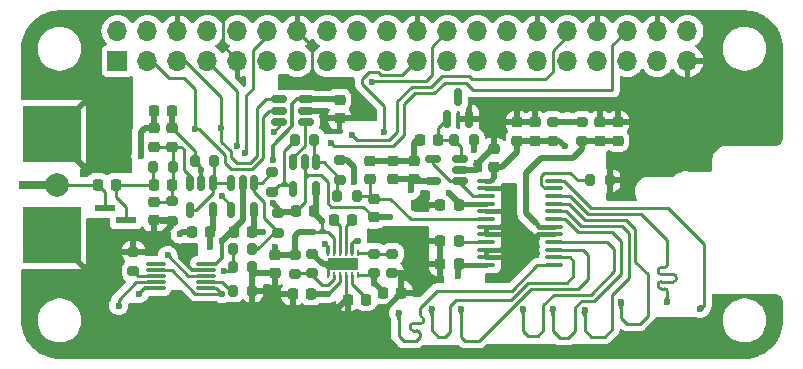
<source format=gbr>
%TF.GenerationSoftware,KiCad,Pcbnew,8.0.4*%
%TF.CreationDate,2024-10-10T14:53:49+07:00*%
%TF.ProjectId,ADC_pHAT_AFE,4144435f-7048-4415-945f-4146452e6b69,rev?*%
%TF.SameCoordinates,PX5cbead0PY5705d50*%
%TF.FileFunction,Copper,L1,Top*%
%TF.FilePolarity,Positive*%
%FSLAX46Y46*%
G04 Gerber Fmt 4.6, Leading zero omitted, Abs format (unit mm)*
G04 Created by KiCad (PCBNEW 8.0.4) date 2024-10-10 14:53:49*
%MOMM*%
%LPD*%
G01*
G04 APERTURE LIST*
G04 Aperture macros list*
%AMRoundRect*
0 Rectangle with rounded corners*
0 $1 Rounding radius*
0 $2 $3 $4 $5 $6 $7 $8 $9 X,Y pos of 4 corners*
0 Add a 4 corners polygon primitive as box body*
4,1,4,$2,$3,$4,$5,$6,$7,$8,$9,$2,$3,0*
0 Add four circle primitives for the rounded corners*
1,1,$1+$1,$2,$3*
1,1,$1+$1,$4,$5*
1,1,$1+$1,$6,$7*
1,1,$1+$1,$8,$9*
0 Add four rect primitives between the rounded corners*
20,1,$1+$1,$2,$3,$4,$5,0*
20,1,$1+$1,$4,$5,$6,$7,0*
20,1,$1+$1,$6,$7,$8,$9,0*
20,1,$1+$1,$8,$9,$2,$3,0*%
G04 Aperture macros list end*
%TA.AperFunction,SMDPad,CuDef*%
%ADD10RoundRect,0.225000X0.225000X0.250000X-0.225000X0.250000X-0.225000X-0.250000X0.225000X-0.250000X0*%
%TD*%
%TA.AperFunction,SMDPad,CuDef*%
%ADD11RoundRect,0.218750X-0.256250X0.218750X-0.256250X-0.218750X0.256250X-0.218750X0.256250X0.218750X0*%
%TD*%
%TA.AperFunction,SMDPad,CuDef*%
%ADD12RoundRect,0.225000X-0.250000X0.225000X-0.250000X-0.225000X0.250000X-0.225000X0.250000X0.225000X0*%
%TD*%
%TA.AperFunction,SMDPad,CuDef*%
%ADD13RoundRect,0.200000X0.200000X0.275000X-0.200000X0.275000X-0.200000X-0.275000X0.200000X-0.275000X0*%
%TD*%
%TA.AperFunction,SMDPad,CuDef*%
%ADD14RoundRect,0.225000X0.250000X-0.225000X0.250000X0.225000X-0.250000X0.225000X-0.250000X-0.225000X0*%
%TD*%
%TA.AperFunction,SMDPad,CuDef*%
%ADD15RoundRect,0.200000X-0.275000X0.200000X-0.275000X-0.200000X0.275000X-0.200000X0.275000X0.200000X0*%
%TD*%
%TA.AperFunction,SMDPad,CuDef*%
%ADD16RoundRect,0.200000X0.275000X-0.200000X0.275000X0.200000X-0.275000X0.200000X-0.275000X-0.200000X0*%
%TD*%
%TA.AperFunction,SMDPad,CuDef*%
%ADD17RoundRect,0.218750X0.256250X-0.218750X0.256250X0.218750X-0.256250X0.218750X-0.256250X-0.218750X0*%
%TD*%
%TA.AperFunction,SMDPad,CuDef*%
%ADD18RoundRect,0.200000X-0.200000X-0.275000X0.200000X-0.275000X0.200000X0.275000X-0.200000X0.275000X0*%
%TD*%
%TA.AperFunction,SMDPad,CuDef*%
%ADD19RoundRect,0.150000X0.512500X0.150000X-0.512500X0.150000X-0.512500X-0.150000X0.512500X-0.150000X0*%
%TD*%
%TA.AperFunction,SMDPad,CuDef*%
%ADD20RoundRect,0.062500X0.062500X-0.187500X0.062500X0.187500X-0.062500X0.187500X-0.062500X-0.187500X0*%
%TD*%
%TA.AperFunction,ComponentPad*%
%ADD21C,0.600000*%
%TD*%
%TA.AperFunction,SMDPad,CuDef*%
%ADD22R,2.650000X1.000000*%
%TD*%
%TA.AperFunction,ComponentPad*%
%ADD23C,2.000000*%
%TD*%
%TA.AperFunction,SMDPad,CuDef*%
%ADD24R,2.350000X0.700000*%
%TD*%
%TA.AperFunction,SMDPad,CuDef*%
%ADD25R,4.900000X4.800000*%
%TD*%
%TA.AperFunction,SMDPad,CuDef*%
%ADD26RoundRect,0.087500X0.725000X0.087500X-0.725000X0.087500X-0.725000X-0.087500X0.725000X-0.087500X0*%
%TD*%
%TA.AperFunction,SMDPad,CuDef*%
%ADD27RoundRect,0.225000X-0.225000X-0.250000X0.225000X-0.250000X0.225000X0.250000X-0.225000X0.250000X0*%
%TD*%
%TA.AperFunction,SMDPad,CuDef*%
%ADD28RoundRect,0.100000X-0.637500X-0.100000X0.637500X-0.100000X0.637500X0.100000X-0.637500X0.100000X0*%
%TD*%
%TA.AperFunction,SMDPad,CuDef*%
%ADD29RoundRect,0.150000X0.150000X-0.587500X0.150000X0.587500X-0.150000X0.587500X-0.150000X-0.587500X0*%
%TD*%
%TA.AperFunction,SMDPad,CuDef*%
%ADD30R,1.750000X0.600000*%
%TD*%
%TA.AperFunction,SMDPad,CuDef*%
%ADD31RoundRect,0.150000X-0.150000X0.512500X-0.150000X-0.512500X0.150000X-0.512500X0.150000X0.512500X0*%
%TD*%
%TA.AperFunction,ComponentPad*%
%ADD32R,1.700000X1.700000*%
%TD*%
%TA.AperFunction,ComponentPad*%
%ADD33O,1.700000X1.700000*%
%TD*%
%TA.AperFunction,ViaPad*%
%ADD34C,0.600000*%
%TD*%
%TA.AperFunction,Conductor*%
%ADD35C,0.400000*%
%TD*%
%TA.AperFunction,Conductor*%
%ADD36C,0.500000*%
%TD*%
%TA.AperFunction,Conductor*%
%ADD37C,0.300000*%
%TD*%
%TA.AperFunction,Conductor*%
%ADD38C,0.250000*%
%TD*%
G04 APERTURE END LIST*
D10*
%TO.P,C15,1*%
%TO.N,Net-(U3-CP)*%
X29435000Y5250000D03*
%TO.P,C15,2*%
%TO.N,GNDA*%
X27885000Y5250000D03*
%TD*%
D11*
%TO.P,D3,1,K*%
%TO.N,VIN*%
X30100000Y13787500D03*
%TO.P,D3,2,A*%
%TO.N,-3V3*%
X30100000Y12212500D03*
%TD*%
D12*
%TO.P,C13,1*%
%TO.N,+3.3VA*%
X21750000Y9025000D03*
%TO.P,C13,2*%
%TO.N,GNDA*%
X21750000Y7475000D03*
%TD*%
D13*
%TO.P,R11,1*%
%TO.N,Net-(R11-Pad1)*%
X25075000Y18750000D03*
%TO.P,R11,2*%
%TO.N,Net-(U5--)*%
X23425000Y18750000D03*
%TD*%
D14*
%TO.P,C9,1*%
%TO.N,+3.3VA*%
X33500000Y15475000D03*
%TO.P,C9,2*%
%TO.N,GNDA*%
X33500000Y17025000D03*
%TD*%
D15*
%TO.P,R14,1*%
%TO.N,Net-(R10-Pad2)*%
X21500000Y16025000D03*
%TO.P,R14,2*%
%TO.N,Net-(U5--)*%
X21500000Y14375000D03*
%TD*%
D14*
%TO.P,C4,1*%
%TO.N,/VA*%
X43750000Y18725000D03*
%TO.P,C4,2*%
%TO.N,GNDA*%
X43750000Y20275000D03*
%TD*%
D16*
%TO.P,R3,1*%
%TO.N,-3V3*%
X30160000Y7500000D03*
%TO.P,R3,2*%
%TO.N,Net-(U3-FB-)*%
X30160000Y9150000D03*
%TD*%
D17*
%TO.P,D2,1,K*%
%TO.N,Net-(D1-A)*%
X13000000Y18212500D03*
%TO.P,D2,2,A*%
%TO.N,-3V3*%
X13000000Y19787500D03*
%TD*%
D18*
%TO.P,R5,1*%
%TO.N,Net-(U10-K)*%
X36925000Y18750000D03*
%TO.P,R5,2*%
%TO.N,+3.3VA*%
X38575000Y18750000D03*
%TD*%
D19*
%TO.P,U8,1,VOUT*%
%TO.N,Net-(U5-+)*%
X24387500Y20300000D03*
%TO.P,U8,2,GND*%
%TO.N,GNDA*%
X24387500Y21250000D03*
%TO.P,U8,3,VDD*%
%TO.N,+3.3VA*%
X24387500Y22200000D03*
%TO.P,U8,4,SDA*%
%TO.N,SCL*%
X22112500Y22200000D03*
%TO.P,U8,5,SCL*%
%TO.N,SDA*%
X22112500Y21250000D03*
%TO.P,U8,6,A0*%
%TO.N,A00*%
X22112500Y20300000D03*
%TD*%
D11*
%TO.P,D1,1,K*%
%TO.N,+3.3VA*%
X11500000Y19787500D03*
%TO.P,D1,2,A*%
%TO.N,Net-(D1-A)*%
X11500000Y18212500D03*
%TD*%
D20*
%TO.P,U3,1,PGOOD*%
%TO.N,GNDA*%
X26250000Y7300000D03*
%TO.P,U3,2,FB+*%
%TO.N,Net-(U3-FB+)*%
X26750000Y7300000D03*
%TO.P,U3,3,VIN*%
%TO.N,+5V*%
X27250000Y7300000D03*
%TO.P,U3,4,GND*%
%TO.N,GNDA*%
X27750000Y7300000D03*
%TO.P,U3,5,CP*%
%TO.N,Net-(U3-CP)*%
X28250000Y7300000D03*
%TO.P,U3,6,OUT-*%
%TO.N,-3V3*%
X28750000Y7300000D03*
%TO.P,U3,7,FB-*%
%TO.N,Net-(U3-FB-)*%
X28750000Y9200000D03*
%TO.P,U3,8,EN-*%
%TO.N,+5V*%
X28250000Y9200000D03*
%TO.P,U3,9,C-*%
%TO.N,Net-(U3-C-)*%
X27750000Y9200000D03*
%TO.P,U3,10,C+*%
%TO.N,Net-(U3-C+)*%
X27250000Y9200000D03*
%TO.P,U3,11,OUT+*%
%TO.N,+3.3VA*%
X26750000Y9200000D03*
%TO.P,U3,12,EN+*%
%TO.N,+5V*%
X26250000Y9200000D03*
D21*
%TO.P,U3,13,PAD*%
%TO.N,GNDA*%
X26500000Y8250000D03*
X27500000Y8250000D03*
D22*
X27500000Y8250000D03*
D21*
X28500000Y8250000D03*
%TD*%
D18*
%TO.P,R19,1*%
%TO.N,-3V3*%
X14925000Y17000000D03*
%TO.P,R19,2*%
%TO.N,Net-(U6--)*%
X16575000Y17000000D03*
%TD*%
D23*
%TO.P,REF\u002A\u002A,1*%
%TO.N,Net-(J1-Pin_2)*%
X3300000Y15000000D03*
%TD*%
D24*
%TO.P,J3,1,In*%
%TO.N,Net-(J1-Pin_2)*%
X1250000Y15000000D03*
D25*
%TO.P,J3,2,Ext*%
%TO.N,GNDA*%
X2825000Y19250000D03*
X2825000Y10750000D03*
%TD*%
D26*
%TO.P,U4,1,S1*%
%TO.N,Net-(U4-S1)*%
X15862500Y6250000D03*
%TO.P,U4,2,D1*%
%TO.N,Net-(U4-D1)*%
X15862500Y6750000D03*
%TO.P,U4,3,IN2*%
%TO.N,SEL1*%
X15862500Y7250000D03*
%TO.P,U4,4,GND*%
%TO.N,GNDA*%
X15862500Y7750000D03*
%TO.P,U4,5,VSS*%
%TO.N,-3V3*%
X15862500Y8250000D03*
%TO.P,U4,6,NC*%
%TO.N,unconnected-(U4-NC-Pad6)*%
X11637500Y8250000D03*
%TO.P,U4,7,S2*%
%TO.N,Net-(U4-S1)*%
X11637500Y7750000D03*
%TO.P,U4,8,D2*%
%TO.N,Net-(U4-D2)*%
X11637500Y7250000D03*
%TO.P,U4,9,IN1*%
%TO.N,SEL0*%
X11637500Y6750000D03*
%TO.P,U4,10,VDD*%
%TO.N,+3.3VA*%
X11637500Y6250000D03*
%TD*%
D27*
%TO.P,C18,1*%
%TO.N,Net-(J1-Pin_1)*%
X11475000Y15000000D03*
%TO.P,C18,2*%
%TO.N,Net-(D1-A)*%
X13025000Y15000000D03*
%TD*%
D28*
%TO.P,U2,1,VA*%
%TO.N,/VA*%
X39637500Y15325000D03*
%TO.P,U2,2,AGND*%
%TO.N,GNDA*%
X39637500Y14675000D03*
%TO.P,U2,3,VRT*%
%TO.N,VREF*%
X39637500Y14025000D03*
%TO.P,U2,4,VA*%
%TO.N,/VA*%
X39637500Y13375000D03*
%TO.P,U2,5,AGND*%
%TO.N,GNDA*%
X39637500Y12725000D03*
%TO.P,U2,6,VIN*%
%TO.N,VIN*%
X39637500Y12075000D03*
%TO.P,U2,7,GND*%
%TO.N,GNDA*%
X39637500Y11425000D03*
%TO.P,U2,8,AGND*%
X39637500Y10775000D03*
%TO.P,U2,9,VRM*%
%TO.N,Net-(U2-VRM)*%
X39637500Y10125000D03*
%TO.P,U2,10,VRB*%
%TO.N,GNDA*%
X39637500Y9475000D03*
%TO.P,U2,11,AGND*%
X39637500Y8825000D03*
%TO.P,U2,12,VA*%
%TO.N,/VA*%
X39637500Y8175000D03*
%TO.P,U2,13,D7*%
%TO.N,GPIO7*%
X45362500Y8175000D03*
%TO.P,U2,14,D6*%
%TO.N,GPIO6*%
X45362500Y8825000D03*
%TO.P,U2,15,D5*%
%TO.N,GPIO5*%
X45362500Y9475000D03*
%TO.P,U2,16,D4*%
%TO.N,GPIO4*%
X45362500Y10125000D03*
%TO.P,U2,17,DRGND*%
%TO.N,GNDA*%
X45362500Y10775000D03*
%TO.P,U2,18,DRVD*%
%TO.N,/DRVD*%
X45362500Y11425000D03*
%TO.P,U2,19,D3*%
%TO.N,GPIO3*%
X45362500Y12075000D03*
%TO.P,U2,20,D2*%
%TO.N,GPIO2*%
X45362500Y12725000D03*
%TO.P,U2,21,D1*%
%TO.N,GPIO1*%
X45362500Y13375000D03*
%TO.P,U2,22,D0*%
%TO.N,GPIO0*%
X45362500Y14025000D03*
%TO.P,U2,23,PD*%
%TO.N,Net-(U2-PD)*%
X45362500Y14675000D03*
%TO.P,U2,24,CLK*%
%TO.N,ADC_CLK*%
X45362500Y15325000D03*
%TD*%
D18*
%TO.P,R13,1*%
%TO.N,Net-(R11-Pad1)*%
X27025000Y14000000D03*
%TO.P,R13,2*%
%TO.N,VIN*%
X28675000Y14000000D03*
%TD*%
D10*
%TO.P,C11,1*%
%TO.N,Net-(U2-VRM)*%
X37275000Y10250000D03*
%TO.P,C11,2*%
%TO.N,GNDA*%
X35725000Y10250000D03*
%TD*%
D29*
%TO.P,U10,1,K*%
%TO.N,Net-(U10-K)*%
X36300000Y20562500D03*
%TO.P,U10,2,A*%
%TO.N,GNDA*%
X38200000Y20562500D03*
%TO.P,U10,3,NC*%
%TO.N,unconnected-(U10-NC-Pad3)*%
X37250000Y22437500D03*
%TD*%
D10*
%TO.P,C7,1*%
%TO.N,/VA*%
X37275000Y8250000D03*
%TO.P,C7,2*%
%TO.N,GNDA*%
X35725000Y8250000D03*
%TD*%
D18*
%TO.P,R8,1*%
%TO.N,Net-(U4-D1)*%
X18175000Y6000000D03*
%TO.P,R8,2*%
%TO.N,GNDA*%
X19825000Y6000000D03*
%TD*%
%TO.P,R2,1*%
%TO.N,Net-(U2-PD)*%
X48425000Y15350000D03*
%TO.P,R2,2*%
%TO.N,GNDA*%
X50075000Y15350000D03*
%TD*%
D14*
%TO.P,C2,1*%
%TO.N,/DRVD*%
X50750000Y18725000D03*
%TO.P,C2,2*%
%TO.N,GNDA*%
X50750000Y20275000D03*
%TD*%
%TO.P,C23,1*%
%TO.N,VIN*%
X29750000Y15475000D03*
%TO.P,C23,2*%
%TO.N,GNDA*%
X29750000Y17025000D03*
%TD*%
D18*
%TO.P,R12,1*%
%TO.N,Net-(J1-Pin_1)*%
X11425000Y16500000D03*
%TO.P,R12,2*%
%TO.N,Net-(D1-A)*%
X13075000Y16500000D03*
%TD*%
D10*
%TO.P,C8,1*%
%TO.N,+5V*%
X24775000Y5750000D03*
%TO.P,C8,2*%
%TO.N,GNDA*%
X23225000Y5750000D03*
%TD*%
D15*
%TO.P,R18,1*%
%TO.N,-3V3*%
X27250000Y17075000D03*
%TO.P,R18,2*%
%TO.N,Net-(R11-Pad1)*%
X27250000Y15425000D03*
%TD*%
D27*
%TO.P,C21,1*%
%TO.N,Net-(J1-Pin_2)*%
X6725000Y15000000D03*
%TO.P,C21,2*%
%TO.N,Net-(J1-Pin_1)*%
X8275000Y15000000D03*
%TD*%
D15*
%TO.P,R7,1*%
%TO.N,GNDA*%
X24910000Y9150000D03*
%TO.P,R7,2*%
%TO.N,Net-(U3-FB+)*%
X24910000Y7500000D03*
%TD*%
D12*
%TO.P,C22,1*%
%TO.N,Net-(D1-A)*%
X11500000Y13525000D03*
%TO.P,C22,2*%
%TO.N,GNDA*%
X11500000Y11975000D03*
%TD*%
D10*
%TO.P,C17,1*%
%TO.N,+3.3VA*%
X16275000Y11000000D03*
%TO.P,C17,2*%
%TO.N,-3V3*%
X14725000Y11000000D03*
%TD*%
%TO.P,C20,1*%
%TO.N,+3.3VA*%
X25025000Y12750000D03*
%TO.P,C20,2*%
%TO.N,-3V3*%
X23475000Y12750000D03*
%TD*%
%TO.P,C6,1*%
%TO.N,/VA*%
X37275000Y13250000D03*
%TO.P,C6,2*%
%TO.N,GNDA*%
X35725000Y13250000D03*
%TD*%
D16*
%TO.P,R9,1*%
%TO.N,Net-(U4-D2)*%
X9750000Y7675000D03*
%TO.P,R9,2*%
%TO.N,GNDA*%
X9750000Y9325000D03*
%TD*%
%TO.P,R4,1*%
%TO.N,GNDA*%
X31660000Y7500000D03*
%TO.P,R4,2*%
%TO.N,Net-(U3-FB-)*%
X31660000Y9150000D03*
%TD*%
D30*
%TO.P,J1,1,Pin_1*%
%TO.N,Net-(J1-Pin_1)*%
X9125000Y12000000D03*
%TO.P,J1,2,Pin_2*%
%TO.N,Net-(J1-Pin_2)*%
X7375000Y13000000D03*
%TD*%
D14*
%TO.P,C1,1*%
%TO.N,/DRVD*%
X49250000Y18725000D03*
%TO.P,C1,2*%
%TO.N,GNDA*%
X49250000Y20275000D03*
%TD*%
D10*
%TO.P,C19,1*%
%TO.N,+3.3VA*%
X19775000Y11000000D03*
%TO.P,C19,2*%
%TO.N,-3V3*%
X18225000Y11000000D03*
%TD*%
D19*
%TO.P,U9,1*%
%TO.N,VREF*%
X37387500Y15300000D03*
%TO.P,U9,2*%
%TO.N,GNDA*%
X37387500Y16250000D03*
%TO.P,U9,3,+*%
%TO.N,Net-(U10-K)*%
X37387500Y17200000D03*
%TO.P,U9,4,-*%
%TO.N,VREF*%
X35112500Y17200000D03*
%TO.P,U9,5*%
%TO.N,+3.3VA*%
X35112500Y15300000D03*
%TD*%
D31*
%TO.P,U6,1*%
%TO.N,Net-(U6--)*%
X16450000Y15137500D03*
%TO.P,U6,2*%
%TO.N,-3V3*%
X15500000Y15137500D03*
%TO.P,U6,3,+*%
%TO.N,Net-(D1-A)*%
X14550000Y15137500D03*
%TO.P,U6,4,-*%
%TO.N,Net-(U6--)*%
X14550000Y12862500D03*
%TO.P,U6,5*%
%TO.N,+3.3VA*%
X16450000Y12862500D03*
%TD*%
D15*
%TO.P,FB2,1*%
%TO.N,+3.3V*%
X45250000Y20325000D03*
%TO.P,FB2,2*%
%TO.N,/VA*%
X45250000Y18675000D03*
%TD*%
%TO.P,R17,1*%
%TO.N,-3V3*%
X22000000Y12575000D03*
%TO.P,R17,2*%
%TO.N,Net-(R10-Pad2)*%
X22000000Y10925000D03*
%TD*%
D14*
%TO.P,C10,1*%
%TO.N,+3.3VA*%
X31750000Y15475000D03*
%TO.P,C10,2*%
%TO.N,GNDA*%
X31750000Y17025000D03*
%TD*%
%TO.P,C5,1*%
%TO.N,/VA*%
X40250000Y16475000D03*
%TO.P,C5,2*%
%TO.N,GNDA*%
X40250000Y18025000D03*
%TD*%
D15*
%TO.P,FB1,1*%
%TO.N,+3.3V*%
X47750000Y20325000D03*
%TO.P,FB1,2*%
%TO.N,/DRVD*%
X47750000Y18675000D03*
%TD*%
D10*
%TO.P,C16,1*%
%TO.N,-3V3*%
X13025000Y21250000D03*
%TO.P,C16,2*%
%TO.N,+3.3VA*%
X11475000Y21250000D03*
%TD*%
D18*
%TO.P,R10,1*%
%TO.N,Net-(U4-S1)*%
X18175000Y9500000D03*
%TO.P,R10,2*%
%TO.N,Net-(R10-Pad2)*%
X19825000Y9500000D03*
%TD*%
D15*
%TO.P,R1,1*%
%TO.N,+3.3VA*%
X23410000Y9075000D03*
%TO.P,R1,2*%
%TO.N,Net-(U3-FB+)*%
X23410000Y7425000D03*
%TD*%
D27*
%TO.P,C12,1*%
%TO.N,Net-(U3-C+)*%
X26725000Y12000000D03*
%TO.P,C12,2*%
%TO.N,Net-(U3-C-)*%
X28275000Y12000000D03*
%TD*%
D10*
%TO.P,C25,1*%
%TO.N,Net-(U10-K)*%
X35525000Y18750000D03*
%TO.P,C25,2*%
%TO.N,GNDA*%
X33975000Y18750000D03*
%TD*%
D27*
%TO.P,C14,1*%
%TO.N,-3V3*%
X30885000Y5825000D03*
%TO.P,C14,2*%
%TO.N,GNDA*%
X32435000Y5825000D03*
%TD*%
D31*
%TO.P,U5,1*%
%TO.N,Net-(R11-Pad1)*%
X25200000Y16887500D03*
%TO.P,U5,2*%
%TO.N,-3V3*%
X24250000Y16887500D03*
%TO.P,U5,3,+*%
%TO.N,Net-(U5-+)*%
X23300000Y16887500D03*
%TO.P,U5,4,-*%
%TO.N,Net-(U5--)*%
X23300000Y14612500D03*
%TO.P,U5,5*%
%TO.N,+3.3VA*%
X25200000Y14612500D03*
%TD*%
D14*
%TO.P,C3,1*%
%TO.N,/VA*%
X42250000Y18725000D03*
%TO.P,C3,2*%
%TO.N,GNDA*%
X42250000Y20275000D03*
%TD*%
D18*
%TO.P,R16,1*%
%TO.N,Net-(U4-S1)*%
X18175000Y8000000D03*
%TO.P,R16,2*%
%TO.N,GNDA*%
X19825000Y8000000D03*
%TD*%
D16*
%TO.P,R15,1*%
%TO.N,GNDA*%
X13000000Y11925000D03*
%TO.P,R15,2*%
%TO.N,Net-(D1-A)*%
X13000000Y13575000D03*
%TD*%
D12*
%TO.P,C24,1*%
%TO.N,+3.3VA*%
X27200000Y22175000D03*
%TO.P,C24,2*%
%TO.N,GNDA*%
X27200000Y20625000D03*
%TD*%
D31*
%TO.P,U7,1*%
%TO.N,Net-(R10-Pad2)*%
X19950000Y15137500D03*
%TO.P,U7,2*%
%TO.N,-3V3*%
X19000000Y15137500D03*
%TO.P,U7,3,+*%
%TO.N,Net-(U6--)*%
X18050000Y15137500D03*
%TO.P,U7,4,-*%
%TO.N,Net-(U4-S1)*%
X18050000Y12862500D03*
%TO.P,U7,5*%
%TO.N,+3.3VA*%
X19950000Y12862500D03*
%TD*%
D32*
%TO.P,J2,1,Pin_1*%
%TO.N,unconnected-(J2-Pin_1-Pad1)*%
X8400000Y25460000D03*
D33*
%TO.P,J2,2,Pin_2*%
%TO.N,+5V*%
X8400000Y28000000D03*
%TO.P,J2,3,Pin_3*%
%TO.N,SDA*%
X10940000Y25460000D03*
%TO.P,J2,4,Pin_4*%
%TO.N,+5V*%
X10940000Y28000000D03*
%TO.P,J2,5,Pin_5*%
%TO.N,SCL*%
X13480000Y25460000D03*
%TO.P,J2,6,Pin_6*%
%TO.N,GNDA*%
X13480000Y28000000D03*
%TO.P,J2,7,Pin_7*%
%TO.N,SEL0*%
X16020000Y25460000D03*
%TO.P,J2,8,Pin_8*%
%TO.N,TX*%
X16020000Y28000000D03*
%TO.P,J2,9,Pin_9*%
%TO.N,GNDA*%
X18560000Y25460000D03*
%TO.P,J2,10,Pin_10*%
%TO.N,RX*%
X18560000Y28000000D03*
%TO.P,J2,11,Pin_11*%
%TO.N,GPIO21*%
X21100000Y25460000D03*
%TO.P,J2,12,Pin_12*%
%TO.N,SEL1*%
X21100000Y28000000D03*
%TO.P,J2,13,Pin_13*%
%TO.N,unconnected-(J2-Pin_13-Pad13)*%
X23640000Y25460000D03*
%TO.P,J2,14,Pin_14*%
%TO.N,GNDA*%
X23640000Y28000000D03*
%TO.P,J2,15,Pin_15*%
%TO.N,GPIO22*%
X26180000Y25460000D03*
%TO.P,J2,16,Pin_16*%
%TO.N,unconnected-(J2-Pin_16-Pad16)*%
X26180000Y28000000D03*
%TO.P,J2,17,Pin_17*%
%TO.N,GPIO26_ADC0*%
X28720000Y25460000D03*
%TO.P,J2,18,Pin_18*%
%TO.N,unconnected-(J2-Pin_18-Pad18)*%
X28720000Y28000000D03*
%TO.P,J2,19,Pin_19*%
%TO.N,SPI_MO*%
X31260000Y25460000D03*
%TO.P,J2,20,Pin_20*%
%TO.N,unconnected-(J2-Pin_20-Pad20)*%
X31260000Y28000000D03*
%TO.P,J2,21,Pin_21*%
%TO.N,SPI_MI*%
X33800000Y25460000D03*
%TO.P,J2,22,Pin_22*%
%TO.N,GNDA*%
X33800000Y28000000D03*
%TO.P,J2,23,Pin_23*%
%TO.N,SPI_CLK*%
X36340000Y25460000D03*
%TO.P,J2,24,Pin_24*%
%TO.N,SPI_CS*%
X36340000Y28000000D03*
%TO.P,J2,25,Pin_25*%
%TO.N,GNDA*%
X38880000Y25460000D03*
%TO.P,J2,26,Pin_26*%
%TO.N,GPIO27_ADC1*%
X38880000Y28000000D03*
%TO.P,J2,27,Pin_27*%
%TO.N,GPIO28_ADC2*%
X41420000Y25460000D03*
%TO.P,J2,28,Pin_28*%
%TO.N,unconnected-(J2-Pin_28-Pad28)*%
X41420000Y28000000D03*
%TO.P,J2,29,Pin_29*%
%TO.N,ADC_VREF*%
X43960000Y25460000D03*
%TO.P,J2,30,Pin_30*%
%TO.N,GNDA*%
X43960000Y28000000D03*
%TO.P,J2,31,Pin_31*%
%TO.N,unconnected-(J2-Pin_31-Pad31)*%
X46500000Y25460000D03*
%TO.P,J2,32,Pin_32*%
%TO.N,GPIO24*%
X46500000Y28000000D03*
%TO.P,J2,33,Pin_33*%
%TO.N,unconnected-(J2-Pin_33-Pad33)*%
X49040000Y25460000D03*
%TO.P,J2,34,Pin_34*%
%TO.N,GNDA*%
X49040000Y28000000D03*
%TO.P,J2,35,Pin_35*%
%TO.N,unconnected-(J2-Pin_35-Pad35)*%
X51580000Y25460000D03*
%TO.P,J2,36,Pin_36*%
%TO.N,GPIO25*%
X51580000Y28000000D03*
%TO.P,J2,37,Pin_37*%
%TO.N,unconnected-(J2-Pin_37-Pad37)*%
X54120000Y25460000D03*
%TO.P,J2,38,Pin_38*%
%TO.N,GNDA*%
X54120000Y28000000D03*
%TO.P,J2,39,Pin_39*%
X56660000Y25460000D03*
%TO.P,J2,40,Pin_40*%
%TO.N,unconnected-(J2-Pin_40-Pad40)*%
X56660000Y28000000D03*
%TD*%
D34*
%TO.N,SDA*%
X14950000Y19700000D03*
%TO.N,+3.3V*%
X46500000Y20325000D03*
%TO.N,SCL*%
X17200000Y19800000D03*
%TO.N,+3.3VA*%
X20750000Y11000000D03*
X25700000Y11950000D03*
X10250000Y5750000D03*
X38600000Y17900000D03*
X21750000Y9750000D03*
X10375000Y17375000D03*
X16250000Y9750000D03*
X21550000Y17100000D03*
X33250000Y14500000D03*
%TO.N,+5V*%
X26250000Y5750000D03*
X26000000Y10000000D03*
X28750000Y10250000D03*
%TO.N,-3V3*%
X30160000Y6650000D03*
X28450000Y15200000D03*
X17250000Y10250000D03*
X15500000Y16250000D03*
X21550000Y13400000D03*
X13700000Y10800000D03*
X31450000Y12250000D03*
%TO.N,GNDA*%
X33200000Y9600000D03*
X38900000Y16450000D03*
X41500000Y14750000D03*
X34550000Y14200000D03*
X33200000Y8300000D03*
X6250000Y21000000D03*
X6250000Y7250000D03*
X33200000Y11150000D03*
X4750000Y7250000D03*
X4750000Y22500000D03*
X22300000Y24050000D03*
X13250000Y5750000D03*
X34500000Y9600000D03*
X34500000Y8250000D03*
X41750000Y9500000D03*
X34650000Y6650000D03*
X6250000Y18500000D03*
X41400000Y7050000D03*
X53950000Y18900000D03*
X12500000Y4750000D03*
X52750000Y19500000D03*
X41750000Y11250000D03*
X33500000Y17900000D03*
X8000000Y7750000D03*
X43600000Y9100000D03*
X3250000Y22500000D03*
X35700000Y6950000D03*
X7250000Y4750000D03*
X6250000Y17250000D03*
X34500000Y11100000D03*
X39950000Y7050000D03*
X13450000Y4650000D03*
X41500000Y13450000D03*
X51500000Y15250000D03*
X2000000Y22500000D03*
X43660787Y10424999D03*
X52750000Y18200000D03*
X31250000Y10950000D03*
X27000000Y4500000D03*
X29800000Y10950000D03*
X15800000Y4800000D03*
X55400000Y19450000D03*
X34500000Y13000000D03*
X33550000Y13400000D03*
X33600000Y6650000D03*
X14500000Y9100000D03*
X3250000Y7250000D03*
X25000000Y24250000D03*
X21900000Y6100000D03*
X11250000Y5000000D03*
X6250000Y22500000D03*
X40950000Y19150000D03*
X750000Y7250000D03*
X2000000Y7250000D03*
X55050000Y18250000D03*
X6250000Y19750000D03*
X750000Y22500000D03*
%TO.N,ADC_CLK*%
X57750000Y4500000D03*
%TO.N,GPIO2*%
X47950000Y4350000D03*
%TO.N,GPIO7*%
X32200000Y4150000D03*
%TO.N,GPIO5*%
X37500000Y4500000D03*
%TO.N,GPIO3*%
X45250000Y4500000D03*
%TO.N,GPIO1*%
X51025000Y5025000D03*
%TO.N,GPIO6*%
X35000000Y4500000D03*
%TO.N,GPIO0*%
X54950000Y5050000D03*
%TO.N,GPIO4*%
X42750000Y4500000D03*
%TO.N,GPIO25*%
X26500000Y18500000D03*
%TO.N,/VA*%
X46250000Y18250000D03*
X37250000Y7250000D03*
X36500000Y14250000D03*
%TO.N,SPI_CS*%
X29950000Y23700000D03*
%TO.N,SPI_MI*%
X31000000Y19450000D03*
%TO.N,GPIO24*%
X28250000Y19200000D03*
%TO.N,SEL1*%
X12650000Y9000000D03*
X19200000Y17650000D03*
%TO.N,SEL0*%
X18550000Y18250000D03*
X8500000Y4750000D03*
%TO.N,Net-(U4-S1)*%
X17250000Y5750000D03*
X17450000Y7700000D03*
X17250000Y14000000D03*
%TO.N,A00*%
X21625000Y19475000D03*
%TD*%
D35*
%TO.N,/VA*%
X39925000Y15325000D02*
X40250000Y15650000D01*
X39637500Y15325000D02*
X39925000Y15325000D01*
D36*
X40250000Y15650000D02*
X40250000Y16475000D01*
D35*
%TO.N,GNDA*%
X44010788Y10775000D02*
X43660787Y10424999D01*
X45362500Y10775000D02*
X44010788Y10775000D01*
D36*
%TO.N,/DRVD*%
X43000000Y12550000D02*
X43000000Y16000000D01*
X43000000Y16000000D02*
X44250000Y17250000D01*
X44250000Y17250000D02*
X47000000Y17250000D01*
X47000000Y17250000D02*
X47750000Y18000000D01*
X43800000Y11750000D02*
X43000000Y12550000D01*
X47750000Y18000000D02*
X47750000Y18675000D01*
D35*
X44125000Y11425000D02*
X43800000Y11750000D01*
X45362500Y11425000D02*
X44125000Y11425000D01*
D36*
%TO.N,+3.3VA*%
X34000000Y15300000D02*
X35112500Y15300000D01*
X33825000Y15475000D02*
X34000000Y15300000D01*
X33500000Y15475000D02*
X33825000Y15475000D01*
D37*
X23200000Y21825172D02*
X23574828Y22200000D01*
X23200000Y19950000D02*
X23200000Y21825172D01*
X21550000Y18300000D02*
X23200000Y19950000D01*
X23574828Y22200000D02*
X24387500Y22200000D01*
X21550000Y17100000D02*
X21550000Y18300000D01*
D38*
%TO.N,Net-(U6--)*%
X16450000Y14300000D02*
X16450000Y15137500D01*
X15012500Y12862500D02*
X16450000Y14300000D01*
X14550000Y12862500D02*
X15012500Y12862500D01*
D36*
%TO.N,+3.3VA*%
X16275000Y11000000D02*
X16275000Y9775000D01*
X16450000Y11175000D02*
X16450000Y12862500D01*
X16275000Y11000000D02*
X16450000Y11175000D01*
X19950000Y11175000D02*
X19950000Y12862500D01*
X19775000Y11000000D02*
X19950000Y11175000D01*
D38*
%TO.N,Net-(U5--)*%
X22250000Y14925000D02*
X22200000Y14925000D01*
X22200000Y14925000D02*
X22500000Y14925000D01*
X22050000Y14925000D02*
X22200000Y14925000D01*
X22500000Y15175000D02*
X22250000Y14925000D01*
X22500000Y15175000D02*
X22750000Y14925000D01*
X22750000Y14925000D02*
X22987500Y14925000D01*
X22500000Y14925000D02*
X22750000Y14925000D01*
X22500000Y15300000D02*
X22500000Y17825000D01*
X22500000Y15300000D02*
X22500000Y15175000D01*
X22500000Y14925000D02*
X22500000Y15300000D01*
%TO.N,-3V3*%
X24500000Y15800000D02*
X24250000Y15550000D01*
X24550000Y15800000D02*
X24500000Y15800000D01*
X24250000Y15550000D02*
X24250000Y13525000D01*
X24250000Y15800000D02*
X24250000Y15550000D01*
X24250000Y16000000D02*
X24250000Y15800000D01*
X24250000Y16887500D02*
X24250000Y16000000D01*
X24550000Y15800000D02*
X25600000Y15800000D01*
X24550000Y15800000D02*
X24450000Y15800000D01*
X24450000Y15800000D02*
X24250000Y16000000D01*
X24250000Y15800000D02*
X24550000Y15800000D01*
D36*
X22000000Y12950000D02*
X21550000Y13400000D01*
X22000000Y12575000D02*
X22000000Y12950000D01*
D38*
%TO.N,+3.3VA*%
X25450000Y11000000D02*
X25400000Y11000000D01*
X25700000Y11250000D02*
X25450000Y11000000D01*
X26000000Y11000000D02*
X25400000Y11000000D01*
X25400000Y11000000D02*
X25000000Y11000000D01*
X26250000Y11000000D02*
X26000000Y11000000D01*
X25950000Y11000000D02*
X26000000Y11000000D01*
X25700000Y11250000D02*
X25700000Y11000000D01*
X25700000Y11250000D02*
X25950000Y11000000D01*
X25700000Y11950000D02*
X25700000Y11250000D01*
%TO.N,Net-(U2-VRM)*%
X39637500Y10125000D02*
X37400000Y10125000D01*
X37400000Y10125000D02*
X37275000Y10250000D01*
%TO.N,SDA*%
X17500000Y17500000D02*
X17500000Y16800000D01*
X20750000Y17250000D02*
X20750000Y20750000D01*
X14025000Y24025000D02*
X12725000Y24025000D01*
X20750000Y20750000D02*
X21250000Y21250000D01*
X12725000Y24025000D02*
X11290000Y25460000D01*
X14950000Y19700000D02*
X15300000Y19700000D01*
X18000000Y16300000D02*
X19800000Y16300000D01*
X11290000Y25460000D02*
X10940000Y25460000D01*
X15300000Y19700000D02*
X17500000Y17500000D01*
X14950000Y19700000D02*
X14950000Y23100000D01*
X17500000Y16800000D02*
X18000000Y16300000D01*
X14950000Y23100000D02*
X14025000Y24025000D01*
X21250000Y21250000D02*
X22112500Y21250000D01*
X19800000Y16300000D02*
X20750000Y17250000D01*
D36*
%TO.N,+3.3V*%
X45250000Y20325000D02*
X47750000Y20325000D01*
D38*
%TO.N,SCL*%
X18500000Y16800000D02*
X19592894Y16800000D01*
X19592894Y16800000D02*
X20250000Y17457106D01*
X17200000Y22400000D02*
X14140000Y25460000D01*
X17200000Y18600000D02*
X18000000Y17800000D01*
X18000000Y17800000D02*
X18000000Y17300000D01*
X20250000Y21500000D02*
X20950000Y22200000D01*
X18000000Y17300000D02*
X18500000Y16800000D01*
X17200000Y19800000D02*
X17200000Y22400000D01*
X20250000Y17457106D02*
X20250000Y21500000D01*
X20950000Y22200000D02*
X22112500Y22200000D01*
X14140000Y25460000D02*
X13480000Y25460000D01*
X17200000Y19800000D02*
X17200000Y18600000D01*
D36*
%TO.N,+3.3VA*%
X10725000Y19800000D02*
X11487500Y19800000D01*
X21750000Y9025000D02*
X21750000Y9750000D01*
X11475000Y21250000D02*
X11475000Y19812500D01*
D38*
X27175000Y22200000D02*
X27200000Y22175000D01*
D36*
X11487500Y19800000D02*
X11500000Y19787500D01*
X25200000Y14612500D02*
X25200000Y12925000D01*
X25700000Y11950000D02*
X25025000Y12625000D01*
D38*
X33500000Y15475000D02*
X33250000Y15225000D01*
D36*
X31750000Y15475000D02*
X33500000Y15475000D01*
D38*
X25025000Y12625000D02*
X25025000Y12750000D01*
D37*
X11637500Y6250000D02*
X10750000Y6250000D01*
D36*
X38575000Y17925000D02*
X38575000Y18750000D01*
X19775000Y11000000D02*
X20750000Y11000000D01*
X23750000Y11000000D02*
X23410000Y10660000D01*
D38*
X23360000Y9025000D02*
X23410000Y9075000D01*
X11475000Y19812500D02*
X11500000Y19787500D01*
X16275000Y12687500D02*
X16450000Y12862500D01*
D36*
X24387500Y22200000D02*
X27175000Y22200000D01*
X21750000Y9025000D02*
X23360000Y9025000D01*
D37*
X10750000Y6250000D02*
X10250000Y5750000D01*
D36*
X38600000Y17900000D02*
X38575000Y17925000D01*
X23410000Y10660000D02*
X23410000Y9075000D01*
X33250000Y15225000D02*
X33250000Y14500000D01*
X25000000Y11000000D02*
X23750000Y11000000D01*
D38*
X26750000Y9200000D02*
X26750000Y10500000D01*
X26750000Y10500000D02*
X26250000Y11000000D01*
D36*
X10375000Y19450000D02*
X10725000Y19800000D01*
D38*
X25200000Y12925000D02*
X25025000Y12750000D01*
D37*
X16275000Y9775000D02*
X16250000Y9750000D01*
D36*
X10375000Y17375000D02*
X10375000Y19450000D01*
D37*
%TO.N,+5V*%
X28500000Y10250000D02*
X28750000Y10250000D01*
X26250000Y9200000D02*
X26250000Y9750000D01*
X28250000Y10000000D02*
X28500000Y10250000D01*
X26250000Y9750000D02*
X26000000Y10000000D01*
X28250000Y9200000D02*
X28250000Y10000000D01*
D38*
X27250000Y6750000D02*
X26250000Y5750000D01*
X27250000Y7300000D02*
X27250000Y6750000D01*
D36*
X26250000Y5750000D02*
X24775000Y5750000D01*
D38*
%TO.N,Net-(U3-C-)*%
X27750000Y11475000D02*
X28275000Y12000000D01*
X27750000Y9200000D02*
X27750000Y11475000D01*
%TO.N,Net-(U3-C+)*%
X27250000Y11475000D02*
X26725000Y12000000D01*
X27250000Y9200000D02*
X27250000Y11475000D01*
D36*
%TO.N,-3V3*%
X22125000Y12700000D02*
X23425000Y12700000D01*
X30885000Y5825000D02*
X30885000Y5965000D01*
X19000000Y12000000D02*
X19000000Y15137500D01*
D38*
X28750000Y7300000D02*
X29960000Y7300000D01*
X31450000Y12250000D02*
X31412500Y12212500D01*
X14925000Y17000000D02*
X14925000Y17862500D01*
X26500000Y13100000D02*
X29212500Y13100000D01*
D37*
X15500000Y16250000D02*
X15500000Y16425000D01*
X15500000Y15137500D02*
X15500000Y16425000D01*
X16750000Y8250000D02*
X17250000Y8750000D01*
D38*
X26200000Y15200000D02*
X26200000Y13400000D01*
D37*
X15500000Y16425000D02*
X14925000Y17000000D01*
D36*
X18225000Y11225000D02*
X19000000Y12000000D01*
D38*
X22000000Y12575000D02*
X22125000Y12700000D01*
D36*
X30160000Y6690000D02*
X30160000Y7500000D01*
D38*
X27150000Y17075000D02*
X27250000Y17075000D01*
D36*
X14725000Y11000000D02*
X13900000Y11000000D01*
D37*
X15862500Y8250000D02*
X16750000Y8250000D01*
D38*
X24250000Y13525000D02*
X23475000Y12750000D01*
D36*
X27875000Y17075000D02*
X27250000Y17075000D01*
X13900000Y11000000D02*
X13700000Y10800000D01*
D38*
X23425000Y12700000D02*
X23475000Y12750000D01*
X29212500Y13100000D02*
X30100000Y12212500D01*
D36*
X30885000Y5965000D02*
X30160000Y6690000D01*
D38*
X25600000Y15800000D02*
X26200000Y15200000D01*
D36*
X28450000Y16500000D02*
X27875000Y17075000D01*
D38*
X26200000Y13400000D02*
X26500000Y13100000D01*
D36*
X31412500Y12212500D02*
X30100000Y12212500D01*
D38*
X14925000Y17862500D02*
X13000000Y19787500D01*
D37*
X18225000Y11000000D02*
X18000000Y11000000D01*
D38*
X27075000Y17000000D02*
X27150000Y17075000D01*
D37*
X17250000Y8750000D02*
X17250000Y10250000D01*
D38*
X13025000Y19812500D02*
X13000000Y19787500D01*
X29960000Y7300000D02*
X30160000Y7500000D01*
D36*
X28450000Y15200000D02*
X28450000Y16500000D01*
X13025000Y21250000D02*
X13025000Y19812500D01*
X18000000Y11000000D02*
X17250000Y10250000D01*
D38*
X18225000Y11000000D02*
X18225000Y11225000D01*
D35*
%TO.N,GNDA*%
X39637500Y14675000D02*
X41425000Y14675000D01*
D36*
X41425000Y14675000D02*
X41500000Y14750000D01*
X13000000Y11550000D02*
X12100000Y10650000D01*
D38*
X26250000Y7300000D02*
X26250000Y8000000D01*
D36*
X38900000Y16450000D02*
X38700000Y16250000D01*
X41500000Y9475000D02*
X41725000Y9475000D01*
D38*
X24900000Y26740000D02*
X23640000Y28000000D01*
D36*
X34500000Y8250000D02*
X35725000Y8250000D01*
D37*
X13700000Y9400000D02*
X13100000Y10000000D01*
D36*
X41275000Y12725000D02*
X41750000Y12250000D01*
X10825000Y9325000D02*
X11500000Y10000000D01*
D38*
X17300000Y26800000D02*
X17300000Y29400000D01*
D36*
X25810000Y8250000D02*
X24910000Y9150000D01*
X19825000Y8000000D02*
X19825000Y7250000D01*
X11500000Y11975000D02*
X12950000Y11975000D01*
X20050000Y7475000D02*
X19825000Y7250000D01*
X38900000Y16800000D02*
X40125000Y18025000D01*
X38900000Y16450000D02*
X38900000Y16800000D01*
D37*
X13700000Y8800000D02*
X13700000Y9400000D01*
D36*
X25700000Y21250000D02*
X25900000Y21050000D01*
X26250000Y8000000D02*
X26500000Y8250000D01*
X40125000Y18025000D02*
X40250000Y18025000D01*
X33500000Y17025000D02*
X33500000Y17750000D01*
X13000000Y11925000D02*
X13000000Y11550000D01*
X21750000Y7475000D02*
X20050000Y7475000D01*
D38*
X24900000Y24350000D02*
X24900000Y26740000D01*
D36*
X9750000Y9325000D02*
X10825000Y9325000D01*
D38*
X18560000Y25460000D02*
X18560000Y25540000D01*
D36*
X41575000Y11425000D02*
X41750000Y11250000D01*
X40250000Y18025000D02*
X40250000Y18450000D01*
X35725000Y10250000D02*
X35725000Y8250000D01*
D38*
X18560000Y25540000D02*
X17300000Y26800000D01*
D36*
X51400000Y15350000D02*
X51500000Y15250000D01*
X33750000Y7500000D02*
X32500000Y7500000D01*
X41725000Y9475000D02*
X41750000Y9500000D01*
X38700000Y16250000D02*
X37387500Y16250000D01*
X27500000Y8250000D02*
X25810000Y8250000D01*
X31660000Y7500000D02*
X32500000Y7500000D01*
D38*
X27750000Y7300000D02*
X27750000Y5385000D01*
D36*
X35725000Y13250000D02*
X34750000Y13250000D01*
X34500000Y8250000D02*
X33750000Y7500000D01*
X19825000Y7250000D02*
X19825000Y6000000D01*
D37*
X15862500Y7750000D02*
X14750000Y7750000D01*
D36*
X33500000Y17025000D02*
X31750000Y17025000D01*
X41750000Y12250000D02*
X41750000Y11250000D01*
X34750000Y13250000D02*
X34500000Y13000000D01*
X11500000Y10000000D02*
X11500000Y11975000D01*
D37*
X14750000Y7750000D02*
X13700000Y8800000D01*
D36*
X27750000Y5250000D02*
X27000000Y4500000D01*
D35*
X39637500Y8825000D02*
X41075000Y8825000D01*
D38*
X27885000Y5250000D02*
X27750000Y5250000D01*
D36*
X32435000Y5785000D02*
X30800000Y4150000D01*
X32435000Y5825000D02*
X32435000Y5785000D01*
D35*
X39637500Y10775000D02*
X41275000Y10775000D01*
D36*
X41075000Y8825000D02*
X41750000Y9500000D01*
X12950000Y11975000D02*
X13000000Y11925000D01*
D38*
X27750000Y5385000D02*
X27885000Y5250000D01*
D36*
X33500000Y17750000D02*
X33500000Y18500000D01*
D37*
X13100000Y10000000D02*
X11500000Y10000000D01*
D36*
X33500000Y18500000D02*
X33750000Y18750000D01*
X31750000Y17025000D02*
X29750000Y17025000D01*
D35*
X39637500Y11425000D02*
X41575000Y11425000D01*
D36*
X32435000Y5825000D02*
X32435000Y7435000D01*
X24387500Y21250000D02*
X25700000Y21250000D01*
D35*
X39637500Y9475000D02*
X41500000Y9475000D01*
D36*
X41275000Y10775000D02*
X41750000Y11250000D01*
D38*
X25000000Y24250000D02*
X24900000Y24350000D01*
D36*
X32435000Y7435000D02*
X32500000Y7500000D01*
X33750000Y18750000D02*
X33975000Y18750000D01*
D35*
X39637500Y12725000D02*
X41275000Y12725000D01*
D38*
%TO.N,Net-(U2-PD)*%
X46750000Y16000000D02*
X47400000Y15350000D01*
X47400000Y15350000D02*
X48425000Y15350000D01*
X44250000Y15750000D02*
X44500000Y16000000D01*
X45362500Y14675000D02*
X44575000Y14675000D01*
X44500000Y16000000D02*
X46750000Y16000000D01*
X44250000Y15000000D02*
X44250000Y15750000D01*
X44575000Y14675000D02*
X44250000Y15000000D01*
%TO.N,ADC_CLK*%
X45362500Y15325000D02*
X46175000Y15325000D01*
X58100000Y9950000D02*
X58100000Y4850000D01*
X46175000Y15325000D02*
X48500000Y13000000D01*
X48500000Y13000000D02*
X55050000Y13000000D01*
X55050000Y13000000D02*
X58100000Y9950000D01*
X58100000Y4850000D02*
X57750000Y4500000D01*
%TO.N,GPIO2*%
X50300000Y5625000D02*
X51750000Y7075000D01*
X50300000Y2750000D02*
X50300000Y5625000D01*
X46400000Y12725000D02*
X45362500Y12725000D01*
X47950000Y2650000D02*
X48500000Y2100000D01*
X51750000Y10900000D02*
X51150000Y11500000D01*
X51750000Y7075000D02*
X51750000Y10900000D01*
X48500000Y2100000D02*
X49650000Y2100000D01*
X47625000Y11500000D02*
X46400000Y12725000D01*
X51150000Y11500000D02*
X47625000Y11500000D01*
X47950000Y4350000D02*
X47950000Y2650000D01*
X49650000Y2100000D02*
X50300000Y2750000D01*
%TO.N,GPIO7*%
X33186242Y2878969D02*
X33186242Y2998969D01*
X34000000Y3963969D02*
X34000000Y4198969D01*
X41775000Y6000000D02*
X43950000Y8175000D01*
X43950000Y8175000D02*
X45362500Y8175000D01*
X33760000Y3238969D02*
X34000000Y3238969D01*
X34250000Y3363969D02*
X34250000Y3713969D01*
X34000000Y4550000D02*
X34421826Y4971826D01*
X33760000Y2638969D02*
X33426242Y2638969D01*
X34000000Y4198969D02*
X34000000Y4550000D01*
X32200000Y2200000D02*
X32650000Y1750000D01*
X32200000Y4150000D02*
X32200000Y2200000D01*
X32650000Y1750000D02*
X33650000Y1750000D01*
X34421826Y4971826D02*
X35450000Y6000000D01*
X33650000Y1750000D02*
X34000000Y2100000D01*
X33426242Y3238969D02*
X33760000Y3238969D01*
X34000000Y2100000D02*
X34000000Y2398969D01*
X34000000Y3238969D02*
X34125000Y3238969D01*
X35450000Y6000000D02*
X41775000Y6000000D01*
X33426242Y2638969D02*
G75*
G02*
X33186169Y2878969I-42J240031D01*
G01*
X34250000Y3713969D02*
G75*
G03*
X34125000Y3839000I-125000J31D01*
G01*
X34000000Y2398969D02*
G75*
G03*
X33760000Y2639000I-240000J31D01*
G01*
X34125000Y3238969D02*
G75*
G03*
X34250031Y3363969I0J125031D01*
G01*
X34125000Y3838969D02*
G75*
G02*
X33999969Y3963969I0J125031D01*
G01*
X33186242Y2998969D02*
G75*
G02*
X33426242Y3238958I239958J31D01*
G01*
%TO.N,GPIO5*%
X43400000Y6175000D02*
X47425000Y6175000D01*
X47775000Y9475000D02*
X45362500Y9475000D01*
X37850000Y1750000D02*
X38975000Y1750000D01*
X38975000Y1750000D02*
X43400000Y6175000D01*
X47425000Y6175000D02*
X48250000Y7000000D01*
X48250000Y9000000D02*
X47775000Y9475000D01*
X48250000Y7000000D02*
X48250000Y9000000D01*
X37500000Y4500000D02*
X37500000Y2100000D01*
X37500000Y2100000D02*
X37850000Y1750000D01*
%TO.N,GPIO3*%
X46550000Y2000000D02*
X47150000Y2600000D01*
X47375000Y11000000D02*
X46300000Y12075000D01*
X45250000Y4500000D02*
X45250000Y2600000D01*
X50250000Y11000000D02*
X47375000Y11000000D01*
X48775000Y5175000D02*
X51000000Y7400000D01*
X47150000Y4600000D02*
X47725000Y5175000D01*
X45250000Y2600000D02*
X45850000Y2000000D01*
X45850000Y2000000D02*
X46550000Y2000000D01*
X51000000Y7400000D02*
X51000000Y10250000D01*
X46300000Y12075000D02*
X45362500Y12075000D01*
X51000000Y10250000D02*
X50250000Y11000000D01*
X47725000Y5175000D02*
X48775000Y5175000D01*
X47150000Y2600000D02*
X47150000Y4600000D01*
%TO.N,GPIO1*%
X53300000Y7400000D02*
X52250000Y8450000D01*
X48000000Y12000000D02*
X46625000Y13375000D01*
X51025000Y5025000D02*
X51025000Y3725000D01*
X51450000Y12000000D02*
X48000000Y12000000D01*
X53300000Y3900000D02*
X53300000Y7400000D01*
X51550000Y3200000D02*
X52600000Y3200000D01*
X52600000Y3200000D02*
X53300000Y3900000D01*
X52250000Y11200000D02*
X51450000Y12000000D01*
X46625000Y13375000D02*
X45362500Y13375000D01*
X52250000Y8450000D02*
X52250000Y11200000D01*
X51025000Y3725000D02*
X51550000Y3200000D01*
%TO.N,GPIO6*%
X46425000Y6675000D02*
X47000000Y7250000D01*
X35000000Y4500000D02*
X35000000Y2650000D01*
X43175000Y6675000D02*
X46425000Y6675000D01*
X36150000Y2100000D02*
X36550000Y2500000D01*
X37050000Y5250000D02*
X41750000Y5250000D01*
X41750000Y5250000D02*
X43175000Y6675000D01*
X36550000Y2500000D02*
X36550000Y4750000D01*
X46675000Y8825000D02*
X45362500Y8825000D01*
X36550000Y4750000D02*
X37050000Y5250000D01*
X47000000Y7250000D02*
X47000000Y8500000D01*
X35550000Y2100000D02*
X36150000Y2100000D01*
X35000000Y2650000D02*
X35550000Y2100000D01*
X47000000Y8500000D02*
X46675000Y8825000D01*
%TO.N,GPIO0*%
X46725000Y14025000D02*
X45362500Y14025000D01*
X54422889Y7984231D02*
X54710000Y7984231D01*
X54950000Y5050000D02*
X54950000Y5944231D01*
X55717111Y7024231D02*
X55717111Y7144231D01*
X55477111Y7384231D02*
X54950000Y7384231D01*
X54710000Y7384231D02*
X54422889Y7384231D01*
X48250000Y12500000D02*
X46725000Y14025000D01*
X54950000Y8934159D02*
X54950000Y10300000D01*
X55477111Y7384231D02*
X54950000Y7384231D01*
X54950000Y8224231D02*
X54950000Y8344231D01*
X54710000Y6184231D02*
X54422911Y6184231D01*
X54182911Y6424231D02*
X54182911Y6544231D01*
X54950000Y8344231D02*
X54950000Y8934159D01*
X54950000Y10300000D02*
X52750000Y12500000D01*
X54950000Y8344231D02*
X54950000Y8934159D01*
X54182889Y7624231D02*
X54182889Y7744231D01*
X54710000Y6784231D02*
X54950000Y6784231D01*
X54950000Y6784231D02*
X55477111Y6784231D01*
X54950000Y7384231D02*
X54710000Y7384231D01*
X54950000Y8224231D02*
X54950000Y8344231D01*
X52750000Y12500000D02*
X48250000Y12500000D01*
X54710000Y6784231D02*
X54950000Y6784231D01*
X54950000Y7384231D02*
X54710000Y7384231D01*
X54422911Y6784231D02*
X54710000Y6784231D01*
X54422889Y7384231D02*
G75*
G02*
X54182931Y7624231I11J239969D01*
G01*
X55477111Y6784231D02*
G75*
G03*
X55717069Y7024231I-11J239969D01*
G01*
X54950000Y5944231D02*
G75*
G03*
X54710000Y6184200I-240000J-31D01*
G01*
X54422911Y6184231D02*
G75*
G02*
X54182931Y6424231I-11J239969D01*
G01*
X54710000Y7984231D02*
G75*
G03*
X54949969Y8224231I0J239969D01*
G01*
X55717111Y7144231D02*
G75*
G03*
X55477111Y7384211I-240011J-31D01*
G01*
X54182911Y6544231D02*
G75*
G02*
X54422911Y6784189I239989J-31D01*
G01*
X54182889Y7744231D02*
G75*
G02*
X54422889Y7984211I240011J-31D01*
G01*
%TO.N,GPIO4*%
X48475000Y5675000D02*
X50450000Y7650000D01*
X45325000Y5675000D02*
X48475000Y5675000D01*
X49825000Y10125000D02*
X45362500Y10125000D01*
X44450000Y4800000D02*
X45325000Y5675000D01*
X50450000Y9500000D02*
X49825000Y10125000D01*
X44450000Y2650000D02*
X44450000Y4800000D01*
X43150000Y2200000D02*
X44000000Y2200000D01*
X42750000Y4500000D02*
X42750000Y2600000D01*
X44000000Y2200000D02*
X44450000Y2650000D01*
X50450000Y7650000D02*
X50450000Y9500000D01*
X42750000Y2600000D02*
X43150000Y2200000D01*
%TO.N,GPIO25*%
X26750000Y18250000D02*
X31700000Y18250000D01*
X51500000Y28000000D02*
X51580000Y28000000D01*
X26500000Y18500000D02*
X26750000Y18250000D01*
X37900000Y23600000D02*
X38500000Y23000000D01*
X38500000Y23000000D02*
X50300000Y23000000D01*
X50300000Y23000000D02*
X50300000Y26800000D01*
X32650000Y21800000D02*
X33575000Y22725000D01*
X36100000Y23600000D02*
X37900000Y23600000D01*
X35225000Y22725000D02*
X36100000Y23600000D01*
X32650000Y19200000D02*
X32650000Y21800000D01*
X33575000Y22725000D02*
X35225000Y22725000D01*
X50300000Y26800000D02*
X51500000Y28000000D01*
X31700000Y18250000D02*
X32650000Y19200000D01*
D36*
%TO.N,/DRVD*%
X49200000Y18675000D02*
X49250000Y18725000D01*
X47750000Y18675000D02*
X49200000Y18675000D01*
X49250000Y18725000D02*
X50750000Y18725000D01*
%TO.N,/VA*%
X37400000Y13375000D02*
X37275000Y13250000D01*
D35*
X39637500Y8175000D02*
X37350000Y8175000D01*
D36*
X45250000Y18675000D02*
X43800000Y18675000D01*
X40975000Y16475000D02*
X42250000Y17750000D01*
X37275000Y8250000D02*
X37250000Y8225000D01*
X42250000Y18725000D02*
X43750000Y18725000D01*
X37275000Y13250000D02*
X37275000Y13475000D01*
X37250000Y8225000D02*
X37250000Y7250000D01*
X46250000Y18250000D02*
X45825000Y18675000D01*
X40250000Y16475000D02*
X40975000Y16475000D01*
X45825000Y18675000D02*
X45250000Y18675000D01*
D35*
X39637500Y13375000D02*
X37400000Y13375000D01*
D36*
X42250000Y17750000D02*
X42250000Y18725000D01*
X43800000Y18675000D02*
X43750000Y18725000D01*
X37275000Y13475000D02*
X36500000Y14250000D01*
X37350000Y8175000D02*
X37275000Y8250000D01*
D38*
%TO.N,SPI_CS*%
X35025000Y24275000D02*
X35025000Y26685000D01*
X30000000Y23750000D02*
X34500000Y23750000D01*
X29950000Y23700000D02*
X30000000Y23750000D01*
X34500000Y23750000D02*
X35025000Y24275000D01*
X35025000Y26685000D02*
X36340000Y28000000D01*
%TO.N,Net-(U3-CP)*%
X28250000Y7300000D02*
X28250000Y6600000D01*
X29435000Y5415000D02*
X29435000Y5250000D01*
X28250000Y6600000D02*
X29435000Y5415000D01*
%TO.N,SPI_MI*%
X33710000Y25460000D02*
X33800000Y25460000D01*
X29100000Y23950000D02*
X29700000Y24550000D01*
X29100000Y23550000D02*
X29100000Y23950000D01*
X29700000Y24550000D02*
X30437588Y24550000D01*
X31000000Y19450000D02*
X31000000Y21650000D01*
X31000000Y21650000D02*
X29100000Y23550000D01*
X30437588Y24550000D02*
X30737588Y24250000D01*
X30737588Y24250000D02*
X32500000Y24250000D01*
X32500000Y24250000D02*
X33710000Y25460000D01*
%TO.N,GPIO24*%
X35850000Y24150000D02*
X38150000Y24150000D01*
X33300000Y23250000D02*
X34950000Y23250000D01*
X32100000Y19450000D02*
X32100000Y22050000D01*
X45250000Y24550000D02*
X45250000Y26300000D01*
X34950000Y23250000D02*
X35850000Y24150000D01*
X28700000Y18750000D02*
X31400000Y18750000D01*
X31400000Y18750000D02*
X32100000Y19450000D01*
X44600000Y23900000D02*
X45250000Y24550000D01*
X38400000Y23900000D02*
X44600000Y23900000D01*
X32100000Y22050000D02*
X33300000Y23250000D01*
X46500000Y27550000D02*
X46500000Y28000000D01*
X38150000Y24150000D02*
X38400000Y23900000D01*
X45250000Y26300000D02*
X46500000Y27550000D01*
X28250000Y19200000D02*
X28700000Y18750000D01*
%TO.N,Net-(D1-A)*%
X11500000Y13525000D02*
X12950000Y13525000D01*
X13075000Y16500000D02*
X13075000Y18137500D01*
X14550000Y15700000D02*
X14000000Y16250000D01*
X12950000Y13525000D02*
X13000000Y13575000D01*
X13025000Y15000000D02*
X13000000Y14975000D01*
X13075000Y15050000D02*
X13025000Y15000000D01*
X11500000Y18212500D02*
X13000000Y18212500D01*
X14000000Y18000000D02*
X13787500Y18212500D01*
X13075000Y18137500D02*
X13000000Y18212500D01*
X14000000Y16250000D02*
X14000000Y18000000D01*
X13162500Y15137500D02*
X13025000Y15000000D01*
X14550000Y15137500D02*
X14550000Y15700000D01*
X13075000Y16500000D02*
X13075000Y15050000D01*
X13787500Y18212500D02*
X13000000Y18212500D01*
X13000000Y14975000D02*
X13000000Y13575000D01*
%TO.N,Net-(J1-Pin_1)*%
X8275000Y13975000D02*
X8275000Y15000000D01*
X11425000Y15050000D02*
X11475000Y15000000D01*
X11425000Y16500000D02*
X11425000Y15050000D01*
X9125000Y12000000D02*
X9125000Y13125000D01*
X8275000Y15000000D02*
X11475000Y15000000D01*
X9125000Y13125000D02*
X8275000Y13975000D01*
%TO.N,Net-(J1-Pin_2)*%
X7375000Y13000000D02*
X7375000Y14350000D01*
X3300000Y15000000D02*
X6725000Y15000000D01*
X7375000Y14350000D02*
X6725000Y15000000D01*
%TO.N,VIN*%
X31512500Y13787500D02*
X33225000Y12075000D01*
X29750000Y15475000D02*
X29750000Y14137500D01*
X30100000Y13787500D02*
X31512500Y13787500D01*
X33225000Y12075000D02*
X39637500Y12075000D01*
X29887500Y14000000D02*
X30100000Y13787500D01*
X29750000Y14137500D02*
X30100000Y13787500D01*
X28675000Y14000000D02*
X29887500Y14000000D01*
%TO.N,Net-(U10-K)*%
X35525000Y19787500D02*
X36300000Y20562500D01*
X37387500Y17200000D02*
X37500000Y17312500D01*
X37500000Y18175000D02*
X36925000Y18750000D01*
X35525000Y18750000D02*
X35525000Y19787500D01*
X37500000Y17312500D02*
X37500000Y18175000D01*
X36925000Y18750000D02*
X35525000Y18750000D01*
%TO.N,SEL1*%
X12650000Y9000000D02*
X14400000Y7250000D01*
X14400000Y7250000D02*
X15862500Y7250000D01*
X19900000Y26400000D02*
X21100000Y27600000D01*
X21100000Y27600000D02*
X21100000Y28000000D01*
X19250000Y22500000D02*
X19900000Y23150000D01*
X19250000Y17700000D02*
X19250000Y22500000D01*
X19200000Y17650000D02*
X19250000Y17700000D01*
X19900000Y23150000D02*
X19900000Y26400000D01*
%TO.N,SEL0*%
X18550000Y18250000D02*
X18550000Y22900000D01*
X18550000Y22900000D02*
X16020000Y25430000D01*
X11637500Y6750000D02*
X10000000Y6750000D01*
X8500000Y5250000D02*
X8500000Y4750000D01*
X10000000Y6750000D02*
X8500000Y5250000D01*
X16020000Y25430000D02*
X16020000Y25460000D01*
%TO.N,Net-(U3-FB+)*%
X24910000Y7340000D02*
X25750000Y6500000D01*
X25750000Y6500000D02*
X26250000Y6500000D01*
X26250000Y6500000D02*
X26750000Y7000000D01*
X23410000Y7425000D02*
X23485000Y7500000D01*
X26750000Y7000000D02*
X26750000Y7300000D01*
X23485000Y7500000D02*
X24910000Y7500000D01*
X24910000Y7500000D02*
X24910000Y7340000D01*
%TO.N,Net-(U3-FB-)*%
X30160000Y9150000D02*
X31660000Y9150000D01*
X30110000Y9200000D02*
X30160000Y9150000D01*
X28750000Y9200000D02*
X30110000Y9200000D01*
%TO.N,Net-(U4-D1)*%
X18000000Y6000000D02*
X18175000Y6000000D01*
X17250000Y6750000D02*
X18000000Y6000000D01*
X15862500Y6750000D02*
X17250000Y6750000D01*
%TO.N,Net-(U4-D2)*%
X11637500Y7250000D02*
X10175000Y7250000D01*
X10175000Y7250000D02*
X9750000Y7675000D01*
%TO.N,Net-(R10-Pad2)*%
X20612500Y15137500D02*
X21500000Y16025000D01*
X19950000Y14400000D02*
X19950000Y15137500D01*
X20800000Y13550000D02*
X19950000Y14400000D01*
X21675000Y10925000D02*
X22000000Y10925000D01*
X19825000Y9500000D02*
X20250000Y9500000D01*
X22000000Y11000000D02*
X20800000Y12200000D01*
X20800000Y12200000D02*
X20800000Y13550000D01*
X22000000Y10925000D02*
X22000000Y11000000D01*
X19950000Y15137500D02*
X20612500Y15137500D01*
X20250000Y9500000D02*
X21675000Y10925000D01*
%TO.N,Net-(U4-S1)*%
X17450000Y7700000D02*
X17875000Y7700000D01*
X18050000Y13200000D02*
X17250000Y14000000D01*
X15862500Y6250000D02*
X16750000Y6250000D01*
X17250000Y5750000D02*
X15000000Y5750000D01*
X11687500Y7750000D02*
X11637500Y7800000D01*
X18050000Y12862500D02*
X18050000Y13200000D01*
X15000000Y5750000D02*
X13000000Y7750000D01*
X13000000Y7750000D02*
X11687500Y7750000D01*
X17875000Y7700000D02*
X18175000Y8000000D01*
X16750000Y6250000D02*
X17250000Y5750000D01*
X18175000Y8000000D02*
X18175000Y9500000D01*
%TO.N,Net-(U5--)*%
X22987500Y14925000D02*
X23300000Y14612500D01*
X21500000Y14375000D02*
X22050000Y14925000D01*
X22500000Y17825000D02*
X23425000Y18750000D01*
%TO.N,Net-(R11-Pad1)*%
X27250000Y15500000D02*
X27250000Y15425000D01*
X25075000Y18750000D02*
X25075000Y17012500D01*
X25075000Y17012500D02*
X25200000Y16887500D01*
X25200000Y16887500D02*
X25862500Y16887500D01*
X27025000Y14000000D02*
X27025000Y15200000D01*
X25862500Y16887500D02*
X27250000Y15500000D01*
X27025000Y15200000D02*
X27250000Y15425000D01*
%TO.N,Net-(U6--)*%
X16575000Y15262500D02*
X16450000Y15137500D01*
X16575000Y17000000D02*
X16575000Y15262500D01*
X16450000Y15137500D02*
X18050000Y15137500D01*
%TO.N,A00*%
X22112500Y19962500D02*
X22112500Y20300000D01*
X21625000Y19475000D02*
X22112500Y19962500D01*
%TO.N,VREF*%
X38475000Y14025000D02*
X37387500Y15112500D01*
X36574828Y15300000D02*
X35112500Y16762328D01*
X37387500Y15300000D02*
X36574828Y15300000D01*
X39637500Y14025000D02*
X38475000Y14025000D01*
X37387500Y15112500D02*
X37387500Y15300000D01*
X35112500Y16762328D02*
X35112500Y17200000D01*
%TO.N,Net-(U5-+)*%
X24387500Y20137500D02*
X24250000Y20000000D01*
X24250000Y18250000D02*
X23300000Y17300000D01*
X24250000Y20000000D02*
X24250000Y18250000D01*
X23300000Y17300000D02*
X23300000Y16887500D01*
X24387500Y20300000D02*
X24387500Y20137500D01*
%TD*%
%TA.AperFunction,Conductor*%
%TO.N,ADC_CLK*%
G36*
X58220800Y4951599D02*
G01*
X58224227Y4943326D01*
X58224203Y4942578D01*
X58215576Y4807831D01*
X58215215Y4805603D01*
X58188900Y4705543D01*
X58188080Y4703348D01*
X58146806Y4619585D01*
X58146501Y4619007D01*
X58092062Y4522512D01*
X58092052Y4522492D01*
X58031910Y4395239D01*
X58025277Y4389223D01*
X58016888Y4389415D01*
X57754510Y4497148D01*
X57748160Y4503458D01*
X57640252Y4764912D01*
X57640263Y4773866D01*
X57646603Y4780190D01*
X57647974Y4780659D01*
X57737721Y4805202D01*
X57739449Y4805536D01*
X57831344Y4816246D01*
X57906414Y4830710D01*
X57956668Y4869935D01*
X57973010Y4945791D01*
X57978103Y4953156D01*
X57984448Y4955026D01*
X58212527Y4955026D01*
X58220800Y4951599D01*
G37*
%TD.AperFunction*%
%TD*%
%TA.AperFunction,Conductor*%
%TO.N,GPIO2*%
G36*
X48216002Y4239859D02*
G01*
X48222314Y4233507D01*
X48222287Y4224552D01*
X48222130Y4224195D01*
X48174082Y4119177D01*
X48173856Y4118711D01*
X48131574Y4036168D01*
X48100541Y3962980D01*
X48081483Y3875536D01*
X48081482Y3875532D01*
X48075573Y3761097D01*
X48071724Y3753011D01*
X48063889Y3750000D01*
X47836111Y3750000D01*
X47827838Y3753427D01*
X47824427Y3761096D01*
X47818516Y3875533D01*
X47818515Y3875536D01*
X47818515Y3875542D01*
X47799459Y3962975D01*
X47768429Y4036156D01*
X47726134Y4118724D01*
X47725915Y4119177D01*
X47677867Y4224197D01*
X47677542Y4233144D01*
X47683639Y4239702D01*
X47683945Y4239837D01*
X47945490Y4349117D01*
X47954444Y4349143D01*
X48216002Y4239859D01*
G37*
%TD.AperFunction*%
%TD*%
%TA.AperFunction,Conductor*%
%TO.N,GPIO7*%
G36*
X32466002Y4039859D02*
G01*
X32472314Y4033507D01*
X32472287Y4024552D01*
X32472130Y4024195D01*
X32424082Y3919177D01*
X32423856Y3918711D01*
X32381574Y3836168D01*
X32350541Y3762980D01*
X32331483Y3675536D01*
X32331482Y3675532D01*
X32325573Y3561097D01*
X32321724Y3553011D01*
X32313889Y3550000D01*
X32086111Y3550000D01*
X32077838Y3553427D01*
X32074427Y3561096D01*
X32068516Y3675533D01*
X32068515Y3675536D01*
X32068515Y3675542D01*
X32049459Y3762975D01*
X32018429Y3836156D01*
X31976134Y3918724D01*
X31975915Y3919177D01*
X31927867Y4024197D01*
X31927542Y4033144D01*
X31933639Y4039702D01*
X31933945Y4039837D01*
X32195490Y4149117D01*
X32204444Y4149143D01*
X32466002Y4039859D01*
G37*
%TD.AperFunction*%
%TD*%
%TA.AperFunction,Conductor*%
%TO.N,GPIO5*%
G36*
X37766002Y4389859D02*
G01*
X37772314Y4383507D01*
X37772287Y4374552D01*
X37772130Y4374195D01*
X37724082Y4269177D01*
X37723856Y4268711D01*
X37681574Y4186168D01*
X37650541Y4112980D01*
X37631483Y4025536D01*
X37631482Y4025532D01*
X37625573Y3911097D01*
X37621724Y3903011D01*
X37613889Y3900000D01*
X37386111Y3900000D01*
X37377838Y3903427D01*
X37374427Y3911096D01*
X37368516Y4025533D01*
X37368515Y4025536D01*
X37368515Y4025542D01*
X37349459Y4112975D01*
X37318429Y4186156D01*
X37276134Y4268724D01*
X37275915Y4269177D01*
X37227867Y4374197D01*
X37227542Y4383144D01*
X37233639Y4389702D01*
X37233945Y4389837D01*
X37495490Y4499117D01*
X37504444Y4499143D01*
X37766002Y4389859D01*
G37*
%TD.AperFunction*%
%TD*%
%TA.AperFunction,Conductor*%
%TO.N,GPIO3*%
G36*
X45516002Y4389859D02*
G01*
X45522314Y4383507D01*
X45522287Y4374552D01*
X45522130Y4374195D01*
X45474082Y4269177D01*
X45473856Y4268711D01*
X45431574Y4186168D01*
X45400541Y4112980D01*
X45381483Y4025536D01*
X45381482Y4025532D01*
X45375573Y3911097D01*
X45371724Y3903011D01*
X45363889Y3900000D01*
X45136111Y3900000D01*
X45127838Y3903427D01*
X45124427Y3911096D01*
X45118516Y4025533D01*
X45118515Y4025536D01*
X45118515Y4025542D01*
X45099459Y4112975D01*
X45068429Y4186156D01*
X45026134Y4268724D01*
X45025915Y4269177D01*
X44977867Y4374197D01*
X44977542Y4383144D01*
X44983639Y4389702D01*
X44983945Y4389837D01*
X45245490Y4499117D01*
X45254444Y4499143D01*
X45516002Y4389859D01*
G37*
%TD.AperFunction*%
%TD*%
%TA.AperFunction,Conductor*%
%TO.N,GPIO1*%
G36*
X51291002Y4914859D02*
G01*
X51297314Y4908507D01*
X51297287Y4899552D01*
X51297130Y4899195D01*
X51249082Y4794177D01*
X51248856Y4793711D01*
X51206574Y4711168D01*
X51175541Y4637980D01*
X51156483Y4550536D01*
X51156482Y4550532D01*
X51150573Y4436097D01*
X51146724Y4428011D01*
X51138889Y4425000D01*
X50911111Y4425000D01*
X50902838Y4428427D01*
X50899427Y4436096D01*
X50893516Y4550533D01*
X50893515Y4550536D01*
X50893515Y4550542D01*
X50874459Y4637975D01*
X50843429Y4711156D01*
X50801134Y4793724D01*
X50800915Y4794177D01*
X50752867Y4899197D01*
X50752542Y4908144D01*
X50758639Y4914702D01*
X50758945Y4914837D01*
X51020490Y5024117D01*
X51029444Y5024143D01*
X51291002Y4914859D01*
G37*
%TD.AperFunction*%
%TD*%
%TA.AperFunction,Conductor*%
%TO.N,GPIO6*%
G36*
X35266002Y4389859D02*
G01*
X35272314Y4383507D01*
X35272287Y4374552D01*
X35272130Y4374195D01*
X35224082Y4269177D01*
X35223856Y4268711D01*
X35181574Y4186168D01*
X35150541Y4112980D01*
X35131483Y4025536D01*
X35131482Y4025532D01*
X35125573Y3911097D01*
X35121724Y3903011D01*
X35113889Y3900000D01*
X34886111Y3900000D01*
X34877838Y3903427D01*
X34874427Y3911096D01*
X34868516Y4025533D01*
X34868515Y4025536D01*
X34868515Y4025542D01*
X34849459Y4112975D01*
X34818429Y4186156D01*
X34776134Y4268724D01*
X34775915Y4269177D01*
X34727867Y4374197D01*
X34727542Y4383144D01*
X34733639Y4389702D01*
X34733945Y4389837D01*
X34995490Y4499117D01*
X35004444Y4499143D01*
X35266002Y4389859D01*
G37*
%TD.AperFunction*%
%TD*%
%TA.AperFunction,Conductor*%
%TO.N,GPIO0*%
G36*
X55072162Y5646573D02*
G01*
X55075573Y5638903D01*
X55081482Y5524470D01*
X55081483Y5524466D01*
X55081483Y5524463D01*
X55081484Y5524459D01*
X55100540Y5437027D01*
X55100541Y5437023D01*
X55131574Y5363835D01*
X55173856Y5281292D01*
X55174082Y5280826D01*
X55222130Y5175806D01*
X55222456Y5166857D01*
X55216359Y5160299D01*
X55216002Y5160142D01*
X54954511Y5050885D01*
X54945556Y5050858D01*
X54945489Y5050885D01*
X54683996Y5160142D01*
X54677684Y5166494D01*
X54677711Y5175449D01*
X54677843Y5175751D01*
X54725930Y5280858D01*
X54726125Y5281261D01*
X54768429Y5363846D01*
X54799459Y5437027D01*
X54818515Y5524459D01*
X54824427Y5638904D01*
X54828276Y5646989D01*
X54836111Y5650000D01*
X55063889Y5650000D01*
X55072162Y5646573D01*
G37*
%TD.AperFunction*%
%TD*%
%TA.AperFunction,Conductor*%
%TO.N,GPIO4*%
G36*
X43016002Y4389859D02*
G01*
X43022314Y4383507D01*
X43022287Y4374552D01*
X43022130Y4374195D01*
X42974082Y4269177D01*
X42973856Y4268711D01*
X42931574Y4186168D01*
X42900541Y4112980D01*
X42881483Y4025536D01*
X42881482Y4025532D01*
X42875573Y3911097D01*
X42871724Y3903011D01*
X42863889Y3900000D01*
X42636111Y3900000D01*
X42627838Y3903427D01*
X42624427Y3911096D01*
X42618516Y4025533D01*
X42618515Y4025536D01*
X42618515Y4025542D01*
X42599459Y4112975D01*
X42568429Y4186156D01*
X42526134Y4268724D01*
X42525915Y4269177D01*
X42477867Y4374197D01*
X42477542Y4383144D01*
X42483639Y4389702D01*
X42483945Y4389837D01*
X42745490Y4499117D01*
X42754444Y4499143D01*
X43016002Y4389859D01*
G37*
%TD.AperFunction*%
%TD*%
%TA.AperFunction,Conductor*%
%TO.N,GNDA*%
G36*
X4928829Y12500280D02*
G01*
X3178553Y10750001D01*
X3178553Y10750000D01*
X5746139Y8182413D01*
X5768598Y8242629D01*
X5774999Y8302156D01*
X5775000Y8302173D01*
X5775000Y9581573D01*
X8775000Y9581573D01*
X8775000Y9575000D01*
X9500000Y9575000D01*
X10000000Y9575000D01*
X10724999Y9575000D01*
X10724999Y9581583D01*
X10718591Y9652103D01*
X10718590Y9652108D01*
X10668018Y9814397D01*
X10580072Y9959878D01*
X10459877Y10080073D01*
X10314395Y10168020D01*
X10314396Y10168020D01*
X10152105Y10218591D01*
X10152106Y10218591D01*
X10081572Y10225000D01*
X10000000Y10225000D01*
X10000000Y9575000D01*
X9500000Y9575000D01*
X9500000Y10225000D01*
X9499999Y10225001D01*
X9418417Y10225000D01*
X9347897Y10218592D01*
X9347892Y10218591D01*
X9185603Y10168019D01*
X9040122Y10080073D01*
X8919927Y9959878D01*
X8831980Y9814396D01*
X8781409Y9652107D01*
X8775000Y9581573D01*
X5775000Y9581573D01*
X5775000Y12076000D01*
X5794685Y12143039D01*
X5847489Y12188794D01*
X5899000Y12200000D01*
X6440833Y12200000D01*
X6448811Y12199573D01*
X6448817Y12199678D01*
X6452102Y12199503D01*
X6452127Y12199500D01*
X7625500Y12199501D01*
X7692539Y12179816D01*
X7738294Y12127013D01*
X7749500Y12075501D01*
X7749500Y11652130D01*
X7749501Y11652124D01*
X7755908Y11592517D01*
X7806202Y11457672D01*
X7806206Y11457665D01*
X7892452Y11342456D01*
X7892455Y11342453D01*
X8007664Y11256207D01*
X8007671Y11256203D01*
X8142517Y11205909D01*
X8142516Y11205909D01*
X8149444Y11205165D01*
X8202127Y11199500D01*
X10047872Y11199501D01*
X10107483Y11205909D01*
X10242331Y11256204D01*
X10357546Y11342454D01*
X10408474Y11410487D01*
X10464406Y11452355D01*
X10534097Y11457339D01*
X10595420Y11423854D01*
X10613277Y11401270D01*
X10677424Y11297272D01*
X10677427Y11297268D01*
X10797267Y11177428D01*
X10797271Y11177425D01*
X10941507Y11088458D01*
X10941518Y11088453D01*
X11102393Y11035145D01*
X11201683Y11025001D01*
X11249999Y11025002D01*
X11250000Y11025002D01*
X11250000Y12101000D01*
X11269685Y12168039D01*
X11322489Y12213794D01*
X11374000Y12225000D01*
X12416638Y12225000D01*
X12483677Y12205315D01*
X12504319Y12188681D01*
X12518000Y12175000D01*
X13126000Y12175000D01*
X13193039Y12155315D01*
X13238794Y12102511D01*
X13250000Y12051000D01*
X13250000Y11799000D01*
X13230315Y11731961D01*
X13177511Y11686206D01*
X13126000Y11675000D01*
X12083362Y11675000D01*
X12016323Y11694685D01*
X11995681Y11711319D01*
X11982000Y11725000D01*
X11750000Y11725000D01*
X11750000Y11025001D01*
X11798308Y11025001D01*
X11798322Y11025002D01*
X11897607Y11035145D01*
X12058481Y11088453D01*
X12058488Y11088456D01*
X12175399Y11160569D01*
X12242791Y11179010D01*
X12304648Y11161147D01*
X12435601Y11081982D01*
X12435603Y11081981D01*
X12597894Y11031410D01*
X12597893Y11031410D01*
X12668427Y11025001D01*
X12781029Y11025001D01*
X12848069Y11005317D01*
X12893824Y10952513D01*
X12904250Y10887118D01*
X12894435Y10800004D01*
X12894435Y10799997D01*
X12914630Y10620751D01*
X12914631Y10620746D01*
X12974211Y10450477D01*
X13049819Y10330149D01*
X13070184Y10297738D01*
X13197738Y10170184D01*
X13248715Y10138153D01*
X13341148Y10080073D01*
X13350478Y10074211D01*
X13463057Y10034818D01*
X13520745Y10014632D01*
X13520750Y10014631D01*
X13699996Y9994435D01*
X13700000Y9994435D01*
X13700004Y9994435D01*
X13879249Y10014631D01*
X13879252Y10014632D01*
X13879255Y10014632D01*
X14049522Y10074211D01*
X14065463Y10084229D01*
X14132697Y10103228D01*
X14183572Y10088516D01*
X14184755Y10091051D01*
X14191296Y10088001D01*
X14191303Y10087997D01*
X14352292Y10034651D01*
X14451655Y10024500D01*
X14998344Y10024501D01*
X14998352Y10024502D01*
X14998355Y10024502D01*
X15013388Y10026038D01*
X15097708Y10034651D01*
X15097711Y10034653D01*
X15100046Y10035151D01*
X15101521Y10035041D01*
X15104443Y10035339D01*
X15104496Y10034818D01*
X15169721Y10029935D01*
X15225514Y9987877D01*
X15249713Y9922332D01*
X15250000Y9913898D01*
X15250000Y9049500D01*
X15230315Y8982461D01*
X15177511Y8936706D01*
X15126000Y8925500D01*
X15098952Y8925500D01*
X14996774Y8912047D01*
X14984001Y8910365D01*
X14984000Y8910365D01*
X14983997Y8910364D01*
X14840963Y8851118D01*
X14718133Y8756867D01*
X14623882Y8634037D01*
X14564636Y8491003D01*
X14564635Y8491000D01*
X14564635Y8490999D01*
X14562953Y8478226D01*
X14549500Y8376048D01*
X14549500Y8284452D01*
X14529815Y8217413D01*
X14477011Y8171658D01*
X14407853Y8161714D01*
X14344297Y8190739D01*
X14337819Y8196771D01*
X13476211Y9058379D01*
X13442726Y9119702D01*
X13440673Y9132162D01*
X13435368Y9179255D01*
X13375789Y9349522D01*
X13374224Y9352012D01*
X13328677Y9424500D01*
X13279816Y9502262D01*
X13152262Y9629816D01*
X13119379Y9650478D01*
X12999523Y9725789D01*
X12829254Y9785369D01*
X12829249Y9785370D01*
X12650004Y9805565D01*
X12649996Y9805565D01*
X12470750Y9785370D01*
X12470745Y9785369D01*
X12300476Y9725789D01*
X12147737Y9629816D01*
X12020184Y9502263D01*
X11924211Y9349524D01*
X11864631Y9179255D01*
X11864630Y9179250D01*
X11848448Y9035617D01*
X11821382Y8971203D01*
X11763787Y8931648D01*
X11725228Y8925500D01*
X10873960Y8925500D01*
X10873954Y8925500D01*
X10873949Y8925499D01*
X10863757Y8924157D01*
X10794722Y8934923D01*
X10742466Y8981303D01*
X10723581Y9048572D01*
X10724081Y9058320D01*
X10725000Y9068432D01*
X10725000Y9075000D01*
X8775001Y9075000D01*
X8775001Y9068418D01*
X8781408Y8997898D01*
X8781409Y8997893D01*
X8831981Y8835604D01*
X8919927Y8690123D01*
X9022015Y8588035D01*
X9055500Y8526712D01*
X9050516Y8457020D01*
X9022015Y8412673D01*
X8919531Y8310190D01*
X8919530Y8310189D01*
X8831522Y8164607D01*
X8780913Y8002193D01*
X8777120Y7960452D01*
X8774500Y7931616D01*
X8774500Y7418384D01*
X8775988Y7402011D01*
X8780913Y7347808D01*
X8780913Y7347806D01*
X8780914Y7347804D01*
X8831522Y7185394D01*
X8900829Y7070746D01*
X8919530Y7039812D01*
X9039809Y6919533D01*
X9039811Y6919532D01*
X9039815Y6919528D01*
X9057137Y6909056D01*
X9104323Y6857531D01*
X9116162Y6788672D01*
X9088894Y6724343D01*
X9080667Y6715260D01*
X8345724Y5980315D01*
X8101269Y5735860D01*
X8101267Y5735858D01*
X8076984Y5711575D01*
X8014142Y5648734D01*
X7990528Y5613392D01*
X7990527Y5613391D01*
X7945690Y5546292D01*
X7945688Y5546287D01*
X7916826Y5476608D01*
X7916827Y5476607D01*
X7901685Y5440050D01*
X7898537Y5432451D01*
X7898536Y5432450D01*
X7885173Y5365261D01*
X7876037Y5319327D01*
X7875272Y5315483D01*
X7875268Y5315464D01*
X7874500Y5311607D01*
X7874500Y5294855D01*
X7855494Y5228883D01*
X7774211Y5099524D01*
X7714631Y4929255D01*
X7714630Y4929250D01*
X7694435Y4750004D01*
X7694435Y4749997D01*
X7714630Y4570751D01*
X7714631Y4570746D01*
X7774211Y4400477D01*
X7853367Y4274502D01*
X7870184Y4247738D01*
X7997738Y4120184D01*
X8055573Y4083844D01*
X8128136Y4038249D01*
X8150478Y4024211D01*
X8320745Y3964632D01*
X8320750Y3964631D01*
X8499996Y3944435D01*
X8500000Y3944435D01*
X8500004Y3944435D01*
X8679249Y3964631D01*
X8679252Y3964632D01*
X8679255Y3964632D01*
X8849522Y4024211D01*
X9002262Y4120184D01*
X9129816Y4247738D01*
X9225789Y4400478D01*
X9285368Y4570745D01*
X9285369Y4570751D01*
X9305565Y4749997D01*
X9305565Y4750005D01*
X9298567Y4812117D01*
X9310622Y4880939D01*
X9357971Y4932318D01*
X9421787Y4950000D01*
X10193647Y4950000D01*
X10207531Y4949220D01*
X10249998Y4944435D01*
X10250000Y4944435D01*
X10250002Y4944435D01*
X10292469Y4949220D01*
X10306353Y4950000D01*
X10364572Y4950000D01*
X10373874Y4956180D01*
X10396723Y4960967D01*
X10429255Y4964632D01*
X10599522Y5024211D01*
X10752262Y5120184D01*
X10879816Y5247738D01*
X10975789Y5400478D01*
X11007623Y5491454D01*
X11048345Y5548230D01*
X11113298Y5573978D01*
X11124665Y5574500D01*
X12401033Y5574500D01*
X12401040Y5574500D01*
X12515999Y5589635D01*
X12659037Y5648883D01*
X12781867Y5743133D01*
X12876117Y5865963D01*
X12920640Y5973453D01*
X12964480Y6027856D01*
X13030774Y6049921D01*
X13035201Y6050000D01*
X13764048Y6050000D01*
X13831087Y6030315D01*
X13851729Y6013681D01*
X14511016Y5354394D01*
X14511045Y5354363D01*
X14601264Y5264144D01*
X14601267Y5264142D01*
X14643597Y5235858D01*
X14703714Y5195688D01*
X14770517Y5168018D01*
X14817548Y5148537D01*
X14847215Y5142637D01*
X14873980Y5137312D01*
X14874000Y5137309D01*
X14874022Y5137304D01*
X14938391Y5124501D01*
X14938392Y5124500D01*
X14938393Y5124500D01*
X14938394Y5124500D01*
X16705145Y5124500D01*
X16771117Y5105494D01*
X16899220Y5025001D01*
X16900478Y5024211D01*
X17019833Y4982447D01*
X17070745Y4964632D01*
X17070750Y4964631D01*
X17249996Y4944435D01*
X17250000Y4944435D01*
X17250004Y4944435D01*
X17429249Y4964631D01*
X17429251Y4964632D01*
X17429255Y4964632D01*
X17429258Y4964634D01*
X17429262Y4964634D01*
X17560761Y5010648D01*
X17599522Y5024211D01*
X17640614Y5050032D01*
X17707848Y5069033D01*
X17743473Y5063425D01*
X17847804Y5030914D01*
X17918384Y5024500D01*
X17918387Y5024500D01*
X18431613Y5024500D01*
X18431616Y5024500D01*
X18502196Y5030914D01*
X18664606Y5081522D01*
X18810185Y5169528D01*
X18912673Y5272017D01*
X18973994Y5305501D01*
X19043685Y5300517D01*
X19088034Y5272016D01*
X19190122Y5169928D01*
X19335604Y5081981D01*
X19335603Y5081981D01*
X19497894Y5031410D01*
X19497893Y5031410D01*
X19568408Y5025002D01*
X19568426Y5025001D01*
X20075000Y5025001D01*
X20081581Y5025001D01*
X20152102Y5031409D01*
X20152107Y5031410D01*
X20314396Y5081982D01*
X20459877Y5169928D01*
X20580072Y5290123D01*
X20668019Y5435605D01*
X20673028Y5451678D01*
X22275001Y5451678D01*
X22285144Y5352393D01*
X22338452Y5191519D01*
X22338457Y5191508D01*
X22427424Y5047272D01*
X22427427Y5047268D01*
X22547267Y4927428D01*
X22547271Y4927425D01*
X22691507Y4838458D01*
X22691518Y4838453D01*
X22852393Y4785145D01*
X22951683Y4775001D01*
X22975000Y4775002D01*
X22975000Y5500000D01*
X22275001Y5500000D01*
X22275001Y5451678D01*
X20673028Y5451678D01*
X20718590Y5597894D01*
X20725000Y5668428D01*
X20725000Y5750000D01*
X20075000Y5750000D01*
X20075000Y5025001D01*
X19568426Y5025001D01*
X19574999Y5025002D01*
X19575000Y5025002D01*
X19575000Y8126000D01*
X19594685Y8193039D01*
X19647489Y8238794D01*
X19699000Y8250000D01*
X19951000Y8250000D01*
X20018039Y8230315D01*
X20063794Y8177511D01*
X20075000Y8126000D01*
X20075000Y6250000D01*
X20724999Y6250000D01*
X20724999Y6331583D01*
X20717998Y6408639D01*
X20719270Y6408755D01*
X20724882Y6471410D01*
X20767749Y6526584D01*
X20833641Y6549823D01*
X20840268Y6550000D01*
X21287552Y6550000D01*
X21326557Y6543705D01*
X21352390Y6535145D01*
X21451683Y6525001D01*
X21499999Y6525002D01*
X21500000Y6525002D01*
X21500000Y7601000D01*
X21519685Y7668039D01*
X21572489Y7713794D01*
X21624000Y7725000D01*
X21876000Y7725000D01*
X21943039Y7705315D01*
X21988794Y7652511D01*
X22000000Y7601000D01*
X22000000Y6525001D01*
X22048308Y6525001D01*
X22048322Y6525002D01*
X22147605Y6535144D01*
X22239805Y6565697D01*
X22309633Y6568099D01*
X22369675Y6532368D01*
X22400868Y6469848D01*
X22393309Y6400388D01*
X22384349Y6382895D01*
X22338457Y6308491D01*
X22338452Y6308482D01*
X22285144Y6147607D01*
X22275000Y6048323D01*
X22275000Y6000000D01*
X23351000Y6000000D01*
X23418039Y5980315D01*
X23463794Y5927511D01*
X23475000Y5876000D01*
X23475000Y4775001D01*
X23498308Y4775001D01*
X23498322Y4775002D01*
X23597607Y4785145D01*
X23758481Y4838453D01*
X23758492Y4838458D01*
X23902731Y4927427D01*
X23911959Y4936655D01*
X23973279Y4970144D01*
X24042971Y4965165D01*
X24087327Y4936661D01*
X24096955Y4927033D01*
X24096959Y4927030D01*
X24241294Y4838002D01*
X24241297Y4838001D01*
X24241303Y4837997D01*
X24402292Y4784651D01*
X24501655Y4774500D01*
X25048344Y4774501D01*
X25048352Y4774502D01*
X25048355Y4774502D01*
X25119700Y4781790D01*
X25147708Y4784651D01*
X25308697Y4837997D01*
X25453044Y4927032D01*
X25489193Y4963181D01*
X25550516Y4996666D01*
X25576874Y4999500D01*
X25950028Y4999500D01*
X25990983Y4992542D01*
X26070745Y4964632D01*
X26070750Y4964631D01*
X26249996Y4944435D01*
X26250000Y4944435D01*
X26250004Y4944435D01*
X26429249Y4964631D01*
X26429252Y4964632D01*
X26429255Y4964632D01*
X26599522Y5024211D01*
X26600780Y5025001D01*
X26636223Y5047272D01*
X26745030Y5115640D01*
X26812264Y5134640D01*
X26879099Y5114273D01*
X26924313Y5061005D01*
X26935000Y5010648D01*
X26935000Y4951694D01*
X26935001Y4951677D01*
X26945144Y4852393D01*
X26998452Y4691519D01*
X26998457Y4691508D01*
X27087424Y4547272D01*
X27087427Y4547268D01*
X27207267Y4427428D01*
X27207271Y4427425D01*
X27351507Y4338458D01*
X27351518Y4338453D01*
X27512393Y4285145D01*
X27611683Y4275001D01*
X27635000Y4275002D01*
X27635000Y5376000D01*
X27654685Y5443039D01*
X27707489Y5488794D01*
X27759000Y5500000D01*
X28011000Y5500000D01*
X28078039Y5480315D01*
X28123794Y5427511D01*
X28135000Y5376000D01*
X28135000Y4275001D01*
X28158308Y4275001D01*
X28158322Y4275002D01*
X28257607Y4285145D01*
X28418481Y4338453D01*
X28418492Y4338458D01*
X28562731Y4427427D01*
X28571959Y4436655D01*
X28633279Y4470144D01*
X28702971Y4465165D01*
X28747327Y4436661D01*
X28756955Y4427033D01*
X28756959Y4427030D01*
X28901294Y4338002D01*
X28901297Y4338001D01*
X28901303Y4337997D01*
X29062292Y4284651D01*
X29161655Y4274500D01*
X29708344Y4274501D01*
X29708352Y4274502D01*
X29708355Y4274502D01*
X29762760Y4280060D01*
X29807708Y4284651D01*
X29968697Y4337997D01*
X30113044Y4427032D01*
X30232968Y4546956D01*
X30322003Y4691303D01*
X30352092Y4782107D01*
X30391863Y4839550D01*
X30456379Y4866374D01*
X30508796Y4860810D01*
X30512292Y4859651D01*
X30611655Y4849500D01*
X31158344Y4849501D01*
X31158352Y4849502D01*
X31158355Y4849502D01*
X31212760Y4855060D01*
X31257708Y4859651D01*
X31418697Y4912997D01*
X31563044Y5002032D01*
X31572668Y5011657D01*
X31633987Y5045144D01*
X31703679Y5040165D01*
X31748034Y5011661D01*
X31761058Y4998637D01*
X31794543Y4937314D01*
X31789559Y4867622D01*
X31747687Y4811689D01*
X31739350Y4805963D01*
X31697739Y4779818D01*
X31570184Y4652263D01*
X31474211Y4499524D01*
X31414631Y4329255D01*
X31414630Y4329250D01*
X31394435Y4150004D01*
X31394435Y4149997D01*
X31414630Y3970751D01*
X31414631Y3970746D01*
X31460138Y3840696D01*
X31462049Y3834758D01*
X31468191Y3813892D01*
X31468194Y3813884D01*
X31471464Y3806736D01*
X31472835Y3803336D01*
X31474208Y3800485D01*
X31474211Y3800478D01*
X31474214Y3800473D01*
X31475990Y3796787D01*
X31477037Y3794556D01*
X31516247Y3708853D01*
X31520820Y3699133D01*
X31521019Y3698722D01*
X31526214Y3688284D01*
X31553558Y3634904D01*
X31567030Y3584767D01*
X31568610Y3554173D01*
X31569600Y3535020D01*
X31573385Y3494111D01*
X31573385Y3494108D01*
X31573910Y3488445D01*
X31573417Y3488400D01*
X31574500Y3476682D01*
X31574500Y2138391D01*
X31578063Y2120476D01*
X31598537Y2017547D01*
X31600227Y2013469D01*
X31600224Y2013469D01*
X31600230Y2013460D01*
X31645688Y1903714D01*
X31664705Y1875254D01*
X31664706Y1875251D01*
X31664707Y1875251D01*
X31714141Y1801268D01*
X31714144Y1801264D01*
X31805586Y1709822D01*
X31805608Y1709802D01*
X32161016Y1354394D01*
X32161045Y1354363D01*
X32251264Y1264144D01*
X32251267Y1264142D01*
X32302490Y1229916D01*
X32353714Y1195688D01*
X32434207Y1162348D01*
X32467548Y1148537D01*
X32527971Y1136519D01*
X32588393Y1124500D01*
X33711607Y1124500D01*
X33772029Y1136519D01*
X33832452Y1148537D01*
X33832455Y1148539D01*
X33832458Y1148539D01*
X33865787Y1162346D01*
X33865786Y1162346D01*
X33865792Y1162348D01*
X33946286Y1195688D01*
X33997509Y1229916D01*
X33997511Y1229917D01*
X34010271Y1238444D01*
X34048733Y1264142D01*
X34135858Y1351267D01*
X34135859Y1351269D01*
X34142925Y1358335D01*
X34142928Y1358340D01*
X34198271Y1413682D01*
X34259594Y1447166D01*
X34285951Y1450000D01*
X37214048Y1450000D01*
X37281087Y1430315D01*
X37301729Y1413681D01*
X37361016Y1354394D01*
X37361045Y1354363D01*
X37451264Y1264144D01*
X37451267Y1264142D01*
X37528190Y1212744D01*
X37553710Y1195691D01*
X37553712Y1195690D01*
X37553715Y1195688D01*
X37620396Y1168069D01*
X37620398Y1168067D01*
X37650129Y1155753D01*
X37667548Y1148537D01*
X37788394Y1124500D01*
X37788396Y1124500D01*
X39036607Y1124500D01*
X39097029Y1136519D01*
X39157452Y1148537D01*
X39157455Y1148539D01*
X39157458Y1148539D01*
X39190787Y1162346D01*
X39190786Y1162346D01*
X39190792Y1162348D01*
X39271286Y1195688D01*
X39322509Y1229916D01*
X39322511Y1229917D01*
X39335271Y1238444D01*
X39373733Y1264142D01*
X39460858Y1351267D01*
X39460860Y1351271D01*
X39573272Y1463684D01*
X39634593Y1497166D01*
X39660951Y1500000D01*
X45434818Y1500000D01*
X45501857Y1480315D01*
X45503711Y1479100D01*
X45553706Y1445692D01*
X45553714Y1445688D01*
X45634207Y1412348D01*
X45667548Y1398537D01*
X45727971Y1386519D01*
X45788393Y1374500D01*
X46611607Y1374500D01*
X46672029Y1386519D01*
X46732452Y1398537D01*
X46732455Y1398539D01*
X46732458Y1398539D01*
X46765787Y1412346D01*
X46765786Y1412346D01*
X46765792Y1412348D01*
X46846286Y1445688D01*
X46896288Y1479101D01*
X46962963Y1499980D01*
X46965181Y1500000D01*
X48297981Y1500000D01*
X48322172Y1497617D01*
X48438388Y1474501D01*
X48438392Y1474500D01*
X48438393Y1474500D01*
X49711607Y1474500D01*
X49772029Y1486519D01*
X49832452Y1498537D01*
X49832455Y1498539D01*
X49832458Y1498539D01*
X49865787Y1512346D01*
X49865786Y1512346D01*
X49865792Y1512348D01*
X49946286Y1545688D01*
X50012590Y1589992D01*
X50048733Y1614142D01*
X50135858Y1701267D01*
X50135860Y1701270D01*
X50142925Y1708335D01*
X50142928Y1708339D01*
X50698729Y2264140D01*
X50698733Y2264142D01*
X50785858Y2351267D01*
X50844074Y2438393D01*
X50854312Y2453715D01*
X50881932Y2520397D01*
X50901463Y2567548D01*
X50921971Y2670653D01*
X50954353Y2732560D01*
X51015069Y2767135D01*
X51084838Y2763396D01*
X51131268Y2734140D01*
X51151264Y2714144D01*
X51151267Y2714142D01*
X51189803Y2688393D01*
X51195392Y2684659D01*
X51195394Y2684657D01*
X51253709Y2645691D01*
X51253711Y2645690D01*
X51253714Y2645688D01*
X51331424Y2613500D01*
X51367548Y2598537D01*
X51418542Y2588394D01*
X51488391Y2574501D01*
X51488392Y2574500D01*
X51488393Y2574500D01*
X52661608Y2574500D01*
X52661608Y2574501D01*
X52731458Y2588394D01*
X52731459Y2588394D01*
X52748611Y2591806D01*
X52782452Y2598537D01*
X52818576Y2613500D01*
X52896286Y2645688D01*
X52947319Y2679788D01*
X52954606Y2684657D01*
X52954608Y2684659D01*
X52998733Y2714142D01*
X53085858Y2801267D01*
X53085858Y2801269D01*
X53096066Y2811476D01*
X53096067Y2811479D01*
X53785857Y3501266D01*
X53806187Y3531691D01*
X53808412Y3535020D01*
X53854307Y3603708D01*
X53854307Y3603709D01*
X53854311Y3603714D01*
X53861591Y3621289D01*
X59649500Y3621289D01*
X59649500Y3378712D01*
X59681161Y3138215D01*
X59743947Y2903896D01*
X59822545Y2714144D01*
X59836776Y2679788D01*
X59958064Y2469711D01*
X59958066Y2469708D01*
X59958067Y2469707D01*
X60105733Y2277264D01*
X60105739Y2277257D01*
X60277256Y2105740D01*
X60277263Y2105734D01*
X60365023Y2038394D01*
X60469711Y1958064D01*
X60679788Y1836776D01*
X60903900Y1743946D01*
X61138211Y1681162D01*
X61318586Y1657416D01*
X61378711Y1649500D01*
X61378712Y1649500D01*
X61621289Y1649500D01*
X61675583Y1656648D01*
X61861789Y1681162D01*
X62096100Y1743946D01*
X62320212Y1836776D01*
X62530289Y1958064D01*
X62722738Y2105735D01*
X62894265Y2277262D01*
X63041936Y2469711D01*
X63163224Y2679788D01*
X63256054Y2903900D01*
X63318838Y3138211D01*
X63350500Y3378712D01*
X63350500Y3621288D01*
X63348707Y3634904D01*
X63335526Y3735030D01*
X63318838Y3861789D01*
X63256054Y4096100D01*
X63163224Y4320212D01*
X63041936Y4530289D01*
X62929352Y4677012D01*
X62894266Y4722737D01*
X62894260Y4722744D01*
X62722743Y4894261D01*
X62722736Y4894267D01*
X62530293Y5041933D01*
X62530292Y5041934D01*
X62530289Y5041936D01*
X62340579Y5151465D01*
X62320214Y5163223D01*
X62320205Y5163227D01*
X62096104Y5256053D01*
X61911563Y5305501D01*
X61861789Y5318838D01*
X61861788Y5318839D01*
X61861785Y5318839D01*
X61621289Y5350500D01*
X61621288Y5350500D01*
X61378712Y5350500D01*
X61378711Y5350500D01*
X61138214Y5318839D01*
X60903895Y5256053D01*
X60679794Y5163227D01*
X60679785Y5163223D01*
X60516644Y5069033D01*
X60475268Y5045144D01*
X60469706Y5041933D01*
X60277263Y4894267D01*
X60277256Y4894261D01*
X60105739Y4722744D01*
X60105733Y4722737D01*
X59958067Y4530294D01*
X59836777Y4320215D01*
X59836773Y4320206D01*
X59743947Y4096105D01*
X59681161Y3861786D01*
X59649500Y3621289D01*
X53861591Y3621289D01*
X53883198Y3673454D01*
X53927039Y3727856D01*
X53993333Y3749921D01*
X53997759Y3750000D01*
X57448599Y3750000D01*
X57489554Y3743042D01*
X57570745Y3714632D01*
X57570750Y3714631D01*
X57749996Y3694435D01*
X57750000Y3694435D01*
X57750004Y3694435D01*
X57929249Y3714631D01*
X57929252Y3714632D01*
X57929255Y3714632D01*
X58099522Y3774211D01*
X58252262Y3870184D01*
X58379816Y3997738D01*
X58475789Y4150478D01*
X58477289Y4154766D01*
X58487361Y4175054D01*
X58486768Y4175388D01*
X58488929Y4179228D01*
X58488938Y4179240D01*
X58539381Y4285974D01*
X58543476Y4293889D01*
X58586769Y4370624D01*
X58593575Y4383094D01*
X58593880Y4383672D01*
X58600247Y4396153D01*
X58641521Y4479916D01*
X58661616Y4526446D01*
X58662436Y4528641D01*
X58677776Y4576972D01*
X58682825Y4596171D01*
X58704086Y4677012D01*
X58704086Y4677017D01*
X58704091Y4677032D01*
X58714207Y4724752D01*
X58714568Y4726980D01*
X58715665Y4736717D01*
X58717265Y4746997D01*
X58717863Y4750000D01*
X58725500Y4788394D01*
X58725500Y4856797D01*
X58725753Y4864720D01*
X58726139Y4870751D01*
X58728670Y4910280D01*
X58729443Y4926367D01*
X58729467Y4927115D01*
X58726829Y4997372D01*
X58726827Y4997380D01*
X58726827Y4997383D01*
X58726778Y4997727D01*
X58725500Y5015481D01*
X58725500Y5626000D01*
X58745185Y5693039D01*
X58797989Y5738794D01*
X58849500Y5750000D01*
X59890354Y5750000D01*
X59900077Y5749618D01*
X59901577Y5749500D01*
X59901583Y5749500D01*
X59950172Y5749500D01*
X63955830Y5749500D01*
X63993908Y5749500D01*
X64006061Y5748903D01*
X64016635Y5747862D01*
X64134069Y5736296D01*
X64157897Y5731557D01*
X64275140Y5695992D01*
X64297589Y5686692D01*
X64370933Y5647489D01*
X64405630Y5628943D01*
X64425839Y5615440D01*
X64516640Y5540922D01*
X64520535Y5537726D01*
X64537724Y5520537D01*
X64573775Y5476608D01*
X64615438Y5425841D01*
X64628942Y5405631D01*
X64686690Y5297593D01*
X64695992Y5275136D01*
X64728027Y5169532D01*
X64731554Y5157907D01*
X64736296Y5134065D01*
X64744625Y5049500D01*
X64747115Y5024211D01*
X64748903Y5006062D01*
X64749500Y4993908D01*
X64749500Y3554174D01*
X64749499Y3554166D01*
X64749499Y3503248D01*
X64749329Y3496758D01*
X64732037Y3166823D01*
X64730680Y3153915D01*
X64679507Y2830817D01*
X64676809Y2818121D01*
X64592138Y2502126D01*
X64588127Y2489783D01*
X64470894Y2184379D01*
X64465615Y2172521D01*
X64317097Y1881037D01*
X64310607Y1869797D01*
X64132441Y1595446D01*
X64124812Y1584945D01*
X63918935Y1330708D01*
X63910250Y1321063D01*
X63678938Y1089751D01*
X63669293Y1081066D01*
X63415055Y875188D01*
X63404555Y867559D01*
X63130197Y689389D01*
X63118964Y682903D01*
X62827480Y534385D01*
X62815622Y529106D01*
X62510218Y411873D01*
X62497875Y407862D01*
X62181880Y323191D01*
X62169184Y320493D01*
X61846086Y269320D01*
X61833178Y267963D01*
X61503244Y250671D01*
X61496754Y250501D01*
X61445840Y250501D01*
X61445828Y250500D01*
X3554173Y250500D01*
X3554161Y250501D01*
X3544171Y250501D01*
X3503247Y250501D01*
X3496757Y250671D01*
X3166822Y267963D01*
X3153914Y269320D01*
X2830816Y320493D01*
X2818120Y323191D01*
X2502125Y407862D01*
X2489782Y411873D01*
X2184378Y529106D01*
X2172520Y534385D01*
X1881030Y682907D01*
X1869803Y689389D01*
X1595439Y867563D01*
X1584951Y875183D01*
X1330706Y1081066D01*
X1321062Y1089750D01*
X1089750Y1321062D01*
X1081065Y1330707D01*
X875187Y1584945D01*
X867565Y1595435D01*
X689379Y1869817D01*
X682909Y1881023D01*
X534379Y2172530D01*
X529105Y2184378D01*
X509684Y2234971D01*
X411872Y2489783D01*
X407861Y2502125D01*
X398143Y2538392D01*
X323188Y2818126D01*
X320492Y2830816D01*
X318216Y2845185D01*
X269319Y3153915D01*
X267962Y3166822D01*
X250671Y3496757D01*
X250501Y3503247D01*
X250501Y3554159D01*
X250500Y3554173D01*
X250500Y3621289D01*
X1649500Y3621289D01*
X1649500Y3378712D01*
X1681161Y3138215D01*
X1743947Y2903896D01*
X1822545Y2714144D01*
X1836776Y2679788D01*
X1958064Y2469711D01*
X1958066Y2469708D01*
X1958067Y2469707D01*
X2105733Y2277264D01*
X2105739Y2277257D01*
X2277256Y2105740D01*
X2277263Y2105734D01*
X2365023Y2038394D01*
X2469711Y1958064D01*
X2679788Y1836776D01*
X2903900Y1743946D01*
X3138211Y1681162D01*
X3318586Y1657416D01*
X3378711Y1649500D01*
X3378712Y1649500D01*
X3621289Y1649500D01*
X3675583Y1656648D01*
X3861789Y1681162D01*
X4096100Y1743946D01*
X4320212Y1836776D01*
X4530289Y1958064D01*
X4722738Y2105735D01*
X4894265Y2277262D01*
X5041936Y2469711D01*
X5163224Y2679788D01*
X5256054Y2903900D01*
X5318838Y3138211D01*
X5350500Y3378712D01*
X5350500Y3621288D01*
X5348707Y3634904D01*
X5335526Y3735030D01*
X5318838Y3861789D01*
X5256054Y4096100D01*
X5163224Y4320212D01*
X5041936Y4530289D01*
X4929352Y4677012D01*
X4894266Y4722737D01*
X4894260Y4722744D01*
X4722743Y4894261D01*
X4722736Y4894267D01*
X4530293Y5041933D01*
X4530292Y5041934D01*
X4530289Y5041936D01*
X4340579Y5151465D01*
X4320214Y5163223D01*
X4320205Y5163227D01*
X4096104Y5256053D01*
X3911563Y5305501D01*
X3861789Y5318838D01*
X3861788Y5318839D01*
X3861785Y5318839D01*
X3621289Y5350500D01*
X3621288Y5350500D01*
X3378712Y5350500D01*
X3378711Y5350500D01*
X3138214Y5318839D01*
X2903895Y5256053D01*
X2679794Y5163227D01*
X2679785Y5163223D01*
X2516644Y5069033D01*
X2475268Y5045144D01*
X2469706Y5041933D01*
X2277263Y4894267D01*
X2277256Y4894261D01*
X2105739Y4722744D01*
X2105733Y4722737D01*
X1958067Y4530294D01*
X1836777Y4320215D01*
X1836773Y4320206D01*
X1743947Y4096105D01*
X1681161Y3861786D01*
X1649500Y3621289D01*
X250500Y3621289D01*
X250500Y7726000D01*
X270185Y7793039D01*
X322989Y7838794D01*
X374500Y7850000D01*
X5322819Y7850000D01*
X5322819Y7850001D01*
X5366727Y7854721D01*
X2559128Y10662320D01*
X2525643Y10723643D01*
X2530627Y10793335D01*
X2559128Y10837682D01*
X2825000Y11103553D01*
X4719317Y12997872D01*
X4928829Y12500280D01*
G37*
%TD.AperFunction*%
%TA.AperFunction,Conductor*%
G36*
X31407531Y11449220D02*
G01*
X31449998Y11444435D01*
X31450000Y11444435D01*
X31450002Y11444435D01*
X31492469Y11449220D01*
X31506353Y11450000D01*
X33152226Y11450000D01*
X33162404Y11449500D01*
X33163394Y11449500D01*
X34676000Y11449500D01*
X34743039Y11429815D01*
X34788794Y11377011D01*
X34800000Y11325500D01*
X34800000Y10712450D01*
X34793706Y10673447D01*
X34785144Y10647610D01*
X34775000Y10548323D01*
X34775000Y10500000D01*
X35851000Y10500000D01*
X35918039Y10480315D01*
X35963794Y10427511D01*
X35975000Y10376000D01*
X35975000Y7275001D01*
X36011319Y7238682D01*
X36009247Y7236611D01*
X36038794Y7202512D01*
X36050000Y7151001D01*
X36050000Y6749500D01*
X36030315Y6682461D01*
X35977511Y6636706D01*
X35926000Y6625500D01*
X35517741Y6625500D01*
X35517721Y6625501D01*
X35511607Y6625501D01*
X35388394Y6625501D01*
X35388392Y6625501D01*
X35289925Y6605914D01*
X35276448Y6603234D01*
X35267546Y6601463D01*
X35267543Y6601462D01*
X35224422Y6583600D01*
X35153721Y6554316D01*
X35153708Y6554309D01*
X35051267Y6485859D01*
X35051263Y6485856D01*
X34101729Y5536319D01*
X34040406Y5502834D01*
X34014048Y5500000D01*
X33509000Y5500000D01*
X33441961Y5519685D01*
X33423559Y5540922D01*
X33421319Y5538681D01*
X33385000Y5575000D01*
X32309000Y5575000D01*
X32241961Y5594685D01*
X32196206Y5647489D01*
X32185000Y5699000D01*
X32185000Y5951000D01*
X32204685Y6018039D01*
X32257489Y6063794D01*
X32309000Y6075000D01*
X33384999Y6075000D01*
X33384999Y6123308D01*
X33384998Y6123323D01*
X33374855Y6222608D01*
X33321547Y6383482D01*
X33321542Y6383493D01*
X33232575Y6527729D01*
X33232572Y6527733D01*
X33112732Y6647573D01*
X33112728Y6647576D01*
X32968492Y6736543D01*
X32968481Y6736548D01*
X32807606Y6789856D01*
X32708322Y6800000D01*
X32670562Y6800000D01*
X32603523Y6819685D01*
X32557768Y6872489D01*
X32547824Y6941647D01*
X32564446Y6988151D01*
X32578018Y7010603D01*
X32578019Y7010604D01*
X32628590Y7172894D01*
X32635000Y7243428D01*
X32635000Y7250000D01*
X31534000Y7250000D01*
X31466961Y7269685D01*
X31421206Y7322489D01*
X31410000Y7374000D01*
X31410000Y7626000D01*
X31429685Y7693039D01*
X31482489Y7738794D01*
X31534000Y7750000D01*
X32634999Y7750000D01*
X32634999Y7756583D01*
X32628591Y7827103D01*
X32628590Y7827108D01*
X32589772Y7951678D01*
X34775001Y7951678D01*
X34785144Y7852393D01*
X34838452Y7691519D01*
X34838457Y7691508D01*
X34927424Y7547272D01*
X34927427Y7547268D01*
X35047267Y7427428D01*
X35047271Y7427425D01*
X35191507Y7338458D01*
X35191518Y7338453D01*
X35352393Y7285145D01*
X35451683Y7275001D01*
X35475000Y7275002D01*
X35475000Y8000000D01*
X34775001Y8000000D01*
X34775001Y7951678D01*
X32589772Y7951678D01*
X32578018Y7989397D01*
X32490072Y8134878D01*
X32387984Y8236966D01*
X32354499Y8298289D01*
X32359483Y8367981D01*
X32387983Y8412327D01*
X32490472Y8514815D01*
X32510728Y8548323D01*
X34775000Y8548323D01*
X34775000Y8500000D01*
X35475000Y8500000D01*
X35475000Y10000000D01*
X34775001Y10000000D01*
X34775001Y9951678D01*
X34785144Y9852391D01*
X34793705Y9826557D01*
X34800000Y9787552D01*
X34800000Y8712450D01*
X34793706Y8673447D01*
X34785144Y8647610D01*
X34775000Y8548323D01*
X32510728Y8548323D01*
X32578478Y8660394D01*
X32629086Y8822804D01*
X32635500Y8893384D01*
X32635500Y9406616D01*
X32629086Y9477196D01*
X32578478Y9639606D01*
X32490472Y9785185D01*
X32490470Y9785187D01*
X32490469Y9785189D01*
X32370188Y9905470D01*
X32356246Y9913898D01*
X32224606Y9993478D01*
X32062196Y10044086D01*
X32062194Y10044087D01*
X32062192Y10044087D01*
X32012778Y10048577D01*
X31991616Y10050500D01*
X31328384Y10050500D01*
X31309145Y10048752D01*
X31257807Y10044087D01*
X31095393Y9993478D01*
X30974150Y9920183D01*
X30906595Y9902347D01*
X30845850Y9920183D01*
X30724606Y9993478D01*
X30656719Y10014632D01*
X30562196Y10044086D01*
X30562194Y10044087D01*
X30562192Y10044087D01*
X30512778Y10048577D01*
X30491616Y10050500D01*
X29828384Y10050500D01*
X29775449Y10045690D01*
X29757803Y10044086D01*
X29705540Y10027801D01*
X29635680Y10026651D01*
X29576288Y10063453D01*
X29546221Y10126523D01*
X29545432Y10160068D01*
X29555565Y10250000D01*
X29552862Y10273988D01*
X29535369Y10429250D01*
X29535367Y10429258D01*
X29506958Y10510448D01*
X29500000Y10551402D01*
X29500000Y11178228D01*
X29519685Y11245267D01*
X29572489Y11291022D01*
X29641647Y11300966D01*
X29662999Y11295936D01*
X29697315Y11284564D01*
X29795826Y11274500D01*
X29795831Y11274500D01*
X30404169Y11274500D01*
X30404174Y11274500D01*
X30502685Y11284564D01*
X30662287Y11337451D01*
X30690440Y11354816D01*
X30811538Y11429510D01*
X30812778Y11427500D01*
X30867091Y11449407D01*
X30879200Y11450000D01*
X31393647Y11450000D01*
X31407531Y11449220D01*
G37*
%TD.AperFunction*%
%TA.AperFunction,Conductor*%
G36*
X42192539Y15080315D02*
G01*
X42238294Y15027511D01*
X42249500Y14976000D01*
X42249500Y12476082D01*
X42249500Y12476080D01*
X42249499Y12476080D01*
X42278340Y12331093D01*
X42278343Y12331083D01*
X42334912Y12194512D01*
X42334916Y12194505D01*
X42352014Y12168916D01*
X42352015Y12168913D01*
X42417046Y12071586D01*
X42417052Y12071579D01*
X43321578Y11167053D01*
X43321581Y11167051D01*
X43321584Y11167048D01*
X43444506Y11084916D01*
X43444512Y11084914D01*
X43444513Y11084913D01*
X43472798Y11073197D01*
X43513027Y11046317D01*
X43580886Y10978458D01*
X43637661Y10921683D01*
X43678459Y10880885D01*
X43793182Y10804229D01*
X43793186Y10804227D01*
X43793189Y10804225D01*
X43867866Y10773293D01*
X43867867Y10773293D01*
X43867869Y10773291D01*
X43913016Y10754591D01*
X43920671Y10751420D01*
X43930143Y10749536D01*
X44027699Y10730131D01*
X44089610Y10697746D01*
X44124184Y10637030D01*
X44126446Y10624698D01*
X44140442Y10518378D01*
X44140445Y10518366D01*
X44148837Y10498105D01*
X44156304Y10428636D01*
X44148838Y10403206D01*
X44139956Y10381762D01*
X44139955Y10381761D01*
X44124500Y10264362D01*
X44124500Y9985637D01*
X44139953Y9868247D01*
X44139957Y9868235D01*
X44148566Y9847450D01*
X44156033Y9777981D01*
X44148566Y9752550D01*
X44139957Y9731766D01*
X44139955Y9731761D01*
X44124500Y9614362D01*
X44124500Y9335637D01*
X44139953Y9218247D01*
X44139957Y9218235D01*
X44148566Y9197450D01*
X44156033Y9127981D01*
X44148566Y9102550D01*
X44139957Y9081766D01*
X44139955Y9081761D01*
X44124500Y8964362D01*
X44124500Y8924500D01*
X44104815Y8857461D01*
X44052011Y8811706D01*
X44000500Y8800500D01*
X43888389Y8800500D01*
X43796335Y8782189D01*
X43767548Y8776463D01*
X43767547Y8776463D01*
X43653716Y8729313D01*
X43564209Y8669505D01*
X43564205Y8669502D01*
X43551266Y8660858D01*
X41552229Y6661819D01*
X41490906Y6628334D01*
X41464548Y6625500D01*
X39624000Y6625500D01*
X39556961Y6645185D01*
X39511206Y6697989D01*
X39500000Y6749500D01*
X39500000Y7350500D01*
X39519685Y7417539D01*
X39572489Y7463294D01*
X39624000Y7474500D01*
X39720927Y7474500D01*
X39720935Y7474501D01*
X40314363Y7474501D01*
X40431753Y7489954D01*
X40431757Y7489956D01*
X40431762Y7489956D01*
X40577841Y7550464D01*
X40703282Y7646718D01*
X40799536Y7772159D01*
X40860044Y7918238D01*
X40875500Y8035639D01*
X40875499Y8314360D01*
X40875499Y8314364D01*
X40860046Y8431754D01*
X40860044Y8431759D01*
X40860044Y8431762D01*
X40851162Y8453203D01*
X40843694Y8522672D01*
X40851164Y8548110D01*
X40859555Y8568368D01*
X40859555Y8568370D01*
X40867012Y8625000D01*
X40824500Y8625000D01*
X40757461Y8644685D01*
X40726125Y8673513D01*
X40703284Y8703280D01*
X40703282Y8703281D01*
X40703282Y8703282D01*
X40577841Y8799536D01*
X40577839Y8799537D01*
X40573816Y8802624D01*
X40532614Y8859052D01*
X40528459Y8928798D01*
X40562671Y8989719D01*
X40624389Y9022471D01*
X40649303Y9025000D01*
X40867010Y9025000D01*
X40867011Y9025002D01*
X40859558Y9081623D01*
X40859555Y9081632D01*
X40850892Y9102547D01*
X40843423Y9172017D01*
X40850892Y9197454D01*
X40859556Y9218371D01*
X40867012Y9275000D01*
X40649303Y9275000D01*
X40582264Y9294685D01*
X40536509Y9347489D01*
X40526565Y9416647D01*
X40555590Y9480203D01*
X40573816Y9497376D01*
X40577839Y9500464D01*
X40577841Y9500464D01*
X40703282Y9596718D01*
X40716821Y9614362D01*
X40726125Y9626487D01*
X40782553Y9667690D01*
X40824500Y9675000D01*
X40867010Y9675000D01*
X40867011Y9675002D01*
X40859558Y9731623D01*
X40859554Y9731635D01*
X40851163Y9751894D01*
X40843694Y9821363D01*
X40851164Y9846801D01*
X40851433Y9847450D01*
X40860044Y9868238D01*
X40875500Y9985639D01*
X40875499Y10264360D01*
X40875499Y10264362D01*
X40875499Y10264364D01*
X40860046Y10381754D01*
X40860044Y10381761D01*
X40860044Y10381762D01*
X40851162Y10403203D01*
X40843694Y10472672D01*
X40851164Y10498110D01*
X40859555Y10518368D01*
X40859555Y10518370D01*
X40867012Y10575000D01*
X40824500Y10575000D01*
X40757461Y10594685D01*
X40726125Y10623513D01*
X40703284Y10653280D01*
X40703282Y10653281D01*
X40703282Y10653282D01*
X40577841Y10749536D01*
X40577839Y10749537D01*
X40573816Y10752624D01*
X40532614Y10809052D01*
X40528459Y10878798D01*
X40562671Y10939719D01*
X40624389Y10972471D01*
X40649303Y10975000D01*
X40867010Y10975000D01*
X40867011Y10975002D01*
X40859558Y11031623D01*
X40859555Y11031632D01*
X40850892Y11052547D01*
X40843423Y11122017D01*
X40850892Y11147454D01*
X40859556Y11168371D01*
X40867012Y11225000D01*
X40649303Y11225000D01*
X40582264Y11244685D01*
X40536509Y11297489D01*
X40526565Y11366647D01*
X40555590Y11430203D01*
X40573816Y11447376D01*
X40577839Y11450464D01*
X40577841Y11450464D01*
X40703282Y11546718D01*
X40717881Y11565744D01*
X40726125Y11576487D01*
X40782553Y11617690D01*
X40824500Y11625000D01*
X40867010Y11625000D01*
X40867011Y11625002D01*
X40859558Y11681623D01*
X40859554Y11681635D01*
X40851163Y11701894D01*
X40843694Y11771363D01*
X40851164Y11796801D01*
X40852075Y11799000D01*
X40860044Y11818238D01*
X40875500Y11935639D01*
X40875499Y12214360D01*
X40875499Y12214364D01*
X40860046Y12331754D01*
X40860044Y12331759D01*
X40860044Y12331762D01*
X40851162Y12353203D01*
X40843694Y12422672D01*
X40851164Y12448110D01*
X40859555Y12468368D01*
X40859555Y12468370D01*
X40867012Y12525000D01*
X40824500Y12525000D01*
X40757461Y12544685D01*
X40726125Y12573513D01*
X40703283Y12603281D01*
X40703282Y12603282D01*
X40672860Y12626626D01*
X40631658Y12683051D01*
X40627503Y12752797D01*
X40661714Y12813718D01*
X40672851Y12823369D01*
X40703282Y12846718D01*
X40716821Y12864362D01*
X40726125Y12876487D01*
X40782553Y12917690D01*
X40824500Y12925000D01*
X40867010Y12925000D01*
X40867011Y12925002D01*
X40859558Y12981623D01*
X40859554Y12981635D01*
X40851163Y13001894D01*
X40843694Y13071363D01*
X40851164Y13096801D01*
X40851433Y13097450D01*
X40860044Y13118238D01*
X40875500Y13235639D01*
X40875499Y13514360D01*
X40860044Y13631762D01*
X40860042Y13631766D01*
X40852489Y13650000D01*
X40851434Y13652546D01*
X40843965Y13722014D01*
X40851435Y13747455D01*
X40852282Y13749500D01*
X40860044Y13768238D01*
X40875500Y13885639D01*
X40875499Y14164360D01*
X40875499Y14164361D01*
X40875499Y14164364D01*
X40860046Y14281754D01*
X40860044Y14281759D01*
X40860044Y14281762D01*
X40851162Y14303203D01*
X40843694Y14372672D01*
X40851164Y14398110D01*
X40859555Y14418368D01*
X40859555Y14418370D01*
X40867012Y14475000D01*
X40824500Y14475000D01*
X40757461Y14494685D01*
X40726125Y14523513D01*
X40703283Y14553281D01*
X40703282Y14553282D01*
X40672860Y14576626D01*
X40631658Y14633051D01*
X40627503Y14702797D01*
X40661714Y14763718D01*
X40672851Y14773369D01*
X40703282Y14796718D01*
X40715021Y14812018D01*
X40726125Y14826487D01*
X40782553Y14867690D01*
X40824500Y14875000D01*
X40867010Y14875000D01*
X40867011Y14875002D01*
X40859558Y14931623D01*
X40857453Y14939477D01*
X40859596Y14940052D01*
X40853364Y14998014D01*
X40884637Y15060494D01*
X40944726Y15096148D01*
X40975394Y15100000D01*
X42125500Y15100000D01*
X42192539Y15080315D01*
G37*
%TD.AperFunction*%
%TA.AperFunction,Conductor*%
G36*
X27532514Y8465499D02*
G01*
X27532674Y8466095D01*
X27540524Y8463992D01*
X27540526Y8463992D01*
X27540528Y8463991D01*
X27650599Y8449500D01*
X27753691Y8449501D01*
X27820729Y8429817D01*
X27866485Y8377014D01*
X27876429Y8307855D01*
X27853553Y8257762D01*
X27853553Y8250001D01*
X27929222Y8174332D01*
X27962707Y8113009D01*
X27957723Y8043317D01*
X27915852Y7987383D01*
X27903590Y7979295D01*
X27825486Y7919363D01*
X27760317Y7894169D01*
X27691872Y7908208D01*
X27674514Y7919363D01*
X27596429Y7979279D01*
X27596426Y7979281D01*
X27459472Y8036009D01*
X27459470Y8036010D01*
X27349402Y8050500D01*
X27246308Y8050500D01*
X27179269Y8070185D01*
X27133514Y8122989D01*
X27123570Y8192147D01*
X27146446Y8242239D01*
X27146446Y8260126D01*
X27135683Y8279837D01*
X27350000Y8279837D01*
X27350000Y8220163D01*
X27372836Y8165032D01*
X27415032Y8122836D01*
X27470163Y8100000D01*
X27529837Y8100000D01*
X27584968Y8122836D01*
X27627164Y8165032D01*
X27650000Y8220163D01*
X27650000Y8279837D01*
X27627164Y8334968D01*
X27584968Y8377164D01*
X27529837Y8400000D01*
X27470163Y8400000D01*
X27415032Y8377164D01*
X27372836Y8334968D01*
X27350000Y8279837D01*
X27135683Y8279837D01*
X27125141Y8299143D01*
X27130125Y8368835D01*
X27171997Y8424768D01*
X27237461Y8449185D01*
X27246292Y8449501D01*
X27349400Y8449501D01*
X27349402Y8449501D01*
X27387154Y8454471D01*
X27459472Y8463991D01*
X27459475Y8463993D01*
X27467326Y8466095D01*
X27468210Y8462793D01*
X27521925Y8468608D01*
X27532514Y8465499D01*
G37*
%TD.AperFunction*%
%TA.AperFunction,Conductor*%
G36*
X26532514Y8465499D02*
G01*
X26532674Y8466095D01*
X26540524Y8463992D01*
X26540526Y8463992D01*
X26540528Y8463991D01*
X26650599Y8449500D01*
X26753691Y8449501D01*
X26820729Y8429817D01*
X26866485Y8377014D01*
X26876429Y8307855D01*
X26853553Y8257762D01*
X26853553Y8239872D01*
X26874856Y8200858D01*
X26869872Y8131166D01*
X26828000Y8075233D01*
X26762536Y8050816D01*
X26753691Y8050500D01*
X26650597Y8050500D01*
X26540536Y8036012D01*
X26540531Y8036010D01*
X26540528Y8036010D01*
X26540528Y8036009D01*
X26539635Y8035639D01*
X26489731Y8014968D01*
X26420261Y8007500D01*
X26357782Y8038776D01*
X26354598Y8041849D01*
X26234127Y8162320D01*
X26200642Y8223643D01*
X26204661Y8279837D01*
X26350000Y8279837D01*
X26350000Y8220163D01*
X26372836Y8165032D01*
X26415032Y8122836D01*
X26470163Y8100000D01*
X26529837Y8100000D01*
X26584968Y8122836D01*
X26627164Y8165032D01*
X26650000Y8220163D01*
X26650000Y8279837D01*
X26627164Y8334968D01*
X26584968Y8377164D01*
X26529837Y8400000D01*
X26470163Y8400000D01*
X26415032Y8377164D01*
X26372836Y8334968D01*
X26350000Y8279837D01*
X26204661Y8279837D01*
X26205626Y8293335D01*
X26234127Y8337682D01*
X26315659Y8419214D01*
X26376982Y8452699D01*
X26387142Y8454470D01*
X26459472Y8463991D01*
X26459475Y8463993D01*
X26467326Y8466095D01*
X26468210Y8462793D01*
X26521925Y8468608D01*
X26532514Y8465499D01*
G37*
%TD.AperFunction*%
%TA.AperFunction,Conductor*%
G36*
X28532514Y8465499D02*
G01*
X28532674Y8466095D01*
X28540524Y8463992D01*
X28540526Y8463992D01*
X28540528Y8463991D01*
X28612845Y8454471D01*
X28676740Y8426205D01*
X28684340Y8419213D01*
X28765871Y8337682D01*
X28799356Y8276359D01*
X28794372Y8206667D01*
X28765871Y8162320D01*
X28684339Y8080788D01*
X28623016Y8047303D01*
X28612843Y8045530D01*
X28540530Y8036011D01*
X28532678Y8033906D01*
X28531802Y8037176D01*
X28477853Y8031433D01*
X28467477Y8034482D01*
X28467323Y8033905D01*
X28459470Y8036010D01*
X28349402Y8050500D01*
X28246308Y8050500D01*
X28179269Y8070185D01*
X28133514Y8122989D01*
X28123570Y8192147D01*
X28146446Y8242239D01*
X28146446Y8260126D01*
X28135683Y8279837D01*
X28350000Y8279837D01*
X28350000Y8220163D01*
X28372836Y8165032D01*
X28415032Y8122836D01*
X28470163Y8100000D01*
X28529837Y8100000D01*
X28584968Y8122836D01*
X28627164Y8165032D01*
X28650000Y8220163D01*
X28650000Y8279837D01*
X28627164Y8334968D01*
X28584968Y8377164D01*
X28529837Y8400000D01*
X28470163Y8400000D01*
X28415032Y8377164D01*
X28372836Y8334968D01*
X28350000Y8279837D01*
X28135683Y8279837D01*
X28125141Y8299143D01*
X28130125Y8368835D01*
X28171997Y8424768D01*
X28237461Y8449185D01*
X28246292Y8449501D01*
X28349400Y8449501D01*
X28349402Y8449501D01*
X28387154Y8454471D01*
X28459472Y8463991D01*
X28459475Y8463993D01*
X28467326Y8466095D01*
X28468210Y8462793D01*
X28521925Y8468608D01*
X28532514Y8465499D01*
G37*
%TD.AperFunction*%
%TA.AperFunction,Conductor*%
G36*
X39780539Y9404816D02*
G01*
X39826294Y9352012D01*
X39837500Y9300501D01*
X39837500Y8999500D01*
X39817815Y8932461D01*
X39765011Y8886706D01*
X39713500Y8875500D01*
X39561500Y8875500D01*
X39494461Y8895185D01*
X39448706Y8947989D01*
X39437500Y8999500D01*
X39437500Y9300501D01*
X39457185Y9367540D01*
X39509989Y9413295D01*
X39561497Y9424501D01*
X39713501Y9424501D01*
X39780539Y9404816D01*
G37*
%TD.AperFunction*%
%TA.AperFunction,Conductor*%
G36*
X39780539Y11354816D02*
G01*
X39826294Y11302012D01*
X39837500Y11250501D01*
X39837500Y10949500D01*
X39817815Y10882461D01*
X39765011Y10836706D01*
X39713500Y10825500D01*
X39561500Y10825500D01*
X39494461Y10845185D01*
X39448706Y10897989D01*
X39437500Y10949500D01*
X39437500Y11250501D01*
X39457185Y11317540D01*
X39509989Y11363295D01*
X39561497Y11374501D01*
X39713501Y11374501D01*
X39780539Y11354816D01*
G37*
%TD.AperFunction*%
%TA.AperFunction,Conductor*%
G36*
X34352267Y14544576D02*
G01*
X34497426Y14502403D01*
X34497429Y14502403D01*
X34497431Y14502402D01*
X34534306Y14499500D01*
X34534314Y14499500D01*
X34726000Y14499500D01*
X34793039Y14479815D01*
X34838794Y14427011D01*
X34850000Y14375500D01*
X34850000Y13860737D01*
X34839988Y13815584D01*
X34840724Y13815340D01*
X34785144Y13647609D01*
X34775000Y13548323D01*
X34775000Y13500000D01*
X35851000Y13500000D01*
X35918039Y13480315D01*
X35963794Y13427511D01*
X35975000Y13376000D01*
X35975000Y13124000D01*
X35955315Y13056961D01*
X35902511Y13011206D01*
X35851000Y13000000D01*
X34775001Y13000000D01*
X34775001Y12951678D01*
X34785144Y12852392D01*
X34785558Y12850459D01*
X34785466Y12849237D01*
X34785832Y12845659D01*
X34785193Y12845594D01*
X34780345Y12780784D01*
X34738289Y12724989D01*
X34672745Y12700788D01*
X34664306Y12700500D01*
X33535453Y12700500D01*
X33468414Y12720185D01*
X33447772Y12736819D01*
X33286319Y12898272D01*
X33252834Y12959595D01*
X33250000Y12985953D01*
X33250000Y13583622D01*
X33269685Y13650661D01*
X33322489Y13696416D01*
X33360117Y13706842D01*
X33429250Y13714631D01*
X33429253Y13714632D01*
X33429255Y13714632D01*
X33599522Y13774211D01*
X33752262Y13870184D01*
X33879816Y13997738D01*
X33975789Y14150478D01*
X34035368Y14320745D01*
X34035369Y14320750D01*
X34048736Y14439384D01*
X34075803Y14503798D01*
X34133397Y14543353D01*
X34171956Y14549500D01*
X34317672Y14549500D01*
X34352267Y14544576D01*
G37*
%TD.AperFunction*%
%TA.AperFunction,Conductor*%
G36*
X61445839Y29749499D02*
G01*
X61455829Y29749499D01*
X61496753Y29749499D01*
X61503242Y29749330D01*
X61833177Y29732038D01*
X61846085Y29730681D01*
X62169190Y29679507D01*
X62181873Y29676812D01*
X62497880Y29592138D01*
X62510218Y29588128D01*
X62815626Y29470893D01*
X62827469Y29465621D01*
X63118976Y29317091D01*
X63130190Y29310616D01*
X63404564Y29132435D01*
X63415045Y29124820D01*
X63669292Y28918936D01*
X63678937Y28910251D01*
X63910249Y28678939D01*
X63918934Y28669294D01*
X64124812Y28415056D01*
X64132437Y28404562D01*
X64310616Y28130190D01*
X64317093Y28118971D01*
X64377712Y28000001D01*
X64465615Y27827481D01*
X64470894Y27815623D01*
X64588127Y27510219D01*
X64592138Y27497876D01*
X64676809Y27181881D01*
X64679507Y27169185D01*
X64730680Y26846087D01*
X64732037Y26833179D01*
X64749329Y26503244D01*
X64749499Y26496754D01*
X64749499Y26441397D01*
X64749500Y26441388D01*
X64749500Y19006093D01*
X64748903Y18993939D01*
X64736296Y18865936D01*
X64731554Y18842094D01*
X64695993Y18724866D01*
X64686690Y18702408D01*
X64628942Y18594370D01*
X64615438Y18574160D01*
X64537725Y18479465D01*
X64520535Y18462275D01*
X64425840Y18384562D01*
X64405630Y18371058D01*
X64297592Y18313310D01*
X64275134Y18304007D01*
X64157906Y18268446D01*
X64134064Y18263704D01*
X64006062Y18251097D01*
X63993908Y18250500D01*
X59901578Y18250500D01*
X59707173Y18219710D01*
X59519970Y18158883D01*
X59344594Y18069524D01*
X59310773Y18044951D01*
X59185354Y17953828D01*
X59185352Y17953826D01*
X59185351Y17953826D01*
X59046174Y17814649D01*
X59046174Y17814648D01*
X59046172Y17814646D01*
X59008959Y17763427D01*
X58930476Y17655406D01*
X58841117Y17480030D01*
X58780290Y17292827D01*
X58749500Y17098423D01*
X58749500Y16224000D01*
X58729815Y16156961D01*
X58677011Y16111206D01*
X58625500Y16100000D01*
X56779138Y16100000D01*
X56758728Y16101691D01*
X56616049Y16125500D01*
X56383951Y16125500D01*
X56352100Y16120185D01*
X56155015Y16087298D01*
X55935504Y16011939D01*
X55935495Y16011936D01*
X55731371Y15901469D01*
X55731365Y15901465D01*
X55548222Y15758919D01*
X55548212Y15758910D01*
X55484792Y15690017D01*
X55424905Y15654026D01*
X55393563Y15650000D01*
X53746128Y15650000D01*
X53714036Y15654225D01*
X53687982Y15661206D01*
X53687979Y15661207D01*
X53687977Y15661207D01*
X53578988Y15670742D01*
X53470002Y15680277D01*
X53469998Y15680277D01*
X53324682Y15667564D01*
X53252023Y15661207D01*
X53252020Y15661207D01*
X53040677Y15604578D01*
X53040668Y15604574D01*
X52842361Y15512102D01*
X52842357Y15512100D01*
X52663121Y15386598D01*
X52508402Y15231879D01*
X52382900Y15052643D01*
X52382898Y15052639D01*
X52290426Y14854332D01*
X52290422Y14854323D01*
X52233793Y14642980D01*
X52233793Y14642976D01*
X52214723Y14425003D01*
X52214723Y14424998D01*
X52220268Y14361616D01*
X52233516Y14210185D01*
X52233793Y14207025D01*
X52233793Y14207021D01*
X52290422Y13995678D01*
X52290424Y13995674D01*
X52290425Y13995670D01*
X52341733Y13885640D01*
X52380779Y13801905D01*
X52391271Y13732827D01*
X52362751Y13669043D01*
X52304274Y13630804D01*
X52268397Y13625500D01*
X49924000Y13625500D01*
X49856961Y13645185D01*
X49811206Y13697989D01*
X49800000Y13749500D01*
X49800000Y14298641D01*
X49819685Y14365680D01*
X49825000Y14372277D01*
X49825000Y14375001D01*
X50325000Y14375001D01*
X50331581Y14375001D01*
X50402102Y14381409D01*
X50402107Y14381410D01*
X50564396Y14431982D01*
X50709877Y14519928D01*
X50830072Y14640123D01*
X50918019Y14785605D01*
X50968590Y14947894D01*
X50975000Y15018428D01*
X50975000Y15100000D01*
X50325000Y15100000D01*
X50325000Y14375001D01*
X49825000Y14375001D01*
X49825000Y15600000D01*
X50325000Y15600000D01*
X50974999Y15600000D01*
X50974999Y15681583D01*
X50968591Y15752103D01*
X50968590Y15752108D01*
X50918018Y15914397D01*
X50830072Y16059878D01*
X50709877Y16180073D01*
X50564395Y16268020D01*
X50564396Y16268020D01*
X50402105Y16318591D01*
X50402106Y16318591D01*
X50331572Y16325000D01*
X50325000Y16325000D01*
X50325000Y15600000D01*
X49825000Y15600000D01*
X49825000Y16334414D01*
X49802835Y16375000D01*
X49800000Y16401365D01*
X49800000Y17763427D01*
X49819685Y17830466D01*
X49858902Y17868965D01*
X49934902Y17915843D01*
X50002294Y17934283D01*
X50065096Y17915843D01*
X50191303Y17837997D01*
X50352292Y17784651D01*
X50451655Y17774500D01*
X51048344Y17774501D01*
X51048352Y17774502D01*
X51048355Y17774502D01*
X51102760Y17780060D01*
X51147708Y17784651D01*
X51308697Y17837997D01*
X51453044Y17927032D01*
X51572968Y18046956D01*
X51662003Y18191303D01*
X51715349Y18352292D01*
X51725500Y18451655D01*
X51725499Y18998344D01*
X51725403Y18999281D01*
X51715349Y19097708D01*
X51715348Y19097711D01*
X51712795Y19105416D01*
X51662003Y19258697D01*
X51661999Y19258703D01*
X51661998Y19258706D01*
X51572970Y19403041D01*
X51572967Y19403045D01*
X51563339Y19412673D01*
X51529854Y19473996D01*
X51534838Y19543688D01*
X51563345Y19588041D01*
X51572573Y19597269D01*
X51661542Y19741508D01*
X51661547Y19741519D01*
X51714855Y19902394D01*
X51724999Y20001678D01*
X51725000Y20001691D01*
X51725000Y20025000D01*
X49124000Y20025000D01*
X49056961Y20044685D01*
X49011206Y20097489D01*
X49000000Y20149000D01*
X49000000Y21225000D01*
X49500000Y21225000D01*
X49500000Y20525000D01*
X50500000Y20525000D01*
X51000000Y20525000D01*
X51724999Y20525000D01*
X51724999Y20548308D01*
X51724998Y20548323D01*
X51714855Y20647608D01*
X51661547Y20808482D01*
X51661542Y20808493D01*
X51572575Y20952729D01*
X51572572Y20952733D01*
X51452732Y21072573D01*
X51452728Y21072576D01*
X51308492Y21161543D01*
X51308481Y21161548D01*
X51147606Y21214856D01*
X51048322Y21225000D01*
X51000000Y21225000D01*
X51000000Y20525000D01*
X50500000Y20525000D01*
X50500000Y21225000D01*
X50499999Y21225001D01*
X50451693Y21225000D01*
X50451675Y21224999D01*
X50352392Y21214856D01*
X50191518Y21161548D01*
X50191507Y21161543D01*
X50065097Y21083571D01*
X49997705Y21065130D01*
X49934903Y21083571D01*
X49808492Y21161543D01*
X49808481Y21161548D01*
X49647606Y21214856D01*
X49548322Y21225000D01*
X49500000Y21225000D01*
X49000000Y21225000D01*
X48999999Y21225001D01*
X48951693Y21225000D01*
X48951675Y21224999D01*
X48852392Y21214856D01*
X48691518Y21161548D01*
X48691513Y21161546D01*
X48575078Y21089727D01*
X48507685Y21071287D01*
X48445832Y21089149D01*
X48314606Y21168478D01*
X48152196Y21219086D01*
X48152194Y21219087D01*
X48152192Y21219087D01*
X48102778Y21223577D01*
X48081616Y21225500D01*
X47418384Y21225500D01*
X47399145Y21223752D01*
X47347807Y21219087D01*
X47185393Y21168478D01*
X47112358Y21124327D01*
X47061171Y21093383D01*
X46997023Y21075500D01*
X46799972Y21075500D01*
X46759017Y21082458D01*
X46679254Y21110369D01*
X46679249Y21110370D01*
X46500004Y21130565D01*
X46499996Y21130565D01*
X46320750Y21110370D01*
X46320745Y21110369D01*
X46240983Y21082458D01*
X46200028Y21075500D01*
X46002977Y21075500D01*
X45938828Y21093383D01*
X45814606Y21168478D01*
X45652196Y21219086D01*
X45652194Y21219087D01*
X45652192Y21219087D01*
X45602778Y21223577D01*
X45581616Y21225500D01*
X44918384Y21225500D01*
X44899145Y21223752D01*
X44847807Y21219087D01*
X44685393Y21168478D01*
X44554168Y21089149D01*
X44486613Y21071313D01*
X44424921Y21089728D01*
X44308492Y21161543D01*
X44308481Y21161548D01*
X44147606Y21214856D01*
X44048322Y21225000D01*
X44000000Y21225000D01*
X44000000Y20149000D01*
X43980315Y20081961D01*
X43927511Y20036206D01*
X43876000Y20025000D01*
X41275001Y20025000D01*
X41275001Y20001678D01*
X41285144Y19902393D01*
X41338452Y19741519D01*
X41338457Y19741508D01*
X41427424Y19597272D01*
X41427427Y19597268D01*
X41436660Y19588035D01*
X41470145Y19526712D01*
X41465161Y19457020D01*
X41436663Y19412676D01*
X41427033Y19403047D01*
X41427029Y19403041D01*
X41338001Y19258706D01*
X41337996Y19258695D01*
X41284651Y19097710D01*
X41274500Y18998353D01*
X41274500Y18800167D01*
X41254815Y18733128D01*
X41202011Y18687373D01*
X41132853Y18677429D01*
X41069297Y18706454D01*
X41062819Y18712486D01*
X40952732Y18822573D01*
X40952728Y18822576D01*
X40808492Y18911543D01*
X40808481Y18911548D01*
X40647606Y18964856D01*
X40548322Y18975000D01*
X40500000Y18975000D01*
X40500000Y17899000D01*
X40480315Y17831961D01*
X40427511Y17786206D01*
X40376000Y17775000D01*
X40124000Y17775000D01*
X40056961Y17794685D01*
X40011206Y17847489D01*
X40000000Y17899000D01*
X40000000Y18975000D01*
X39999999Y18975001D01*
X39951693Y18975000D01*
X39951675Y18974999D01*
X39852392Y18964856D01*
X39691518Y18911548D01*
X39691509Y18911544D01*
X39664596Y18894943D01*
X39597204Y18876503D01*
X39530540Y18897426D01*
X39485771Y18951068D01*
X39475500Y19000482D01*
X39475500Y19081614D01*
X39475500Y19081616D01*
X39469086Y19152196D01*
X39418478Y19314606D01*
X39330472Y19460185D01*
X39330470Y19460187D01*
X39330469Y19460189D01*
X39210188Y19580470D01*
X39210185Y19580472D01*
X39064606Y19668478D01*
X39064604Y19668479D01*
X39064602Y19668480D01*
X39064603Y19668480D01*
X39064463Y19668523D01*
X39064373Y19668583D01*
X39057765Y19671557D01*
X39058259Y19672656D01*
X39006317Y19707262D01*
X38978345Y19771288D01*
X38982281Y19821503D01*
X38997099Y19872508D01*
X38997100Y19872511D01*
X38999999Y19909351D01*
X39000000Y19909366D01*
X39000000Y20312500D01*
X37400000Y20312500D01*
X37400000Y19909351D01*
X37402899Y19872511D01*
X37404038Y19866279D01*
X37402494Y19865998D01*
X37402318Y19803958D01*
X37364377Y19745287D01*
X37300739Y19716443D01*
X37259028Y19719805D01*
X37258631Y19717806D01*
X37252198Y19719086D01*
X37207711Y19723129D01*
X37142728Y19748801D01*
X37101941Y19805530D01*
X37097173Y19866109D01*
X37097101Y19866114D01*
X37097137Y19866575D01*
X37096954Y19868903D01*
X37097597Y19872428D01*
X37097596Y19872428D01*
X37097598Y19872431D01*
X37100500Y19909306D01*
X37100500Y20548323D01*
X41275000Y20548323D01*
X41275000Y20525000D01*
X42000000Y20525000D01*
X42000000Y21225000D01*
X42500000Y21225000D01*
X42500000Y20525000D01*
X43500000Y20525000D01*
X43500000Y21225000D01*
X43499999Y21225001D01*
X43451693Y21225000D01*
X43451675Y21224999D01*
X43352392Y21214856D01*
X43191518Y21161548D01*
X43191507Y21161543D01*
X43065097Y21083571D01*
X42997705Y21065130D01*
X42934903Y21083571D01*
X42808492Y21161543D01*
X42808481Y21161548D01*
X42647606Y21214856D01*
X42548322Y21225000D01*
X42500000Y21225000D01*
X42000000Y21225000D01*
X41999999Y21225001D01*
X41951693Y21225000D01*
X41951675Y21224999D01*
X41852392Y21214856D01*
X41691518Y21161548D01*
X41691507Y21161543D01*
X41547271Y21072576D01*
X41547267Y21072573D01*
X41427427Y20952733D01*
X41427424Y20952729D01*
X41338457Y20808493D01*
X41338452Y20808482D01*
X41285144Y20647607D01*
X41275000Y20548323D01*
X37100500Y20548323D01*
X37100500Y21075500D01*
X37120185Y21142539D01*
X37172989Y21188294D01*
X37224500Y21199500D01*
X37276000Y21199500D01*
X37343039Y21179815D01*
X37388794Y21127011D01*
X37400000Y21075500D01*
X37400000Y20812500D01*
X37950000Y20812500D01*
X38450000Y20812500D01*
X39000000Y20812500D01*
X39000000Y21215635D01*
X38999999Y21215650D01*
X38997100Y21252490D01*
X38997099Y21252496D01*
X38951283Y21410194D01*
X38951282Y21410197D01*
X38867685Y21551553D01*
X38867678Y21551562D01*
X38751561Y21667679D01*
X38751552Y21667686D01*
X38610196Y21751283D01*
X38610193Y21751284D01*
X38452494Y21797100D01*
X38452497Y21797100D01*
X38450000Y21797297D01*
X38450000Y20812500D01*
X37950000Y20812500D01*
X37950000Y21468186D01*
X37967267Y21531306D01*
X38001744Y21589602D01*
X38047598Y21747431D01*
X38050500Y21784306D01*
X38050500Y22323573D01*
X38070185Y22390612D01*
X38122989Y22436367D01*
X38192147Y22446311D01*
X38221944Y22438137D01*
X38279872Y22414143D01*
X38317548Y22398537D01*
X38361755Y22389744D01*
X38438391Y22374501D01*
X38438392Y22374500D01*
X38438393Y22374500D01*
X50361607Y22374500D01*
X50361608Y22374501D01*
X50482452Y22398537D01*
X50596286Y22445689D01*
X50698733Y22514142D01*
X50785858Y22601267D01*
X50854311Y22703714D01*
X50901463Y22817548D01*
X50925500Y22938394D01*
X50925500Y24080446D01*
X50945185Y24147485D01*
X50997989Y24193240D01*
X51067147Y24203184D01*
X51101901Y24192829D01*
X51116337Y24186097D01*
X51116341Y24186096D01*
X51116344Y24186095D01*
X51150534Y24176934D01*
X51344592Y24124937D01*
X51521034Y24109500D01*
X51579999Y24104341D01*
X51580000Y24104341D01*
X51580001Y24104341D01*
X51638966Y24109500D01*
X51815408Y24124937D01*
X52043663Y24186097D01*
X52257830Y24285965D01*
X52451401Y24421505D01*
X52618495Y24588599D01*
X52748425Y24774158D01*
X52803002Y24817783D01*
X52872500Y24824977D01*
X52934855Y24793454D01*
X52951575Y24774158D01*
X53081281Y24588918D01*
X53081505Y24588599D01*
X53248599Y24421505D01*
X53345384Y24353735D01*
X53442165Y24285968D01*
X53442167Y24285967D01*
X53442170Y24285965D01*
X53656337Y24186097D01*
X53656343Y24186096D01*
X53656344Y24186095D01*
X53690534Y24176934D01*
X53884592Y24124937D01*
X54061034Y24109500D01*
X54119999Y24104341D01*
X54120000Y24104341D01*
X54120001Y24104341D01*
X54178966Y24109500D01*
X54355408Y24124937D01*
X54583663Y24186097D01*
X54797830Y24285965D01*
X54991401Y24421505D01*
X55158495Y24588599D01*
X55288730Y24774595D01*
X55343307Y24818219D01*
X55412805Y24825413D01*
X55475160Y24793890D01*
X55491879Y24774595D01*
X55621890Y24588922D01*
X55788917Y24421895D01*
X55982421Y24286400D01*
X56196507Y24186571D01*
X56196516Y24186567D01*
X56410000Y24129366D01*
X56410000Y25026988D01*
X56467007Y24994075D01*
X56594174Y24960000D01*
X56725826Y24960000D01*
X56852993Y24994075D01*
X56910000Y25026988D01*
X56910000Y24129367D01*
X57123483Y24186567D01*
X57123492Y24186571D01*
X57337578Y24286400D01*
X57531082Y24421895D01*
X57698105Y24588918D01*
X57833600Y24782422D01*
X57933429Y24996508D01*
X57933432Y24996514D01*
X57990636Y25210000D01*
X57093012Y25210000D01*
X57125925Y25267007D01*
X57160000Y25394174D01*
X57160000Y25525826D01*
X57125925Y25652993D01*
X57093012Y25710000D01*
X57990636Y25710000D01*
X57990635Y25710001D01*
X57933432Y25923487D01*
X57933429Y25923493D01*
X57833600Y26137578D01*
X57833599Y26137580D01*
X57698113Y26331074D01*
X57698108Y26331080D01*
X57531078Y26498110D01*
X57355162Y26621289D01*
X59649500Y26621289D01*
X59649500Y26378712D01*
X59680214Y26145405D01*
X59681162Y26138211D01*
X59692734Y26095023D01*
X59743947Y25903896D01*
X59836773Y25679795D01*
X59836777Y25679786D01*
X59852246Y25652993D01*
X59958064Y25469711D01*
X59958066Y25469708D01*
X59958067Y25469707D01*
X60105733Y25277264D01*
X60105739Y25277257D01*
X60277256Y25105740D01*
X60277262Y25105735D01*
X60469711Y24958064D01*
X60679788Y24836776D01*
X60903900Y24743946D01*
X61138211Y24681162D01*
X61318586Y24657416D01*
X61378711Y24649500D01*
X61378712Y24649500D01*
X61621289Y24649500D01*
X61669388Y24655833D01*
X61861789Y24681162D01*
X62096100Y24743946D01*
X62320212Y24836776D01*
X62530289Y24958064D01*
X62722738Y25105735D01*
X62894265Y25277262D01*
X63041936Y25469711D01*
X63163224Y25679788D01*
X63256054Y25903900D01*
X63318838Y26138211D01*
X63350500Y26378712D01*
X63350500Y26621288D01*
X63349600Y26628121D01*
X63333185Y26752807D01*
X63318838Y26861789D01*
X63256054Y27096100D01*
X63163224Y27320212D01*
X63041936Y27530289D01*
X62894265Y27722738D01*
X62894260Y27722744D01*
X62722743Y27894261D01*
X62722736Y27894267D01*
X62530293Y28041933D01*
X62530292Y28041934D01*
X62530289Y28041936D01*
X62320212Y28163224D01*
X62320205Y28163227D01*
X62096104Y28256053D01*
X61978944Y28287446D01*
X61861789Y28318838D01*
X61861788Y28318839D01*
X61861785Y28318839D01*
X61621289Y28350500D01*
X61621288Y28350500D01*
X61378712Y28350500D01*
X61378711Y28350500D01*
X61138214Y28318839D01*
X60903895Y28256053D01*
X60679794Y28163227D01*
X60679785Y28163223D01*
X60469706Y28041933D01*
X60277263Y27894267D01*
X60277256Y27894261D01*
X60105739Y27722744D01*
X60105733Y27722737D01*
X59958067Y27530294D01*
X59836777Y27320215D01*
X59836773Y27320206D01*
X59743947Y27096105D01*
X59681161Y26861786D01*
X59649500Y26621289D01*
X57355162Y26621289D01*
X57345405Y26628121D01*
X57301780Y26682698D01*
X57294588Y26752196D01*
X57326110Y26814551D01*
X57345406Y26831270D01*
X57346279Y26831881D01*
X57531401Y26961505D01*
X57698495Y27128599D01*
X57834035Y27322170D01*
X57933903Y27536337D01*
X57995063Y27764592D01*
X58015659Y28000000D01*
X57995063Y28235408D01*
X57933903Y28463663D01*
X57834035Y28677829D01*
X57833259Y28678938D01*
X57698494Y28871403D01*
X57531402Y29038494D01*
X57531395Y29038499D01*
X57337834Y29174033D01*
X57337830Y29174035D01*
X57337828Y29174036D01*
X57123663Y29273903D01*
X57123659Y29273904D01*
X57123655Y29273906D01*
X56895413Y29335062D01*
X56895403Y29335064D01*
X56660001Y29355659D01*
X56659999Y29355659D01*
X56424596Y29335064D01*
X56424586Y29335062D01*
X56196344Y29273906D01*
X56196335Y29273902D01*
X55982171Y29174036D01*
X55982169Y29174035D01*
X55788597Y29038495D01*
X55621508Y28871406D01*
X55491269Y28685405D01*
X55436692Y28641781D01*
X55367193Y28634588D01*
X55304839Y28666110D01*
X55288119Y28685406D01*
X55158113Y28871074D01*
X55158108Y28871080D01*
X54991082Y29038106D01*
X54797578Y29173601D01*
X54583492Y29273430D01*
X54583486Y29273433D01*
X54370000Y29330636D01*
X54370000Y28433012D01*
X54312993Y28465925D01*
X54185826Y28500000D01*
X54054174Y28500000D01*
X53927007Y28465925D01*
X53870000Y28433012D01*
X53870000Y29330636D01*
X53869999Y29330636D01*
X53656513Y29273433D01*
X53656507Y29273430D01*
X53442422Y29173601D01*
X53442420Y29173600D01*
X53248926Y29038114D01*
X53248920Y29038109D01*
X53081891Y28871080D01*
X53081890Y28871078D01*
X52951880Y28685405D01*
X52897303Y28641781D01*
X52827804Y28634588D01*
X52765450Y28666110D01*
X52748730Y28685406D01*
X52618494Y28871403D01*
X52451402Y29038494D01*
X52451395Y29038499D01*
X52257834Y29174033D01*
X52257830Y29174035D01*
X52257828Y29174036D01*
X52043663Y29273903D01*
X52043659Y29273904D01*
X52043655Y29273906D01*
X51815413Y29335062D01*
X51815403Y29335064D01*
X51580001Y29355659D01*
X51579999Y29355659D01*
X51344596Y29335064D01*
X51344586Y29335062D01*
X51116344Y29273906D01*
X51116335Y29273902D01*
X50902171Y29174036D01*
X50902169Y29174035D01*
X50708597Y29038495D01*
X50541508Y28871406D01*
X50411269Y28685405D01*
X50356692Y28641781D01*
X50287193Y28634588D01*
X50224839Y28666110D01*
X50208119Y28685406D01*
X50078113Y28871074D01*
X50078108Y28871080D01*
X49911082Y29038106D01*
X49717578Y29173601D01*
X49503492Y29273430D01*
X49503486Y29273433D01*
X49290000Y29330636D01*
X49290000Y28433012D01*
X49232993Y28465925D01*
X49105826Y28500000D01*
X48974174Y28500000D01*
X48847007Y28465925D01*
X48790000Y28433012D01*
X48790000Y29330636D01*
X48789999Y29330636D01*
X48576513Y29273433D01*
X48576507Y29273430D01*
X48362422Y29173601D01*
X48362420Y29173600D01*
X48168926Y29038114D01*
X48168920Y29038109D01*
X48001891Y28871080D01*
X48001890Y28871078D01*
X47871880Y28685405D01*
X47817303Y28641781D01*
X47747804Y28634588D01*
X47685450Y28666110D01*
X47668730Y28685406D01*
X47538494Y28871403D01*
X47371402Y29038494D01*
X47371395Y29038499D01*
X47177834Y29174033D01*
X47177830Y29174035D01*
X47177828Y29174036D01*
X46963663Y29273903D01*
X46963659Y29273904D01*
X46963655Y29273906D01*
X46735413Y29335062D01*
X46735403Y29335064D01*
X46500001Y29355659D01*
X46499999Y29355659D01*
X46264596Y29335064D01*
X46264586Y29335062D01*
X46036344Y29273906D01*
X46036335Y29273902D01*
X45822171Y29174036D01*
X45822169Y29174035D01*
X45628597Y29038495D01*
X45461508Y28871406D01*
X45331269Y28685405D01*
X45276692Y28641781D01*
X45207193Y28634588D01*
X45144839Y28666110D01*
X45128119Y28685406D01*
X44998113Y28871074D01*
X44998108Y28871080D01*
X44831082Y29038106D01*
X44637578Y29173601D01*
X44423492Y29273430D01*
X44423486Y29273433D01*
X44210000Y29330636D01*
X44210000Y28433012D01*
X44152993Y28465925D01*
X44025826Y28500000D01*
X43894174Y28500000D01*
X43767007Y28465925D01*
X43710000Y28433012D01*
X43710000Y29330636D01*
X43709999Y29330636D01*
X43496513Y29273433D01*
X43496507Y29273430D01*
X43282422Y29173601D01*
X43282420Y29173600D01*
X43088926Y29038114D01*
X43088920Y29038109D01*
X42921891Y28871080D01*
X42921890Y28871078D01*
X42791880Y28685405D01*
X42737303Y28641781D01*
X42667804Y28634588D01*
X42605450Y28666110D01*
X42588730Y28685406D01*
X42458494Y28871403D01*
X42291402Y29038494D01*
X42291395Y29038499D01*
X42097834Y29174033D01*
X42097830Y29174035D01*
X42097828Y29174036D01*
X41883663Y29273903D01*
X41883659Y29273904D01*
X41883655Y29273906D01*
X41655413Y29335062D01*
X41655403Y29335064D01*
X41420001Y29355659D01*
X41419999Y29355659D01*
X41184596Y29335064D01*
X41184586Y29335062D01*
X40956344Y29273906D01*
X40956335Y29273902D01*
X40742171Y29174036D01*
X40742169Y29174035D01*
X40548597Y29038495D01*
X40381505Y28871403D01*
X40251575Y28685842D01*
X40196998Y28642217D01*
X40127500Y28635023D01*
X40065145Y28666546D01*
X40048425Y28685842D01*
X39918494Y28871403D01*
X39751402Y29038494D01*
X39751395Y29038499D01*
X39557834Y29174033D01*
X39557830Y29174035D01*
X39557828Y29174036D01*
X39343663Y29273903D01*
X39343659Y29273904D01*
X39343655Y29273906D01*
X39115413Y29335062D01*
X39115403Y29335064D01*
X38880001Y29355659D01*
X38879999Y29355659D01*
X38644596Y29335064D01*
X38644586Y29335062D01*
X38416344Y29273906D01*
X38416335Y29273902D01*
X38202171Y29174036D01*
X38202169Y29174035D01*
X38008597Y29038495D01*
X37841505Y28871403D01*
X37711575Y28685842D01*
X37656998Y28642217D01*
X37587500Y28635023D01*
X37525145Y28666546D01*
X37508425Y28685842D01*
X37378494Y28871403D01*
X37211402Y29038494D01*
X37211395Y29038499D01*
X37017834Y29174033D01*
X37017830Y29174035D01*
X37017828Y29174036D01*
X36803663Y29273903D01*
X36803659Y29273904D01*
X36803655Y29273906D01*
X36575413Y29335062D01*
X36575403Y29335064D01*
X36340001Y29355659D01*
X36339999Y29355659D01*
X36104596Y29335064D01*
X36104586Y29335062D01*
X35876344Y29273906D01*
X35876335Y29273902D01*
X35662171Y29174036D01*
X35662169Y29174035D01*
X35468597Y29038495D01*
X35301508Y28871406D01*
X35171269Y28685405D01*
X35116692Y28641781D01*
X35047193Y28634588D01*
X34984839Y28666110D01*
X34968119Y28685406D01*
X34838113Y28871074D01*
X34838108Y28871080D01*
X34671082Y29038106D01*
X34477578Y29173601D01*
X34263492Y29273430D01*
X34263486Y29273433D01*
X34050000Y29330636D01*
X34050000Y28433012D01*
X33992993Y28465925D01*
X33865826Y28500000D01*
X33734174Y28500000D01*
X33607007Y28465925D01*
X33550000Y28433012D01*
X33550000Y29330636D01*
X33549999Y29330636D01*
X33336513Y29273433D01*
X33336507Y29273430D01*
X33122422Y29173601D01*
X33122420Y29173600D01*
X32928926Y29038114D01*
X32928920Y29038109D01*
X32761891Y28871080D01*
X32761890Y28871078D01*
X32631880Y28685405D01*
X32577303Y28641781D01*
X32507804Y28634588D01*
X32445450Y28666110D01*
X32428730Y28685406D01*
X32298494Y28871403D01*
X32131402Y29038494D01*
X32131395Y29038499D01*
X31937834Y29174033D01*
X31937830Y29174035D01*
X31937828Y29174036D01*
X31723663Y29273903D01*
X31723659Y29273904D01*
X31723655Y29273906D01*
X31495413Y29335062D01*
X31495403Y29335064D01*
X31260001Y29355659D01*
X31259999Y29355659D01*
X31024596Y29335064D01*
X31024586Y29335062D01*
X30796344Y29273906D01*
X30796335Y29273902D01*
X30582171Y29174036D01*
X30582169Y29174035D01*
X30388597Y29038495D01*
X30221505Y28871403D01*
X30091575Y28685842D01*
X30036998Y28642217D01*
X29967500Y28635023D01*
X29905145Y28666546D01*
X29888425Y28685842D01*
X29758494Y28871403D01*
X29591402Y29038494D01*
X29591395Y29038499D01*
X29397834Y29174033D01*
X29397830Y29174035D01*
X29397828Y29174036D01*
X29183663Y29273903D01*
X29183659Y29273904D01*
X29183655Y29273906D01*
X28955413Y29335062D01*
X28955403Y29335064D01*
X28720001Y29355659D01*
X28719999Y29355659D01*
X28484596Y29335064D01*
X28484586Y29335062D01*
X28256344Y29273906D01*
X28256335Y29273902D01*
X28042171Y29174036D01*
X28042169Y29174035D01*
X27848597Y29038495D01*
X27681505Y28871403D01*
X27551575Y28685842D01*
X27496998Y28642217D01*
X27427500Y28635023D01*
X27365145Y28666546D01*
X27348425Y28685842D01*
X27218494Y28871403D01*
X27051402Y29038494D01*
X27051395Y29038499D01*
X26857834Y29174033D01*
X26857830Y29174035D01*
X26857828Y29174036D01*
X26643663Y29273903D01*
X26643659Y29273904D01*
X26643655Y29273906D01*
X26415413Y29335062D01*
X26415403Y29335064D01*
X26180001Y29355659D01*
X26179999Y29355659D01*
X25944596Y29335064D01*
X25944586Y29335062D01*
X25716344Y29273906D01*
X25716335Y29273902D01*
X25502171Y29174036D01*
X25502169Y29174035D01*
X25308597Y29038495D01*
X25141508Y28871406D01*
X25011269Y28685405D01*
X24956692Y28641781D01*
X24887193Y28634588D01*
X24824839Y28666110D01*
X24808119Y28685406D01*
X24678113Y28871074D01*
X24678108Y28871080D01*
X24511082Y29038106D01*
X24317578Y29173601D01*
X24103492Y29273430D01*
X24103486Y29273433D01*
X23890000Y29330636D01*
X23890000Y28433012D01*
X23832993Y28465925D01*
X23705826Y28500000D01*
X23574174Y28500000D01*
X23447007Y28465925D01*
X23390000Y28433012D01*
X23390000Y29330636D01*
X23389999Y29330636D01*
X23176513Y29273433D01*
X23176507Y29273430D01*
X22962422Y29173601D01*
X22962420Y29173600D01*
X22768926Y29038114D01*
X22768920Y29038109D01*
X22601891Y28871080D01*
X22601890Y28871078D01*
X22471880Y28685405D01*
X22417303Y28641781D01*
X22347804Y28634588D01*
X22285450Y28666110D01*
X22268730Y28685406D01*
X22138494Y28871403D01*
X21971402Y29038494D01*
X21971395Y29038499D01*
X21777834Y29174033D01*
X21777830Y29174035D01*
X21777828Y29174036D01*
X21563663Y29273903D01*
X21563659Y29273904D01*
X21563655Y29273906D01*
X21335413Y29335062D01*
X21335403Y29335064D01*
X21100001Y29355659D01*
X21099999Y29355659D01*
X20864596Y29335064D01*
X20864586Y29335062D01*
X20636344Y29273906D01*
X20636335Y29273902D01*
X20422171Y29174036D01*
X20422169Y29174035D01*
X20228597Y29038495D01*
X20061505Y28871403D01*
X19931575Y28685842D01*
X19876998Y28642217D01*
X19807500Y28635023D01*
X19745145Y28666546D01*
X19728425Y28685842D01*
X19598494Y28871403D01*
X19431402Y29038494D01*
X19431395Y29038499D01*
X19237834Y29174033D01*
X19237830Y29174035D01*
X19237828Y29174036D01*
X19023663Y29273903D01*
X19023659Y29273904D01*
X19023655Y29273906D01*
X18795413Y29335062D01*
X18795403Y29335064D01*
X18560001Y29355659D01*
X18559999Y29355659D01*
X18324596Y29335064D01*
X18324586Y29335062D01*
X18096344Y29273906D01*
X18096335Y29273902D01*
X17882171Y29174036D01*
X17882169Y29174035D01*
X17688597Y29038495D01*
X17521505Y28871403D01*
X17391575Y28685842D01*
X17336998Y28642217D01*
X17267500Y28635023D01*
X17205145Y28666546D01*
X17188425Y28685842D01*
X17058494Y28871403D01*
X16891402Y29038494D01*
X16891395Y29038499D01*
X16697834Y29174033D01*
X16697830Y29174035D01*
X16697828Y29174036D01*
X16483663Y29273903D01*
X16483659Y29273904D01*
X16483655Y29273906D01*
X16255413Y29335062D01*
X16255403Y29335064D01*
X16020001Y29355659D01*
X16019999Y29355659D01*
X15784596Y29335064D01*
X15784586Y29335062D01*
X15556344Y29273906D01*
X15556335Y29273902D01*
X15342171Y29174036D01*
X15342169Y29174035D01*
X15148597Y29038495D01*
X14981508Y28871406D01*
X14851269Y28685405D01*
X14796692Y28641781D01*
X14727193Y28634588D01*
X14664839Y28666110D01*
X14648119Y28685406D01*
X14518113Y28871074D01*
X14518108Y28871080D01*
X14351082Y29038106D01*
X14157578Y29173601D01*
X13943492Y29273430D01*
X13943486Y29273433D01*
X13730000Y29330636D01*
X13730000Y28433012D01*
X13672993Y28465925D01*
X13545826Y28500000D01*
X13414174Y28500000D01*
X13287007Y28465925D01*
X13230000Y28433012D01*
X13230000Y29330636D01*
X13229999Y29330636D01*
X13016513Y29273433D01*
X13016507Y29273430D01*
X12802422Y29173601D01*
X12802420Y29173600D01*
X12608926Y29038114D01*
X12608920Y29038109D01*
X12441891Y28871080D01*
X12441890Y28871078D01*
X12311880Y28685405D01*
X12257303Y28641781D01*
X12187804Y28634588D01*
X12125450Y28666110D01*
X12108730Y28685406D01*
X11978494Y28871403D01*
X11811402Y29038494D01*
X11811395Y29038499D01*
X11617834Y29174033D01*
X11617830Y29174035D01*
X11617828Y29174036D01*
X11403663Y29273903D01*
X11403659Y29273904D01*
X11403655Y29273906D01*
X11175413Y29335062D01*
X11175403Y29335064D01*
X10940001Y29355659D01*
X10939999Y29355659D01*
X10704596Y29335064D01*
X10704586Y29335062D01*
X10476344Y29273906D01*
X10476335Y29273902D01*
X10262171Y29174036D01*
X10262169Y29174035D01*
X10068597Y29038495D01*
X9901505Y28871403D01*
X9771575Y28685842D01*
X9716998Y28642217D01*
X9647500Y28635023D01*
X9585145Y28666546D01*
X9568425Y28685842D01*
X9438494Y28871403D01*
X9271402Y29038494D01*
X9271395Y29038499D01*
X9077834Y29174033D01*
X9077830Y29174035D01*
X9077828Y29174036D01*
X8863663Y29273903D01*
X8863659Y29273904D01*
X8863655Y29273906D01*
X8635413Y29335062D01*
X8635403Y29335064D01*
X8400001Y29355659D01*
X8399999Y29355659D01*
X8164596Y29335064D01*
X8164586Y29335062D01*
X7936344Y29273906D01*
X7936335Y29273902D01*
X7722171Y29174036D01*
X7722169Y29174035D01*
X7528597Y29038495D01*
X7361505Y28871403D01*
X7225965Y28677831D01*
X7225964Y28677829D01*
X7126098Y28463665D01*
X7126094Y28463656D01*
X7064938Y28235414D01*
X7064936Y28235404D01*
X7044341Y28000001D01*
X7044341Y28000000D01*
X7064936Y27764597D01*
X7064938Y27764587D01*
X7126094Y27536345D01*
X7126096Y27536341D01*
X7126097Y27536337D01*
X7205801Y27365412D01*
X7225965Y27322170D01*
X7225967Y27322166D01*
X7328588Y27175609D01*
X7361504Y27128600D01*
X7361506Y27128598D01*
X7483430Y27006674D01*
X7516915Y26945351D01*
X7511931Y26875659D01*
X7470059Y26819726D01*
X7439083Y26802811D01*
X7307669Y26753797D01*
X7307664Y26753794D01*
X7192455Y26667548D01*
X7192452Y26667545D01*
X7106206Y26552336D01*
X7106202Y26552329D01*
X7055908Y26417483D01*
X7049501Y26357884D01*
X7049500Y26357865D01*
X7049500Y24562130D01*
X7049501Y24562124D01*
X7055908Y24502517D01*
X7106202Y24367672D01*
X7106206Y24367665D01*
X7192452Y24252456D01*
X7192455Y24252453D01*
X7307664Y24166207D01*
X7307671Y24166203D01*
X7442517Y24115909D01*
X7442516Y24115909D01*
X7449444Y24115165D01*
X7502127Y24109500D01*
X9297872Y24109501D01*
X9357483Y24115909D01*
X9492331Y24166204D01*
X9501687Y24173209D01*
X9567151Y24197627D01*
X9635424Y24182777D01*
X9684831Y24133373D01*
X9700000Y24073943D01*
X9700000Y19806222D01*
X9690561Y19758770D01*
X9653343Y19668918D01*
X9653340Y19668908D01*
X9624500Y19523921D01*
X9624500Y17674972D01*
X9617542Y17634018D01*
X9589631Y17554253D01*
X9569435Y17375004D01*
X9569435Y17374997D01*
X9589630Y17195754D01*
X9589632Y17195745D01*
X9593042Y17186000D01*
X9600000Y17145047D01*
X9600000Y16074000D01*
X9580315Y16006961D01*
X9527511Y15961206D01*
X9476000Y15950000D01*
X8714038Y15950000D01*
X8675035Y15956294D01*
X8647708Y15965349D01*
X8598026Y15970425D01*
X8548346Y15975500D01*
X8001662Y15975500D01*
X8001644Y15975499D01*
X7902292Y15965350D01*
X7902289Y15965349D01*
X7741305Y15912004D01*
X7741294Y15911999D01*
X7596959Y15822971D01*
X7596955Y15822968D01*
X7587681Y15813693D01*
X7526358Y15780208D01*
X7456666Y15785192D01*
X7412319Y15813693D01*
X7403044Y15822968D01*
X7403040Y15822971D01*
X7258705Y15911999D01*
X7258699Y15912002D01*
X7258697Y15912003D01*
X7161457Y15944225D01*
X7097709Y15965349D01*
X6998346Y15975500D01*
X6451662Y15975500D01*
X6451644Y15975499D01*
X6352292Y15965350D01*
X6352289Y15965349D01*
X6191305Y15912004D01*
X6191294Y15911999D01*
X6046959Y15822971D01*
X6046955Y15822968D01*
X5927031Y15703044D01*
X5915535Y15684404D01*
X5863588Y15637679D01*
X5809996Y15625500D01*
X5374000Y15625500D01*
X5306961Y15645185D01*
X5261206Y15697989D01*
X5250000Y15749500D01*
X5250000Y16230788D01*
X5269685Y16297827D01*
X5322489Y16343582D01*
X5360746Y16354078D01*
X5366727Y16354721D01*
X2559128Y19162320D01*
X2525643Y19223643D01*
X2527528Y19250001D01*
X3178553Y19250001D01*
X3178553Y19250000D01*
X5746139Y16682413D01*
X5768598Y16742629D01*
X5774999Y16802156D01*
X5775000Y16802173D01*
X5775000Y21697828D01*
X5774999Y21697845D01*
X5768598Y21757377D01*
X5746139Y21817589D01*
X3178553Y19250001D01*
X2527528Y19250001D01*
X2530627Y19293335D01*
X2559128Y19337682D01*
X2825000Y19603553D01*
X5366727Y22145281D01*
X5322829Y22150000D01*
X374500Y22150000D01*
X307461Y22169685D01*
X261706Y22222489D01*
X250500Y22274000D01*
X250500Y26441388D01*
X250501Y26441397D01*
X250501Y26496754D01*
X250671Y26503244D01*
X253112Y26549828D01*
X256857Y26621289D01*
X1649500Y26621289D01*
X1649500Y26378712D01*
X1680214Y26145405D01*
X1681162Y26138211D01*
X1692734Y26095023D01*
X1743947Y25903896D01*
X1836773Y25679795D01*
X1836777Y25679786D01*
X1852246Y25652993D01*
X1958064Y25469711D01*
X1958066Y25469708D01*
X1958067Y25469707D01*
X2105733Y25277264D01*
X2105739Y25277257D01*
X2277256Y25105740D01*
X2277262Y25105735D01*
X2469711Y24958064D01*
X2679788Y24836776D01*
X2903900Y24743946D01*
X3138211Y24681162D01*
X3318586Y24657416D01*
X3378711Y24649500D01*
X3378712Y24649500D01*
X3621289Y24649500D01*
X3669388Y24655833D01*
X3861789Y24681162D01*
X4096100Y24743946D01*
X4320212Y24836776D01*
X4530289Y24958064D01*
X4722738Y25105735D01*
X4894265Y25277262D01*
X5041936Y25469711D01*
X5163224Y25679788D01*
X5256054Y25903900D01*
X5318838Y26138211D01*
X5350500Y26378712D01*
X5350500Y26621288D01*
X5349600Y26628121D01*
X5333185Y26752807D01*
X5318838Y26861789D01*
X5256054Y27096100D01*
X5163224Y27320212D01*
X5041936Y27530289D01*
X4894265Y27722738D01*
X4894260Y27722744D01*
X4722743Y27894261D01*
X4722736Y27894267D01*
X4530293Y28041933D01*
X4530292Y28041934D01*
X4530289Y28041936D01*
X4320212Y28163224D01*
X4320205Y28163227D01*
X4096104Y28256053D01*
X3978944Y28287446D01*
X3861789Y28318838D01*
X3861788Y28318839D01*
X3861785Y28318839D01*
X3621289Y28350500D01*
X3621288Y28350500D01*
X3378712Y28350500D01*
X3378711Y28350500D01*
X3138214Y28318839D01*
X2903895Y28256053D01*
X2679794Y28163227D01*
X2679785Y28163223D01*
X2469706Y28041933D01*
X2277263Y27894267D01*
X2277256Y27894261D01*
X2105739Y27722744D01*
X2105733Y27722737D01*
X1958067Y27530294D01*
X1836777Y27320215D01*
X1836773Y27320206D01*
X1743947Y27096105D01*
X1681161Y26861786D01*
X1649500Y26621289D01*
X256857Y26621289D01*
X267962Y26833181D01*
X269319Y26846087D01*
X271777Y26861606D01*
X320494Y27169196D01*
X323187Y27181871D01*
X407864Y27497886D01*
X411872Y27510218D01*
X529110Y27815634D01*
X534376Y27827463D01*
X682913Y28118985D01*
X689379Y28130184D01*
X867565Y28404566D01*
X875179Y28415047D01*
X1081073Y28669302D01*
X1089740Y28678928D01*
X1321072Y28910260D01*
X1330698Y28918927D01*
X1584953Y29124821D01*
X1595434Y29132435D01*
X1869816Y29310621D01*
X1881015Y29317087D01*
X2172537Y29465624D01*
X2184366Y29470890D01*
X2489786Y29588130D01*
X2502114Y29592136D01*
X2818129Y29676813D01*
X2830804Y29679506D01*
X3153915Y29730682D01*
X3166819Y29732038D01*
X3326404Y29740402D01*
X3496777Y29749330D01*
X3503267Y29749500D01*
X3544170Y29749500D01*
X61445827Y29749500D01*
X61445839Y29749499D01*
G37*
%TD.AperFunction*%
%TA.AperFunction,Conductor*%
G36*
X39352907Y17418317D02*
G01*
X39408841Y17376446D01*
X39415112Y17367234D01*
X39427428Y17347267D01*
X39436660Y17338035D01*
X39470145Y17276712D01*
X39465161Y17207020D01*
X39436663Y17162676D01*
X39427033Y17153047D01*
X39427029Y17153041D01*
X39338001Y17008706D01*
X39337996Y17008695D01*
X39284651Y16847710D01*
X39274500Y16748353D01*
X39274500Y16201663D01*
X39274502Y16201642D01*
X39278541Y16162100D01*
X39265771Y16093407D01*
X39217889Y16042524D01*
X39155184Y16025500D01*
X38960636Y16025500D01*
X38843246Y16010047D01*
X38843234Y16010043D01*
X38702366Y15951694D01*
X38632897Y15944225D01*
X38570418Y15975501D01*
X38563859Y15982083D01*
X38547296Y16000000D01*
X38281815Y16000000D01*
X38218694Y16017268D01*
X38160396Y16051745D01*
X38160393Y16051746D01*
X38002573Y16097598D01*
X38002567Y16097599D01*
X37965701Y16100500D01*
X37965694Y16100500D01*
X37261500Y16100500D01*
X37194461Y16120185D01*
X37148706Y16172989D01*
X37137500Y16224500D01*
X37137500Y16275500D01*
X37157185Y16342539D01*
X37209989Y16388294D01*
X37261500Y16399500D01*
X37965686Y16399500D01*
X37965694Y16399500D01*
X38002569Y16402402D01*
X38002571Y16402403D01*
X38002573Y16402403D01*
X38081872Y16425442D01*
X38160398Y16448256D01*
X38218694Y16482732D01*
X38281815Y16500000D01*
X38547295Y16500000D01*
X38547295Y16500002D01*
X38547100Y16502489D01*
X38547099Y16502495D01*
X38501283Y16660194D01*
X38501281Y16660199D01*
X38500578Y16661388D01*
X38500310Y16662442D01*
X38498184Y16667356D01*
X38498976Y16667700D01*
X38483395Y16729112D01*
X38499009Y16782286D01*
X38498646Y16782443D01*
X38499920Y16785388D01*
X38500579Y16787631D01*
X38501742Y16789599D01*
X38501744Y16789602D01*
X38547598Y16947431D01*
X38550500Y16984306D01*
X38550500Y16984307D01*
X38550691Y16986733D01*
X38551716Y16986653D01*
X38572732Y17049092D01*
X38627284Y17092749D01*
X38660464Y17101248D01*
X38695327Y17105176D01*
X38779250Y17114631D01*
X38779253Y17114632D01*
X38779255Y17114632D01*
X38949522Y17174211D01*
X39102262Y17270184D01*
X39221896Y17389819D01*
X39283215Y17423301D01*
X39352907Y17418317D01*
G37*
%TD.AperFunction*%
%TA.AperFunction,Conductor*%
G36*
X33693039Y17255315D02*
G01*
X33738794Y17202511D01*
X33750000Y17151000D01*
X33750000Y16899000D01*
X33730315Y16831961D01*
X33677511Y16786206D01*
X33626000Y16775000D01*
X29624000Y16775000D01*
X29556961Y16794685D01*
X29511206Y16847489D01*
X29500000Y16899000D01*
X29500000Y17151000D01*
X29519685Y17218039D01*
X29572489Y17263794D01*
X29624000Y17275000D01*
X33626000Y17275000D01*
X33693039Y17255315D01*
G37*
%TD.AperFunction*%
%TA.AperFunction,Conductor*%
G36*
X24994855Y24793454D02*
G01*
X25011575Y24774158D01*
X25141281Y24588918D01*
X25141505Y24588599D01*
X25308599Y24421505D01*
X25405384Y24353735D01*
X25502165Y24285968D01*
X25502167Y24285967D01*
X25502170Y24285965D01*
X25716337Y24186097D01*
X25716343Y24186096D01*
X25716344Y24186095D01*
X25750534Y24176934D01*
X25944592Y24124937D01*
X26092214Y24112022D01*
X26122948Y24100000D01*
X28350500Y24100000D01*
X28417539Y24080315D01*
X28463294Y24027511D01*
X28474500Y23976000D01*
X28474500Y23488390D01*
X28480057Y23460453D01*
X28485627Y23432452D01*
X28493392Y23393414D01*
X28498537Y23367547D01*
X28498538Y23367545D01*
X28507592Y23345687D01*
X28545685Y23253720D01*
X28545687Y23253717D01*
X28545688Y23253714D01*
X28566991Y23221832D01*
X28579914Y23202493D01*
X28579915Y23202491D01*
X28614141Y23151267D01*
X28705586Y23059822D01*
X28705608Y23059802D01*
X30338181Y21427229D01*
X30371666Y21365906D01*
X30374500Y21339548D01*
X30374500Y20474000D01*
X30354815Y20406961D01*
X30302011Y20361206D01*
X30250500Y20350000D01*
X28251362Y20350000D01*
X28184323Y20369685D01*
X28177727Y20375000D01*
X27450000Y20375000D01*
X27450000Y19675001D01*
X27482406Y19642595D01*
X27515891Y19581272D01*
X27511767Y19513960D01*
X27501850Y19485617D01*
X27470207Y19395185D01*
X27465959Y19383046D01*
X27425237Y19326270D01*
X27360285Y19300522D01*
X27348917Y19300000D01*
X26556353Y19300000D01*
X26542469Y19300780D01*
X26500002Y19305565D01*
X26499998Y19305565D01*
X26457531Y19300780D01*
X26443647Y19300000D01*
X25997244Y19300000D01*
X25930205Y19319685D01*
X25891128Y19359849D01*
X25857886Y19414837D01*
X25830472Y19460185D01*
X25830471Y19460186D01*
X25830468Y19460190D01*
X25710188Y19580470D01*
X25710185Y19580472D01*
X25564606Y19668478D01*
X25564604Y19668479D01*
X25564602Y19668480D01*
X25564603Y19668480D01*
X25550715Y19672807D01*
X25492567Y19711544D01*
X25464593Y19775569D01*
X25475674Y19844555D01*
X25480861Y19854291D01*
X25501744Y19889602D01*
X25547598Y20047431D01*
X25550500Y20084306D01*
X25550500Y20351678D01*
X26225001Y20351678D01*
X26235144Y20252393D01*
X26288452Y20091519D01*
X26288457Y20091508D01*
X26377424Y19947272D01*
X26377427Y19947268D01*
X26497267Y19827428D01*
X26497271Y19827425D01*
X26641507Y19738458D01*
X26641518Y19738453D01*
X26802393Y19685145D01*
X26901683Y19675001D01*
X26949999Y19675002D01*
X26950000Y19675002D01*
X26950000Y20375000D01*
X26225001Y20375000D01*
X26225001Y20351678D01*
X25550500Y20351678D01*
X25550500Y20515694D01*
X25547598Y20552569D01*
X25526571Y20624942D01*
X25501745Y20710394D01*
X25501745Y20710395D01*
X25501744Y20710396D01*
X25501744Y20710398D01*
X25500574Y20712376D01*
X25500130Y20714126D01*
X25498647Y20717554D01*
X25499200Y20717794D01*
X25483396Y20780099D01*
X25498753Y20832397D01*
X25498184Y20832643D01*
X25500182Y20837262D01*
X25500581Y20838618D01*
X25501281Y20839803D01*
X25547100Y20997514D01*
X25547295Y20999999D01*
X25547295Y21000000D01*
X25281815Y21000000D01*
X25218694Y21017268D01*
X25160396Y21051745D01*
X25160393Y21051746D01*
X25002573Y21097598D01*
X25002567Y21097599D01*
X24965701Y21100500D01*
X24965694Y21100500D01*
X24261500Y21100500D01*
X24194461Y21120185D01*
X24148706Y21172989D01*
X24137500Y21224500D01*
X24137500Y21275500D01*
X24157185Y21342539D01*
X24209989Y21388294D01*
X24261500Y21399500D01*
X24965686Y21399500D01*
X24965694Y21399500D01*
X25002569Y21402402D01*
X25002571Y21402403D01*
X25002573Y21402403D01*
X25147733Y21444576D01*
X25182328Y21449500D01*
X26245779Y21449500D01*
X26312818Y21429815D01*
X26358573Y21377011D01*
X26368517Y21307853D01*
X26351318Y21260403D01*
X26288454Y21158487D01*
X26288452Y21158482D01*
X26235144Y20997607D01*
X26225000Y20898323D01*
X26225000Y20875000D01*
X28174999Y20875000D01*
X28174999Y20898308D01*
X28174998Y20898323D01*
X28164855Y20997608D01*
X28111547Y21158482D01*
X28111542Y21158493D01*
X28022575Y21302729D01*
X28022572Y21302733D01*
X28013339Y21311966D01*
X27979854Y21373289D01*
X27984838Y21442981D01*
X28013343Y21487332D01*
X28022968Y21496956D01*
X28112003Y21641303D01*
X28165349Y21802292D01*
X28175500Y21901655D01*
X28175499Y22448344D01*
X28175459Y22448732D01*
X28165349Y22547708D01*
X28165348Y22547711D01*
X28134465Y22640910D01*
X28112003Y22708697D01*
X28111999Y22708703D01*
X28111998Y22708706D01*
X28022970Y22853041D01*
X28022967Y22853045D01*
X27903044Y22972968D01*
X27903040Y22972971D01*
X27758705Y23061999D01*
X27758699Y23062002D01*
X27758697Y23062003D01*
X27679054Y23088394D01*
X27597709Y23115349D01*
X27498346Y23125500D01*
X26901662Y23125500D01*
X26901644Y23125499D01*
X26802292Y23115350D01*
X26802289Y23115349D01*
X26641305Y23062004D01*
X26641294Y23061999D01*
X26490809Y22969177D01*
X26489131Y22971897D01*
X26437534Y22951091D01*
X26425440Y22950500D01*
X25182328Y22950500D01*
X25147733Y22955424D01*
X25002573Y22997598D01*
X25002567Y22997599D01*
X24965701Y23000500D01*
X24965694Y23000500D01*
X23809306Y23000500D01*
X23809300Y23000500D01*
X23807807Y23000382D01*
X23798078Y23000000D01*
X22701922Y23000000D01*
X22692193Y23000382D01*
X22690699Y23000500D01*
X22690694Y23000500D01*
X22124000Y23000500D01*
X22056961Y23020185D01*
X22011206Y23072989D01*
X22000000Y23124500D01*
X22000000Y24226000D01*
X22019685Y24293039D01*
X22072489Y24338794D01*
X22124000Y24350000D01*
X22831621Y24350000D01*
X22898660Y24330315D01*
X22902744Y24327575D01*
X22962168Y24285966D01*
X22962170Y24285965D01*
X23176337Y24186097D01*
X23176343Y24186096D01*
X23176344Y24186095D01*
X23210534Y24176934D01*
X23404592Y24124937D01*
X23581034Y24109500D01*
X23639999Y24104341D01*
X23640000Y24104341D01*
X23640001Y24104341D01*
X23698966Y24109500D01*
X23875408Y24124937D01*
X24103663Y24186097D01*
X24317830Y24285965D01*
X24511401Y24421505D01*
X24678495Y24588599D01*
X24808425Y24774158D01*
X24863002Y24817783D01*
X24932500Y24824977D01*
X24994855Y24793454D01*
G37*
%TD.AperFunction*%
%TA.AperFunction,Conductor*%
G36*
X18810000Y24129367D02*
G01*
X19023483Y24186567D01*
X19023492Y24186570D01*
X19098095Y24221358D01*
X19167172Y24231850D01*
X19230956Y24203331D01*
X19269196Y24144854D01*
X19274500Y24108976D01*
X19274500Y23460453D01*
X19254815Y23393414D01*
X19238180Y23372771D01*
X19187680Y23322272D01*
X19126357Y23288788D01*
X19056665Y23293773D01*
X19012319Y23322273D01*
X18945637Y23388955D01*
X18945606Y23388984D01*
X18346319Y23988271D01*
X18312834Y24049594D01*
X18310000Y24075952D01*
X18310000Y25026988D01*
X18367007Y24994075D01*
X18494174Y24960000D01*
X18625826Y24960000D01*
X18752993Y24994075D01*
X18810000Y25026988D01*
X18810000Y24129367D01*
G37*
%TD.AperFunction*%
%TA.AperFunction,Conductor*%
G36*
X17374855Y27333454D02*
G01*
X17391575Y27314158D01*
X17521500Y27128605D01*
X17521505Y27128599D01*
X17688599Y26961505D01*
X17871867Y26833179D01*
X17874594Y26831270D01*
X17918219Y26776693D01*
X17925413Y26707195D01*
X17893890Y26644840D01*
X17874595Y26628120D01*
X17688922Y26498110D01*
X17688920Y26498109D01*
X17521891Y26331080D01*
X17521890Y26331078D01*
X17391880Y26145405D01*
X17337303Y26101781D01*
X17267804Y26094588D01*
X17205450Y26126110D01*
X17188730Y26145406D01*
X17058494Y26331403D01*
X16891402Y26498494D01*
X16891396Y26498499D01*
X16705842Y26628425D01*
X16662217Y26683002D01*
X16655023Y26752500D01*
X16686546Y26814855D01*
X16705842Y26831575D01*
X16728026Y26847109D01*
X16891401Y26961505D01*
X17058495Y27128599D01*
X17188425Y27314158D01*
X17243002Y27357783D01*
X17312500Y27364977D01*
X17374855Y27333454D01*
G37*
%TD.AperFunction*%
%TA.AperFunction,Conductor*%
G36*
X24994549Y27333890D02*
G01*
X25011269Y27314595D01*
X25141505Y27128599D01*
X25141506Y27128598D01*
X25308597Y26961507D01*
X25308603Y26961502D01*
X25494158Y26831575D01*
X25537783Y26776998D01*
X25544977Y26707500D01*
X25513454Y26645145D01*
X25494158Y26628425D01*
X25308597Y26498495D01*
X25141505Y26331403D01*
X25011575Y26145842D01*
X24956998Y26102217D01*
X24887500Y26095023D01*
X24825145Y26126546D01*
X24808425Y26145842D01*
X24678494Y26331403D01*
X24511402Y26498494D01*
X24511401Y26498495D01*
X24336033Y26621289D01*
X24325405Y26628731D01*
X24281781Y26683308D01*
X24274588Y26752807D01*
X24306110Y26815161D01*
X24325405Y26831881D01*
X24511082Y26961895D01*
X24678105Y27128918D01*
X24808119Y27314595D01*
X24862696Y27358219D01*
X24932195Y27365412D01*
X24994549Y27333890D01*
G37*
%TD.AperFunction*%
%TD*%
M02*

</source>
